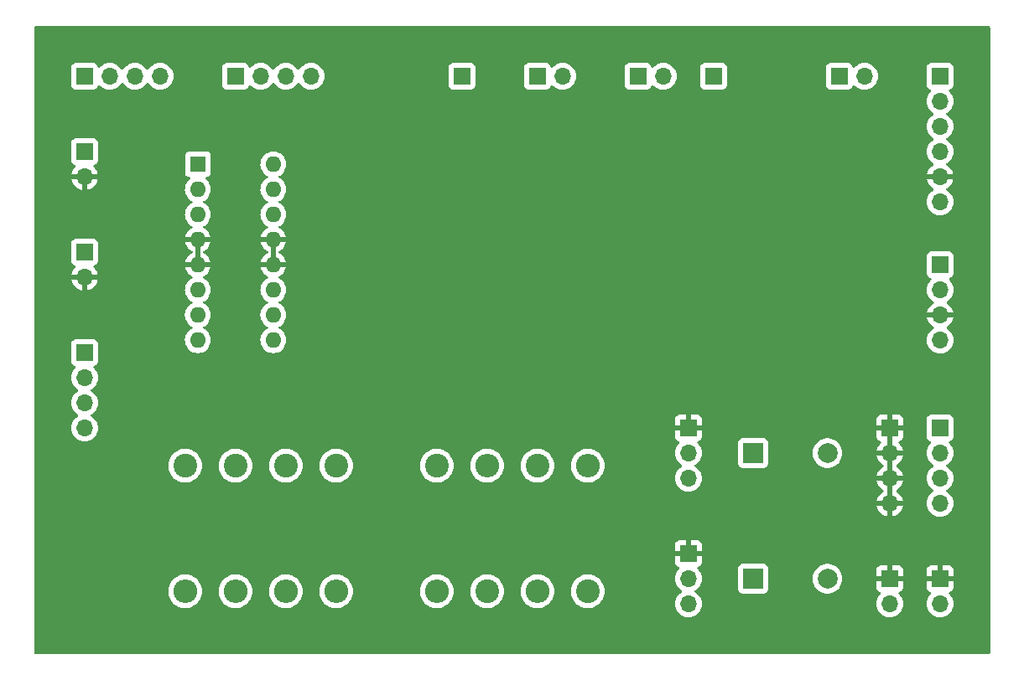
<source format=gbr>
%TF.GenerationSoftware,KiCad,Pcbnew,(7.0.0)*%
%TF.CreationDate,2023-03-18T00:51:59-05:00*%
%TF.ProjectId,test,74657374-2e6b-4696-9361-645f70636258,rev?*%
%TF.SameCoordinates,Original*%
%TF.FileFunction,Copper,L2,Inr*%
%TF.FilePolarity,Positive*%
%FSLAX46Y46*%
G04 Gerber Fmt 4.6, Leading zero omitted, Abs format (unit mm)*
G04 Created by KiCad (PCBNEW (7.0.0)) date 2023-03-18 00:51:59*
%MOMM*%
%LPD*%
G01*
G04 APERTURE LIST*
%TA.AperFunction,ComponentPad*%
%ADD10O,1.700000X1.700000*%
%TD*%
%TA.AperFunction,ComponentPad*%
%ADD11R,1.700000X1.700000*%
%TD*%
%TA.AperFunction,ComponentPad*%
%ADD12O,1.600000X1.600000*%
%TD*%
%TA.AperFunction,ComponentPad*%
%ADD13R,1.600000X1.600000*%
%TD*%
%TA.AperFunction,ComponentPad*%
%ADD14C,2.400000*%
%TD*%
%TA.AperFunction,ComponentPad*%
%ADD15O,2.400000X2.400000*%
%TD*%
%TA.AperFunction,ComponentPad*%
%ADD16C,2.000000*%
%TD*%
%TA.AperFunction,ComponentPad*%
%ADD17R,2.000000X2.000000*%
%TD*%
G04 APERTURE END LIST*
D10*
%TO.N,Net-(J13-Pin_1)*%
%TO.C,J14*%
X121919999Y-45719999D03*
D11*
%TO.N,Net-(J13-Pin_2)*%
X119379999Y-45719999D03*
%TD*%
D10*
%TO.N,Net-(J11-Pin_2)*%
%TO.C,J11*%
X132079999Y-45719999D03*
D11*
%TO.N,Net-(J11-Pin_1)*%
X129539999Y-45719999D03*
%TD*%
D10*
%TO.N,Net-(J4-Pin_2)*%
%TO.C,J4*%
X160019999Y-99059999D03*
D11*
%TO.N,GND*%
X160019999Y-96519999D03*
%TD*%
D10*
%TO.N,Net-(J3-Pin_2)*%
%TO.C,J3*%
X154939999Y-99059999D03*
D11*
%TO.N,GND*%
X154939999Y-96519999D03*
%TD*%
%TO.N,+5V*%
%TO.C,J2*%
X149859999Y-45719999D03*
D10*
%TO.N,Net-(J2-Pin_2)*%
X152399999Y-45719999D03*
%TD*%
D11*
%TO.N,VCC*%
%TO.C,J12*%
X73659999Y-53339999D03*
D10*
%TO.N,GND*%
X73659999Y-55879999D03*
%TD*%
D11*
%TO.N,+5V*%
%TO.C,J5*%
X73659999Y-63499999D03*
D10*
%TO.N,GND*%
X73659999Y-66039999D03*
%TD*%
%TO.N,Net-(Q2-C)*%
%TO.C,Q2*%
X134619999Y-86359999D03*
%TO.N,Net-(Q2-B)*%
X134619999Y-83819999D03*
D11*
%TO.N,GND*%
X134619999Y-81279999D03*
%TD*%
D10*
%TO.N,Net-(Q1-C)*%
%TO.C,Q1*%
X134619999Y-99059999D03*
%TO.N,Net-(Q1-B)*%
X134619999Y-96519999D03*
D11*
%TO.N,GND*%
X134619999Y-93979999D03*
%TD*%
D12*
%TO.N,+5V*%
%TO.C,U1*%
X92719999Y-54624999D03*
%TO.N,Net-(J1-Pin_4)*%
X92719999Y-57164999D03*
%TO.N,Net-(U1-4Y)*%
X92719999Y-59704999D03*
%TO.N,GND*%
X92719999Y-62244999D03*
X92719999Y-64784999D03*
%TO.N,Net-(M1--)*%
X92719999Y-67324999D03*
%TO.N,Net-(J1-Pin_3)*%
X92719999Y-69864999D03*
%TO.N,+5V*%
X92719999Y-72404999D03*
%TO.N,VCC*%
X85099999Y-72404999D03*
%TO.N,Net-(J1-Pin_2)*%
X85099999Y-69864999D03*
%TO.N,Net-(U1-2Y)*%
X85099999Y-67324999D03*
%TO.N,GND*%
X85099999Y-64784999D03*
X85099999Y-62244999D03*
%TO.N,Net-(U1-1Y)*%
X85099999Y-59704999D03*
%TO.N,Net-(J1-Pin_1)*%
X85099999Y-57164999D03*
D13*
%TO.N,+5V*%
X85099999Y-54624999D03*
%TD*%
D14*
%TO.N,Net-(Q2-C)*%
%TO.C,R8*%
X124460000Y-97790000D03*
D15*
%TO.N,+5V*%
X124459999Y-85089999D03*
%TD*%
D14*
%TO.N,Net-(Q1-C)*%
%TO.C,R7*%
X114300000Y-97790000D03*
D15*
%TO.N,+5V*%
X114299999Y-85089999D03*
%TD*%
D14*
%TO.N,Net-(J35-Pin_1)*%
%TO.C,R6*%
X119380000Y-85090000D03*
D15*
%TO.N,Net-(Q1-B)*%
X119379999Y-97789999D03*
%TD*%
D14*
%TO.N,Net-(J35-Pin_1)*%
%TO.C,R5*%
X109220000Y-85090000D03*
D15*
%TO.N,Net-(Q2-B)*%
X109219999Y-97789999D03*
%TD*%
D14*
%TO.N,Net-(J15-Pin_4)*%
%TO.C,R4*%
X83820000Y-85090000D03*
D15*
%TO.N,Net-(J9-Pin_1)*%
X83819999Y-97789999D03*
%TD*%
D14*
%TO.N,Net-(J15-Pin_3)*%
%TO.C,R3*%
X88900000Y-85090000D03*
D15*
%TO.N,Net-(J9-Pin_2)*%
X88899999Y-97789999D03*
%TD*%
D14*
%TO.N,Net-(J15-Pin_2)*%
%TO.C,R2*%
X93980000Y-85090000D03*
D15*
%TO.N,Net-(J9-Pin_3)*%
X93979999Y-97789999D03*
%TD*%
D14*
%TO.N,Net-(J15-Pin_1)*%
%TO.C,R1*%
X99060000Y-85090000D03*
D15*
%TO.N,Net-(J9-Pin_4)*%
X99059999Y-97789999D03*
%TD*%
D10*
%TO.N,Net-(U1-1Y)*%
%TO.C,M1*%
X96519999Y-45719999D03*
%TO.N,Net-(U1-4Y)*%
X93979999Y-45719999D03*
%TO.N,Net-(M1--)*%
X91439999Y-45719999D03*
D11*
%TO.N,Net-(U1-2Y)*%
X88899999Y-45719999D03*
%TD*%
D10*
%TO.N,+5V*%
%TO.C,J43*%
X160044999Y-72399999D03*
%TO.N,GND*%
X160044999Y-69859999D03*
%TO.N,Net-(J11-Pin_1)*%
X160044999Y-67319999D03*
D11*
%TO.N,Net-(J11-Pin_2)*%
X160044999Y-64779999D03*
%TD*%
%TO.N,Net-(J2-Pin_2)*%
%TO.C,J42*%
X137159999Y-45719999D03*
%TD*%
%TO.N,Net-(J35-Pin_1)*%
%TO.C,J35*%
X111759999Y-45719999D03*
%TD*%
D10*
%TO.N,Net-(J15-Pin_4)*%
%TO.C,J15*%
X73659999Y-81279999D03*
%TO.N,Net-(J15-Pin_3)*%
X73659999Y-78739999D03*
%TO.N,Net-(J15-Pin_2)*%
X73659999Y-76199999D03*
D11*
%TO.N,Net-(J15-Pin_1)*%
X73659999Y-73659999D03*
%TD*%
D10*
%TO.N,+5V*%
%TO.C,J13*%
X160019999Y-58419999D03*
%TO.N,GND*%
X160019999Y-55879999D03*
%TO.N,Net-(J11-Pin_1)*%
X160019999Y-53339999D03*
%TO.N,Net-(J11-Pin_2)*%
X160019999Y-50799999D03*
%TO.N,Net-(J13-Pin_2)*%
X160019999Y-48259999D03*
D11*
%TO.N,Net-(J13-Pin_1)*%
X160019999Y-45719999D03*
%TD*%
%TO.N,GND*%
%TO.C,J10*%
X154964999Y-81279999D03*
D10*
X154964999Y-83819999D03*
X154964999Y-86359999D03*
X154964999Y-88899999D03*
%TD*%
D11*
%TO.N,Net-(J9-Pin_1)*%
%TO.C,J9*%
X160019999Y-81279999D03*
D10*
%TO.N,Net-(J9-Pin_2)*%
X160019999Y-83819999D03*
%TO.N,Net-(J9-Pin_3)*%
X160019999Y-86359999D03*
%TO.N,Net-(J9-Pin_4)*%
X160019999Y-88899999D03*
%TD*%
%TO.N,Net-(J1-Pin_4)*%
%TO.C,J1*%
X81279999Y-45719999D03*
%TO.N,Net-(J1-Pin_3)*%
X78739999Y-45719999D03*
%TO.N,Net-(J1-Pin_2)*%
X76199999Y-45719999D03*
D11*
%TO.N,Net-(J1-Pin_1)*%
X73659999Y-45719999D03*
%TD*%
D16*
%TO.N,Net-(J4-Pin_2)*%
%TO.C,C2*%
X148662323Y-96520000D03*
D17*
%TO.N,Net-(Q1-C)*%
X141162322Y-96519999D03*
%TD*%
D16*
%TO.N,Net-(J3-Pin_2)*%
%TO.C,C1*%
X148662323Y-83820000D03*
D17*
%TO.N,Net-(Q2-C)*%
X141162322Y-83819999D03*
%TD*%
%TA.AperFunction,Conductor*%
%TO.N,GND*%
G36*
X165027500Y-40667113D02*
G01*
X165072887Y-40712500D01*
X165089500Y-40774500D01*
X165089500Y-104005500D01*
X165072887Y-104067500D01*
X165027500Y-104112887D01*
X164965500Y-104129500D01*
X68714500Y-104129500D01*
X68652500Y-104112887D01*
X68607113Y-104067500D01*
X68590500Y-104005500D01*
X68590500Y-97790000D01*
X82114732Y-97790000D01*
X82115079Y-97794630D01*
X82132367Y-98025336D01*
X82133778Y-98044157D01*
X82134808Y-98048670D01*
X82134809Y-98048676D01*
X82165873Y-98184775D01*
X82190492Y-98292637D01*
X82283607Y-98529888D01*
X82411041Y-98750612D01*
X82569950Y-98949877D01*
X82756783Y-99123232D01*
X82967366Y-99266805D01*
X83196996Y-99377389D01*
X83201424Y-99378754D01*
X83201427Y-99378756D01*
X83301576Y-99409647D01*
X83440542Y-99452513D01*
X83692565Y-99490500D01*
X83942800Y-99490500D01*
X83947435Y-99490500D01*
X84199458Y-99452513D01*
X84443004Y-99377389D01*
X84672634Y-99266805D01*
X84883217Y-99123232D01*
X85070050Y-98949877D01*
X85228959Y-98750612D01*
X85356393Y-98529888D01*
X85449508Y-98292637D01*
X85506222Y-98044157D01*
X85525268Y-97790000D01*
X87194732Y-97790000D01*
X87195079Y-97794630D01*
X87212367Y-98025336D01*
X87213778Y-98044157D01*
X87214808Y-98048670D01*
X87214809Y-98048676D01*
X87245873Y-98184775D01*
X87270492Y-98292637D01*
X87363607Y-98529888D01*
X87491041Y-98750612D01*
X87649950Y-98949877D01*
X87836783Y-99123232D01*
X88047366Y-99266805D01*
X88276996Y-99377389D01*
X88281424Y-99378754D01*
X88281427Y-99378756D01*
X88381576Y-99409647D01*
X88520542Y-99452513D01*
X88772565Y-99490500D01*
X89022800Y-99490500D01*
X89027435Y-99490500D01*
X89279458Y-99452513D01*
X89523004Y-99377389D01*
X89752634Y-99266805D01*
X89963217Y-99123232D01*
X90150050Y-98949877D01*
X90308959Y-98750612D01*
X90436393Y-98529888D01*
X90529508Y-98292637D01*
X90586222Y-98044157D01*
X90605268Y-97790000D01*
X92274732Y-97790000D01*
X92275079Y-97794630D01*
X92292367Y-98025336D01*
X92293778Y-98044157D01*
X92294808Y-98048670D01*
X92294809Y-98048676D01*
X92325873Y-98184775D01*
X92350492Y-98292637D01*
X92443607Y-98529888D01*
X92571041Y-98750612D01*
X92729950Y-98949877D01*
X92916783Y-99123232D01*
X93127366Y-99266805D01*
X93356996Y-99377389D01*
X93361424Y-99378754D01*
X93361427Y-99378756D01*
X93461576Y-99409647D01*
X93600542Y-99452513D01*
X93852565Y-99490500D01*
X94102800Y-99490500D01*
X94107435Y-99490500D01*
X94359458Y-99452513D01*
X94603004Y-99377389D01*
X94832634Y-99266805D01*
X95043217Y-99123232D01*
X95230050Y-98949877D01*
X95388959Y-98750612D01*
X95516393Y-98529888D01*
X95609508Y-98292637D01*
X95666222Y-98044157D01*
X95685268Y-97790000D01*
X97354732Y-97790000D01*
X97355079Y-97794630D01*
X97372367Y-98025336D01*
X97373778Y-98044157D01*
X97374808Y-98048670D01*
X97374809Y-98048676D01*
X97405873Y-98184775D01*
X97430492Y-98292637D01*
X97523607Y-98529888D01*
X97651041Y-98750612D01*
X97809950Y-98949877D01*
X97996783Y-99123232D01*
X98207366Y-99266805D01*
X98436996Y-99377389D01*
X98441424Y-99378754D01*
X98441427Y-99378756D01*
X98541576Y-99409647D01*
X98680542Y-99452513D01*
X98932565Y-99490500D01*
X99182800Y-99490500D01*
X99187435Y-99490500D01*
X99439458Y-99452513D01*
X99683004Y-99377389D01*
X99912634Y-99266805D01*
X100123217Y-99123232D01*
X100310050Y-98949877D01*
X100468959Y-98750612D01*
X100596393Y-98529888D01*
X100689508Y-98292637D01*
X100746222Y-98044157D01*
X100765268Y-97790000D01*
X107514732Y-97790000D01*
X107515079Y-97794630D01*
X107532367Y-98025336D01*
X107533778Y-98044157D01*
X107534808Y-98048670D01*
X107534809Y-98048676D01*
X107565873Y-98184775D01*
X107590492Y-98292637D01*
X107683607Y-98529888D01*
X107811041Y-98750612D01*
X107969950Y-98949877D01*
X108156783Y-99123232D01*
X108367366Y-99266805D01*
X108596996Y-99377389D01*
X108601424Y-99378754D01*
X108601427Y-99378756D01*
X108701576Y-99409647D01*
X108840542Y-99452513D01*
X109092565Y-99490500D01*
X109342800Y-99490500D01*
X109347435Y-99490500D01*
X109599458Y-99452513D01*
X109843004Y-99377389D01*
X110072634Y-99266805D01*
X110283217Y-99123232D01*
X110470050Y-98949877D01*
X110628959Y-98750612D01*
X110756393Y-98529888D01*
X110849508Y-98292637D01*
X110906222Y-98044157D01*
X110925268Y-97790000D01*
X112594732Y-97790000D01*
X112595079Y-97794630D01*
X112612367Y-98025336D01*
X112613778Y-98044157D01*
X112614808Y-98048670D01*
X112614809Y-98048676D01*
X112645873Y-98184775D01*
X112670492Y-98292637D01*
X112763607Y-98529888D01*
X112891041Y-98750612D01*
X113049950Y-98949877D01*
X113236783Y-99123232D01*
X113447366Y-99266805D01*
X113676996Y-99377389D01*
X113681424Y-99378754D01*
X113681427Y-99378756D01*
X113781576Y-99409647D01*
X113920542Y-99452513D01*
X114172565Y-99490500D01*
X114422800Y-99490500D01*
X114427435Y-99490500D01*
X114679458Y-99452513D01*
X114923004Y-99377389D01*
X115152634Y-99266805D01*
X115363217Y-99123232D01*
X115550050Y-98949877D01*
X115708959Y-98750612D01*
X115836393Y-98529888D01*
X115929508Y-98292637D01*
X115986222Y-98044157D01*
X116005268Y-97790000D01*
X117674732Y-97790000D01*
X117675079Y-97794630D01*
X117692367Y-98025336D01*
X117693778Y-98044157D01*
X117694808Y-98048670D01*
X117694809Y-98048676D01*
X117725873Y-98184775D01*
X117750492Y-98292637D01*
X117843607Y-98529888D01*
X117971041Y-98750612D01*
X118129950Y-98949877D01*
X118316783Y-99123232D01*
X118527366Y-99266805D01*
X118756996Y-99377389D01*
X118761424Y-99378754D01*
X118761427Y-99378756D01*
X118861576Y-99409647D01*
X119000542Y-99452513D01*
X119252565Y-99490500D01*
X119502800Y-99490500D01*
X119507435Y-99490500D01*
X119759458Y-99452513D01*
X120003004Y-99377389D01*
X120232634Y-99266805D01*
X120443217Y-99123232D01*
X120630050Y-98949877D01*
X120788959Y-98750612D01*
X120916393Y-98529888D01*
X121009508Y-98292637D01*
X121066222Y-98044157D01*
X121085268Y-97790000D01*
X122754732Y-97790000D01*
X122755079Y-97794630D01*
X122772367Y-98025336D01*
X122773778Y-98044157D01*
X122774808Y-98048670D01*
X122774809Y-98048676D01*
X122805873Y-98184775D01*
X122830492Y-98292637D01*
X122923607Y-98529888D01*
X123051041Y-98750612D01*
X123209950Y-98949877D01*
X123396783Y-99123232D01*
X123607366Y-99266805D01*
X123836996Y-99377389D01*
X123841424Y-99378754D01*
X123841427Y-99378756D01*
X123941576Y-99409647D01*
X124080542Y-99452513D01*
X124332565Y-99490500D01*
X124582800Y-99490500D01*
X124587435Y-99490500D01*
X124839458Y-99452513D01*
X125083004Y-99377389D01*
X125312634Y-99266805D01*
X125523217Y-99123232D01*
X125591365Y-99060000D01*
X133264341Y-99060000D01*
X133264813Y-99065395D01*
X133282610Y-99268820D01*
X133284937Y-99295408D01*
X133286336Y-99300630D01*
X133286337Y-99300634D01*
X133344694Y-99518430D01*
X133344697Y-99518438D01*
X133346097Y-99523663D01*
X133348385Y-99528570D01*
X133348386Y-99528572D01*
X133443678Y-99732927D01*
X133443681Y-99732933D01*
X133445965Y-99737830D01*
X133449064Y-99742257D01*
X133449066Y-99742259D01*
X133578399Y-99926966D01*
X133578402Y-99926970D01*
X133581505Y-99931401D01*
X133748599Y-100098495D01*
X133942170Y-100234035D01*
X134156337Y-100333903D01*
X134384592Y-100395063D01*
X134620000Y-100415659D01*
X134855408Y-100395063D01*
X135083663Y-100333903D01*
X135297830Y-100234035D01*
X135491401Y-100098495D01*
X135658495Y-99931401D01*
X135794035Y-99737830D01*
X135893903Y-99523663D01*
X135955063Y-99295408D01*
X135975659Y-99060000D01*
X153584341Y-99060000D01*
X153584813Y-99065395D01*
X153602610Y-99268820D01*
X153604937Y-99295408D01*
X153606336Y-99300630D01*
X153606337Y-99300634D01*
X153664694Y-99518430D01*
X153664697Y-99518438D01*
X153666097Y-99523663D01*
X153668385Y-99528570D01*
X153668386Y-99528572D01*
X153763678Y-99732927D01*
X153763681Y-99732933D01*
X153765965Y-99737830D01*
X153769064Y-99742257D01*
X153769066Y-99742259D01*
X153898399Y-99926966D01*
X153898402Y-99926970D01*
X153901505Y-99931401D01*
X154068599Y-100098495D01*
X154262170Y-100234035D01*
X154476337Y-100333903D01*
X154704592Y-100395063D01*
X154940000Y-100415659D01*
X155175408Y-100395063D01*
X155403663Y-100333903D01*
X155617830Y-100234035D01*
X155811401Y-100098495D01*
X155978495Y-99931401D01*
X156114035Y-99737830D01*
X156213903Y-99523663D01*
X156275063Y-99295408D01*
X156295659Y-99060000D01*
X158664341Y-99060000D01*
X158664813Y-99065395D01*
X158682610Y-99268820D01*
X158684937Y-99295408D01*
X158686336Y-99300630D01*
X158686337Y-99300634D01*
X158744694Y-99518430D01*
X158744697Y-99518438D01*
X158746097Y-99523663D01*
X158748385Y-99528570D01*
X158748386Y-99528572D01*
X158843678Y-99732927D01*
X158843681Y-99732933D01*
X158845965Y-99737830D01*
X158849064Y-99742257D01*
X158849066Y-99742259D01*
X158978399Y-99926966D01*
X158978402Y-99926970D01*
X158981505Y-99931401D01*
X159148599Y-100098495D01*
X159342170Y-100234035D01*
X159556337Y-100333903D01*
X159784592Y-100395063D01*
X160020000Y-100415659D01*
X160255408Y-100395063D01*
X160483663Y-100333903D01*
X160697830Y-100234035D01*
X160891401Y-100098495D01*
X161058495Y-99931401D01*
X161194035Y-99737830D01*
X161293903Y-99523663D01*
X161355063Y-99295408D01*
X161375659Y-99060000D01*
X161355063Y-98824592D01*
X161293903Y-98596337D01*
X161194035Y-98382171D01*
X161058495Y-98188599D01*
X160936181Y-98066284D01*
X160904885Y-98013539D01*
X160902696Y-97952246D01*
X160930149Y-97897401D01*
X160980529Y-97862422D01*
X161103777Y-97816452D01*
X161119189Y-97808037D01*
X161220092Y-97732501D01*
X161232501Y-97720092D01*
X161308037Y-97619189D01*
X161316452Y-97603777D01*
X161360888Y-97484641D01*
X161364426Y-97469667D01*
X161369646Y-97421114D01*
X161370000Y-97414518D01*
X161370000Y-96786326D01*
X161366549Y-96773450D01*
X161353674Y-96770000D01*
X158686326Y-96770000D01*
X158673450Y-96773450D01*
X158670000Y-96786326D01*
X158670000Y-97414518D01*
X158670353Y-97421114D01*
X158675573Y-97469667D01*
X158679111Y-97484641D01*
X158723547Y-97603777D01*
X158731962Y-97619189D01*
X158807498Y-97720092D01*
X158819907Y-97732501D01*
X158920810Y-97808037D01*
X158936220Y-97816451D01*
X159059471Y-97862422D01*
X159109850Y-97897401D01*
X159137303Y-97952246D01*
X159135114Y-98013538D01*
X159103819Y-98066285D01*
X158981505Y-98188599D01*
X158978402Y-98193029D01*
X158978399Y-98193034D01*
X158849073Y-98377731D01*
X158849068Y-98377738D01*
X158845965Y-98382171D01*
X158843677Y-98387077D01*
X158843675Y-98387081D01*
X158748386Y-98591427D01*
X158748383Y-98591432D01*
X158746097Y-98596337D01*
X158744698Y-98601557D01*
X158744694Y-98601569D01*
X158686337Y-98819365D01*
X158686335Y-98819371D01*
X158684937Y-98824592D01*
X158664341Y-99060000D01*
X156295659Y-99060000D01*
X156275063Y-98824592D01*
X156213903Y-98596337D01*
X156114035Y-98382171D01*
X155978495Y-98188599D01*
X155856181Y-98066284D01*
X155824885Y-98013539D01*
X155822696Y-97952246D01*
X155850149Y-97897401D01*
X155900529Y-97862422D01*
X156023777Y-97816452D01*
X156039189Y-97808037D01*
X156140092Y-97732501D01*
X156152501Y-97720092D01*
X156228037Y-97619189D01*
X156236452Y-97603777D01*
X156280888Y-97484641D01*
X156284426Y-97469667D01*
X156289646Y-97421114D01*
X156290000Y-97414518D01*
X156290000Y-96786326D01*
X156286549Y-96773450D01*
X156273674Y-96770000D01*
X153606326Y-96770000D01*
X153593450Y-96773450D01*
X153590000Y-96786326D01*
X153590000Y-97414518D01*
X153590353Y-97421114D01*
X153595573Y-97469667D01*
X153599111Y-97484641D01*
X153643547Y-97603777D01*
X153651962Y-97619189D01*
X153727498Y-97720092D01*
X153739907Y-97732501D01*
X153840810Y-97808037D01*
X153856220Y-97816451D01*
X153979471Y-97862422D01*
X154029850Y-97897401D01*
X154057303Y-97952246D01*
X154055114Y-98013538D01*
X154023819Y-98066285D01*
X153901505Y-98188599D01*
X153898402Y-98193029D01*
X153898399Y-98193034D01*
X153769073Y-98377731D01*
X153769068Y-98377738D01*
X153765965Y-98382171D01*
X153763677Y-98387077D01*
X153763675Y-98387081D01*
X153668386Y-98591427D01*
X153668383Y-98591432D01*
X153666097Y-98596337D01*
X153664698Y-98601557D01*
X153664694Y-98601569D01*
X153606337Y-98819365D01*
X153606335Y-98819371D01*
X153604937Y-98824592D01*
X153584341Y-99060000D01*
X135975659Y-99060000D01*
X135955063Y-98824592D01*
X135893903Y-98596337D01*
X135794035Y-98382171D01*
X135658495Y-98188599D01*
X135491401Y-98021505D01*
X135486968Y-98018401D01*
X135486961Y-98018395D01*
X135305842Y-97891575D01*
X135266976Y-97847257D01*
X135252965Y-97790000D01*
X135266976Y-97732743D01*
X135305842Y-97688425D01*
X135482714Y-97564578D01*
X139661823Y-97564578D01*
X139661824Y-97567872D01*
X139662176Y-97571150D01*
X139662177Y-97571161D01*
X139667402Y-97619768D01*
X139667403Y-97619773D01*
X139668232Y-97627483D01*
X139670942Y-97634749D01*
X139670943Y-97634753D01*
X139690962Y-97688425D01*
X139718527Y-97762331D01*
X139723841Y-97769430D01*
X139723842Y-97769431D01*
X139782102Y-97847257D01*
X139804777Y-97877546D01*
X139919992Y-97963796D01*
X140054840Y-98014091D01*
X140114450Y-98020500D01*
X142210195Y-98020499D01*
X142269806Y-98014091D01*
X142404654Y-97963796D01*
X142519869Y-97877546D01*
X142606119Y-97762331D01*
X142656414Y-97627483D01*
X142662823Y-97567873D01*
X142662822Y-96520000D01*
X147156680Y-96520000D01*
X147157104Y-96525117D01*
X147176790Y-96762701D01*
X147176791Y-96762709D01*
X147177215Y-96767821D01*
X147178472Y-96772788D01*
X147178474Y-96772795D01*
X147193823Y-96833406D01*
X147238260Y-97008881D01*
X147240320Y-97013577D01*
X147336089Y-97231910D01*
X147336092Y-97231916D01*
X147338150Y-97236607D01*
X147340950Y-97240893D01*
X147340954Y-97240900D01*
X147454385Y-97414518D01*
X147474159Y-97444785D01*
X147477633Y-97448559D01*
X147477634Y-97448560D01*
X147639107Y-97623967D01*
X147639110Y-97623970D01*
X147642579Y-97627738D01*
X147838814Y-97780474D01*
X148057513Y-97898828D01*
X148292709Y-97979571D01*
X148537988Y-98020500D01*
X148781524Y-98020500D01*
X148786658Y-98020500D01*
X149031937Y-97979571D01*
X149267133Y-97898828D01*
X149485832Y-97780474D01*
X149682067Y-97627738D01*
X149850487Y-97444785D01*
X149986496Y-97236607D01*
X150086386Y-97008881D01*
X150147431Y-96767821D01*
X150167966Y-96520000D01*
X150147431Y-96272179D01*
X150142745Y-96253674D01*
X153590000Y-96253674D01*
X153593450Y-96266549D01*
X153606326Y-96270000D01*
X154673674Y-96270000D01*
X154686549Y-96266549D01*
X154690000Y-96253674D01*
X155190000Y-96253674D01*
X155193450Y-96266549D01*
X155206326Y-96270000D01*
X156273674Y-96270000D01*
X156286549Y-96266549D01*
X156290000Y-96253674D01*
X158670000Y-96253674D01*
X158673450Y-96266549D01*
X158686326Y-96270000D01*
X159753674Y-96270000D01*
X159766549Y-96266549D01*
X159770000Y-96253674D01*
X160270000Y-96253674D01*
X160273450Y-96266549D01*
X160286326Y-96270000D01*
X161353674Y-96270000D01*
X161366549Y-96266549D01*
X161370000Y-96253674D01*
X161370000Y-95625482D01*
X161369646Y-95618885D01*
X161364426Y-95570332D01*
X161360888Y-95555358D01*
X161316452Y-95436222D01*
X161308037Y-95420810D01*
X161232501Y-95319907D01*
X161220092Y-95307498D01*
X161119189Y-95231962D01*
X161103777Y-95223547D01*
X160984641Y-95179111D01*
X160969667Y-95175573D01*
X160921114Y-95170353D01*
X160914518Y-95170000D01*
X160286326Y-95170000D01*
X160273450Y-95173450D01*
X160270000Y-95186326D01*
X160270000Y-96253674D01*
X159770000Y-96253674D01*
X159770000Y-95186326D01*
X159766549Y-95173450D01*
X159753674Y-95170000D01*
X159125482Y-95170000D01*
X159118885Y-95170353D01*
X159070332Y-95175573D01*
X159055358Y-95179111D01*
X158936222Y-95223547D01*
X158920810Y-95231962D01*
X158819907Y-95307498D01*
X158807498Y-95319907D01*
X158731962Y-95420810D01*
X158723547Y-95436222D01*
X158679111Y-95555358D01*
X158675573Y-95570332D01*
X158670353Y-95618885D01*
X158670000Y-95625482D01*
X158670000Y-96253674D01*
X156290000Y-96253674D01*
X156290000Y-95625482D01*
X156289646Y-95618885D01*
X156284426Y-95570332D01*
X156280888Y-95555358D01*
X156236452Y-95436222D01*
X156228037Y-95420810D01*
X156152501Y-95319907D01*
X156140092Y-95307498D01*
X156039189Y-95231962D01*
X156023777Y-95223547D01*
X155904641Y-95179111D01*
X155889667Y-95175573D01*
X155841114Y-95170353D01*
X155834518Y-95170000D01*
X155206326Y-95170000D01*
X155193450Y-95173450D01*
X155190000Y-95186326D01*
X155190000Y-96253674D01*
X154690000Y-96253674D01*
X154690000Y-95186326D01*
X154686549Y-95173450D01*
X154673674Y-95170000D01*
X154045482Y-95170000D01*
X154038885Y-95170353D01*
X153990332Y-95175573D01*
X153975358Y-95179111D01*
X153856222Y-95223547D01*
X153840810Y-95231962D01*
X153739907Y-95307498D01*
X153727498Y-95319907D01*
X153651962Y-95420810D01*
X153643547Y-95436222D01*
X153599111Y-95555358D01*
X153595573Y-95570332D01*
X153590353Y-95618885D01*
X153590000Y-95625482D01*
X153590000Y-96253674D01*
X150142745Y-96253674D01*
X150086386Y-96031119D01*
X149986496Y-95803393D01*
X149850487Y-95595215D01*
X149740235Y-95475449D01*
X149685538Y-95416032D01*
X149685534Y-95416029D01*
X149682067Y-95412262D01*
X149485832Y-95259526D01*
X149481320Y-95257084D01*
X149271639Y-95143610D01*
X149271633Y-95143607D01*
X149267133Y-95141172D01*
X149262292Y-95139510D01*
X149262285Y-95139507D01*
X149036788Y-95062094D01*
X149036784Y-95062093D01*
X149031937Y-95060429D01*
X149023091Y-95058952D01*
X148791721Y-95020344D01*
X148791710Y-95020343D01*
X148786658Y-95019500D01*
X148537988Y-95019500D01*
X148532936Y-95020343D01*
X148532924Y-95020344D01*
X148297766Y-95059585D01*
X148297764Y-95059585D01*
X148292709Y-95060429D01*
X148287864Y-95062092D01*
X148287857Y-95062094D01*
X148062360Y-95139507D01*
X148062349Y-95139511D01*
X148057513Y-95141172D01*
X148053016Y-95143605D01*
X148053006Y-95143610D01*
X147843325Y-95257084D01*
X147843318Y-95257088D01*
X147838814Y-95259526D01*
X147834771Y-95262672D01*
X147834763Y-95262678D01*
X147646627Y-95409111D01*
X147642579Y-95412262D01*
X147639116Y-95416023D01*
X147639107Y-95416032D01*
X147477634Y-95591439D01*
X147477628Y-95591446D01*
X147474159Y-95595215D01*
X147471354Y-95599506D01*
X147471351Y-95599512D01*
X147340954Y-95799099D01*
X147340947Y-95799111D01*
X147338150Y-95803393D01*
X147336095Y-95808077D01*
X147336089Y-95808089D01*
X147240320Y-96026422D01*
X147238260Y-96031119D01*
X147237002Y-96036084D01*
X147237001Y-96036089D01*
X147178474Y-96267204D01*
X147178472Y-96267213D01*
X147177215Y-96272179D01*
X147176791Y-96277288D01*
X147176790Y-96277298D01*
X147161658Y-96459920D01*
X147156680Y-96520000D01*
X142662822Y-96520000D01*
X142662822Y-95472128D01*
X142656414Y-95412517D01*
X142606119Y-95277669D01*
X142519869Y-95162454D01*
X142404654Y-95076204D01*
X142269806Y-95025909D01*
X142262093Y-95025079D01*
X142262090Y-95025079D01*
X142213503Y-95019855D01*
X142213492Y-95019854D01*
X142210196Y-95019500D01*
X142206873Y-95019500D01*
X140117762Y-95019500D01*
X140117743Y-95019500D01*
X140114451Y-95019501D01*
X140111173Y-95019853D01*
X140111161Y-95019854D01*
X140062554Y-95025079D01*
X140062548Y-95025080D01*
X140054840Y-95025909D01*
X140047575Y-95028618D01*
X140047569Y-95028620D01*
X139928303Y-95073104D01*
X139928301Y-95073104D01*
X139919992Y-95076204D01*
X139912895Y-95081516D01*
X139912891Y-95081519D01*
X139811873Y-95157141D01*
X139811869Y-95157144D01*
X139804777Y-95162454D01*
X139799467Y-95169546D01*
X139799464Y-95169550D01*
X139723842Y-95270568D01*
X139723839Y-95270572D01*
X139718527Y-95277669D01*
X139715427Y-95285978D01*
X139715427Y-95285980D01*
X139670943Y-95405247D01*
X139670942Y-95405250D01*
X139668232Y-95412517D01*
X139667402Y-95420227D01*
X139667402Y-95420232D01*
X139662178Y-95468819D01*
X139662177Y-95468831D01*
X139661823Y-95472127D01*
X139661823Y-95475448D01*
X139661823Y-95475449D01*
X139661823Y-97564560D01*
X139661823Y-97564578D01*
X135482714Y-97564578D01*
X135486961Y-97561604D01*
X135486961Y-97561603D01*
X135491401Y-97558495D01*
X135658495Y-97391401D01*
X135794035Y-97197830D01*
X135893903Y-96983663D01*
X135955063Y-96755408D01*
X135975659Y-96520000D01*
X135955063Y-96284592D01*
X135893903Y-96056337D01*
X135794035Y-95842171D01*
X135658495Y-95648599D01*
X135536181Y-95526285D01*
X135504885Y-95473539D01*
X135502696Y-95412246D01*
X135530149Y-95357401D01*
X135580529Y-95322422D01*
X135703777Y-95276452D01*
X135719189Y-95268037D01*
X135820092Y-95192501D01*
X135832501Y-95180092D01*
X135908037Y-95079189D01*
X135916452Y-95063777D01*
X135960888Y-94944641D01*
X135964426Y-94929667D01*
X135969646Y-94881114D01*
X135970000Y-94874518D01*
X135970000Y-94246326D01*
X135966549Y-94233450D01*
X135953674Y-94230000D01*
X133286326Y-94230000D01*
X133273450Y-94233450D01*
X133270000Y-94246326D01*
X133270000Y-94874518D01*
X133270353Y-94881114D01*
X133275573Y-94929667D01*
X133279111Y-94944641D01*
X133323547Y-95063777D01*
X133331962Y-95079189D01*
X133407498Y-95180092D01*
X133419907Y-95192501D01*
X133520810Y-95268037D01*
X133536220Y-95276451D01*
X133659471Y-95322422D01*
X133709850Y-95357401D01*
X133737303Y-95412246D01*
X133735114Y-95473538D01*
X133703818Y-95526285D01*
X133581505Y-95648599D01*
X133578402Y-95653029D01*
X133578399Y-95653034D01*
X133449073Y-95837731D01*
X133449068Y-95837738D01*
X133445965Y-95842171D01*
X133443677Y-95847077D01*
X133443675Y-95847081D01*
X133348386Y-96051427D01*
X133348383Y-96051432D01*
X133346097Y-96056337D01*
X133344698Y-96061557D01*
X133344694Y-96061569D01*
X133286337Y-96279365D01*
X133286335Y-96279371D01*
X133284937Y-96284592D01*
X133284465Y-96289977D01*
X133284465Y-96289982D01*
X133269873Y-96456768D01*
X133264341Y-96520000D01*
X133264813Y-96525395D01*
X133273699Y-96626967D01*
X133284937Y-96755408D01*
X133286336Y-96760630D01*
X133286337Y-96760634D01*
X133344694Y-96978430D01*
X133344697Y-96978438D01*
X133346097Y-96983663D01*
X133348385Y-96988570D01*
X133348386Y-96988572D01*
X133443678Y-97192927D01*
X133443681Y-97192933D01*
X133445965Y-97197830D01*
X133449064Y-97202257D01*
X133449066Y-97202259D01*
X133578399Y-97386966D01*
X133578402Y-97386970D01*
X133581505Y-97391401D01*
X133748599Y-97558495D01*
X133753032Y-97561599D01*
X133753038Y-97561604D01*
X133934158Y-97688425D01*
X133973024Y-97732743D01*
X133987035Y-97790000D01*
X133973024Y-97847257D01*
X133934159Y-97891575D01*
X133753041Y-98018395D01*
X133748599Y-98021505D01*
X133744775Y-98025328D01*
X133744769Y-98025334D01*
X133585334Y-98184769D01*
X133585328Y-98184775D01*
X133581505Y-98188599D01*
X133578402Y-98193029D01*
X133578399Y-98193034D01*
X133449073Y-98377731D01*
X133449068Y-98377738D01*
X133445965Y-98382171D01*
X133443677Y-98387077D01*
X133443675Y-98387081D01*
X133348386Y-98591427D01*
X133348383Y-98591432D01*
X133346097Y-98596337D01*
X133344698Y-98601557D01*
X133344694Y-98601569D01*
X133286337Y-98819365D01*
X133286335Y-98819371D01*
X133284937Y-98824592D01*
X133264341Y-99060000D01*
X125591365Y-99060000D01*
X125710050Y-98949877D01*
X125868959Y-98750612D01*
X125996393Y-98529888D01*
X126089508Y-98292637D01*
X126146222Y-98044157D01*
X126165268Y-97790000D01*
X126146222Y-97535843D01*
X126089508Y-97287363D01*
X125996393Y-97050112D01*
X125868959Y-96829388D01*
X125710050Y-96630123D01*
X125523217Y-96456768D01*
X125312634Y-96313195D01*
X125264432Y-96289982D01*
X125087183Y-96204623D01*
X125087177Y-96204620D01*
X125083004Y-96202611D01*
X125078582Y-96201247D01*
X125078572Y-96201243D01*
X124843891Y-96128854D01*
X124843886Y-96128852D01*
X124839458Y-96127487D01*
X124834878Y-96126796D01*
X124834871Y-96126795D01*
X124592018Y-96090190D01*
X124592007Y-96090189D01*
X124587435Y-96089500D01*
X124332565Y-96089500D01*
X124327993Y-96090189D01*
X124327981Y-96090190D01*
X124085128Y-96126795D01*
X124085118Y-96126797D01*
X124080542Y-96127487D01*
X124076116Y-96128851D01*
X124076108Y-96128854D01*
X123841427Y-96201243D01*
X123841412Y-96201248D01*
X123836996Y-96202611D01*
X123832827Y-96204618D01*
X123832816Y-96204623D01*
X123611551Y-96311179D01*
X123611544Y-96311182D01*
X123607366Y-96313195D01*
X123396783Y-96456768D01*
X123393391Y-96459914D01*
X123393385Y-96459920D01*
X123322820Y-96525395D01*
X123209950Y-96630123D01*
X123207060Y-96633745D01*
X123207057Y-96633750D01*
X123053933Y-96825761D01*
X123051041Y-96829388D01*
X123048722Y-96833403D01*
X123048721Y-96833406D01*
X122925928Y-97046091D01*
X122925925Y-97046096D01*
X122923607Y-97050112D01*
X122921913Y-97054426D01*
X122921911Y-97054432D01*
X122832189Y-97283038D01*
X122830492Y-97287363D01*
X122829459Y-97291884D01*
X122829458Y-97291891D01*
X122774809Y-97531323D01*
X122774807Y-97531331D01*
X122773778Y-97535843D01*
X122773431Y-97540462D01*
X122773431Y-97540468D01*
X122766366Y-97634752D01*
X122754732Y-97790000D01*
X121085268Y-97790000D01*
X121066222Y-97535843D01*
X121009508Y-97287363D01*
X120916393Y-97050112D01*
X120788959Y-96829388D01*
X120630050Y-96630123D01*
X120443217Y-96456768D01*
X120232634Y-96313195D01*
X120184432Y-96289982D01*
X120007183Y-96204623D01*
X120007177Y-96204620D01*
X120003004Y-96202611D01*
X119998582Y-96201247D01*
X119998572Y-96201243D01*
X119763891Y-96128854D01*
X119763886Y-96128852D01*
X119759458Y-96127487D01*
X119754878Y-96126796D01*
X119754871Y-96126795D01*
X119512018Y-96090190D01*
X119512007Y-96090189D01*
X119507435Y-96089500D01*
X119252565Y-96089500D01*
X119247993Y-96090189D01*
X119247981Y-96090190D01*
X119005128Y-96126795D01*
X119005118Y-96126797D01*
X119000542Y-96127487D01*
X118996116Y-96128851D01*
X118996108Y-96128854D01*
X118761427Y-96201243D01*
X118761412Y-96201248D01*
X118756996Y-96202611D01*
X118752827Y-96204618D01*
X118752816Y-96204623D01*
X118531551Y-96311179D01*
X118531544Y-96311182D01*
X118527366Y-96313195D01*
X118316783Y-96456768D01*
X118313391Y-96459914D01*
X118313385Y-96459920D01*
X118242820Y-96525395D01*
X118129950Y-96630123D01*
X118127060Y-96633745D01*
X118127057Y-96633750D01*
X117973933Y-96825761D01*
X117971041Y-96829388D01*
X117968722Y-96833403D01*
X117968721Y-96833406D01*
X117845928Y-97046091D01*
X117845925Y-97046096D01*
X117843607Y-97050112D01*
X117841913Y-97054426D01*
X117841911Y-97054432D01*
X117752189Y-97283038D01*
X117750492Y-97287363D01*
X117749459Y-97291884D01*
X117749458Y-97291891D01*
X117694809Y-97531323D01*
X117694807Y-97531331D01*
X117693778Y-97535843D01*
X117693431Y-97540462D01*
X117693431Y-97540468D01*
X117686366Y-97634752D01*
X117674732Y-97790000D01*
X116005268Y-97790000D01*
X115986222Y-97535843D01*
X115929508Y-97287363D01*
X115836393Y-97050112D01*
X115708959Y-96829388D01*
X115550050Y-96630123D01*
X115363217Y-96456768D01*
X115152634Y-96313195D01*
X115104432Y-96289982D01*
X114927183Y-96204623D01*
X114927177Y-96204620D01*
X114923004Y-96202611D01*
X114918582Y-96201247D01*
X114918572Y-96201243D01*
X114683891Y-96128854D01*
X114683886Y-96128852D01*
X114679458Y-96127487D01*
X114674878Y-96126796D01*
X114674871Y-96126795D01*
X114432018Y-96090190D01*
X114432007Y-96090189D01*
X114427435Y-96089500D01*
X114172565Y-96089500D01*
X114167993Y-96090189D01*
X114167981Y-96090190D01*
X113925128Y-96126795D01*
X113925118Y-96126797D01*
X113920542Y-96127487D01*
X113916116Y-96128851D01*
X113916108Y-96128854D01*
X113681427Y-96201243D01*
X113681412Y-96201248D01*
X113676996Y-96202611D01*
X113672827Y-96204618D01*
X113672816Y-96204623D01*
X113451551Y-96311179D01*
X113451544Y-96311182D01*
X113447366Y-96313195D01*
X113236783Y-96456768D01*
X113233391Y-96459914D01*
X113233385Y-96459920D01*
X113162820Y-96525395D01*
X113049950Y-96630123D01*
X113047060Y-96633745D01*
X113047057Y-96633750D01*
X112893933Y-96825761D01*
X112891041Y-96829388D01*
X112888722Y-96833403D01*
X112888721Y-96833406D01*
X112765928Y-97046091D01*
X112765925Y-97046096D01*
X112763607Y-97050112D01*
X112761913Y-97054426D01*
X112761911Y-97054432D01*
X112672189Y-97283038D01*
X112670492Y-97287363D01*
X112669459Y-97291884D01*
X112669458Y-97291891D01*
X112614809Y-97531323D01*
X112614807Y-97531331D01*
X112613778Y-97535843D01*
X112613431Y-97540462D01*
X112613431Y-97540468D01*
X112606366Y-97634752D01*
X112594732Y-97790000D01*
X110925268Y-97790000D01*
X110906222Y-97535843D01*
X110849508Y-97287363D01*
X110756393Y-97050112D01*
X110628959Y-96829388D01*
X110470050Y-96630123D01*
X110283217Y-96456768D01*
X110072634Y-96313195D01*
X110024432Y-96289982D01*
X109847183Y-96204623D01*
X109847177Y-96204620D01*
X109843004Y-96202611D01*
X109838582Y-96201247D01*
X109838572Y-96201243D01*
X109603891Y-96128854D01*
X109603886Y-96128852D01*
X109599458Y-96127487D01*
X109594878Y-96126796D01*
X109594871Y-96126795D01*
X109352018Y-96090190D01*
X109352007Y-96090189D01*
X109347435Y-96089500D01*
X109092565Y-96089500D01*
X109087993Y-96090189D01*
X109087981Y-96090190D01*
X108845128Y-96126795D01*
X108845118Y-96126797D01*
X108840542Y-96127487D01*
X108836116Y-96128851D01*
X108836108Y-96128854D01*
X108601427Y-96201243D01*
X108601412Y-96201248D01*
X108596996Y-96202611D01*
X108592827Y-96204618D01*
X108592816Y-96204623D01*
X108371551Y-96311179D01*
X108371544Y-96311182D01*
X108367366Y-96313195D01*
X108156783Y-96456768D01*
X108153391Y-96459914D01*
X108153385Y-96459920D01*
X108082820Y-96525395D01*
X107969950Y-96630123D01*
X107967060Y-96633745D01*
X107967057Y-96633750D01*
X107813933Y-96825761D01*
X107811041Y-96829388D01*
X107808722Y-96833403D01*
X107808721Y-96833406D01*
X107685928Y-97046091D01*
X107685925Y-97046096D01*
X107683607Y-97050112D01*
X107681913Y-97054426D01*
X107681911Y-97054432D01*
X107592189Y-97283038D01*
X107590492Y-97287363D01*
X107589459Y-97291884D01*
X107589458Y-97291891D01*
X107534809Y-97531323D01*
X107534807Y-97531331D01*
X107533778Y-97535843D01*
X107533431Y-97540462D01*
X107533431Y-97540468D01*
X107526366Y-97634752D01*
X107514732Y-97790000D01*
X100765268Y-97790000D01*
X100746222Y-97535843D01*
X100689508Y-97287363D01*
X100596393Y-97050112D01*
X100468959Y-96829388D01*
X100310050Y-96630123D01*
X100123217Y-96456768D01*
X99912634Y-96313195D01*
X99864432Y-96289982D01*
X99687183Y-96204623D01*
X99687177Y-96204620D01*
X99683004Y-96202611D01*
X99678582Y-96201247D01*
X99678572Y-96201243D01*
X99443891Y-96128854D01*
X99443886Y-96128852D01*
X99439458Y-96127487D01*
X99434878Y-96126796D01*
X99434871Y-96126795D01*
X99192018Y-96090190D01*
X99192007Y-96090189D01*
X99187435Y-96089500D01*
X98932565Y-96089500D01*
X98927993Y-96090189D01*
X98927981Y-96090190D01*
X98685128Y-96126795D01*
X98685118Y-96126797D01*
X98680542Y-96127487D01*
X98676116Y-96128851D01*
X98676108Y-96128854D01*
X98441427Y-96201243D01*
X98441412Y-96201248D01*
X98436996Y-96202611D01*
X98432827Y-96204618D01*
X98432816Y-96204623D01*
X98211551Y-96311179D01*
X98211544Y-96311182D01*
X98207366Y-96313195D01*
X97996783Y-96456768D01*
X97993391Y-96459914D01*
X97993385Y-96459920D01*
X97922820Y-96525395D01*
X97809950Y-96630123D01*
X97807060Y-96633745D01*
X97807057Y-96633750D01*
X97653933Y-96825761D01*
X97651041Y-96829388D01*
X97648722Y-96833403D01*
X97648721Y-96833406D01*
X97525928Y-97046091D01*
X97525925Y-97046096D01*
X97523607Y-97050112D01*
X97521913Y-97054426D01*
X97521911Y-97054432D01*
X97432189Y-97283038D01*
X97430492Y-97287363D01*
X97429459Y-97291884D01*
X97429458Y-97291891D01*
X97374809Y-97531323D01*
X97374807Y-97531331D01*
X97373778Y-97535843D01*
X97373431Y-97540462D01*
X97373431Y-97540468D01*
X97366366Y-97634752D01*
X97354732Y-97790000D01*
X95685268Y-97790000D01*
X95666222Y-97535843D01*
X95609508Y-97287363D01*
X95516393Y-97050112D01*
X95388959Y-96829388D01*
X95230050Y-96630123D01*
X95043217Y-96456768D01*
X94832634Y-96313195D01*
X94784432Y-96289982D01*
X94607183Y-96204623D01*
X94607177Y-96204620D01*
X94603004Y-96202611D01*
X94598582Y-96201247D01*
X94598572Y-96201243D01*
X94363891Y-96128854D01*
X94363886Y-96128852D01*
X94359458Y-96127487D01*
X94354878Y-96126796D01*
X94354871Y-96126795D01*
X94112018Y-96090190D01*
X94112007Y-96090189D01*
X94107435Y-96089500D01*
X93852565Y-96089500D01*
X93847993Y-96090189D01*
X93847981Y-96090190D01*
X93605128Y-96126795D01*
X93605118Y-96126797D01*
X93600542Y-96127487D01*
X93596116Y-96128851D01*
X93596108Y-96128854D01*
X93361427Y-96201243D01*
X93361412Y-96201248D01*
X93356996Y-96202611D01*
X93352827Y-96204618D01*
X93352816Y-96204623D01*
X93131551Y-96311179D01*
X93131544Y-96311182D01*
X93127366Y-96313195D01*
X92916783Y-96456768D01*
X92913391Y-96459914D01*
X92913385Y-96459920D01*
X92842820Y-96525395D01*
X92729950Y-96630123D01*
X92727060Y-96633745D01*
X92727057Y-96633750D01*
X92573933Y-96825761D01*
X92571041Y-96829388D01*
X92568722Y-96833403D01*
X92568721Y-96833406D01*
X92445928Y-97046091D01*
X92445925Y-97046096D01*
X92443607Y-97050112D01*
X92441913Y-97054426D01*
X92441911Y-97054432D01*
X92352189Y-97283038D01*
X92350492Y-97287363D01*
X92349459Y-97291884D01*
X92349458Y-97291891D01*
X92294809Y-97531323D01*
X92294807Y-97531331D01*
X92293778Y-97535843D01*
X92293431Y-97540462D01*
X92293431Y-97540468D01*
X92286366Y-97634752D01*
X92274732Y-97790000D01*
X90605268Y-97790000D01*
X90586222Y-97535843D01*
X90529508Y-97287363D01*
X90436393Y-97050112D01*
X90308959Y-96829388D01*
X90150050Y-96630123D01*
X89963217Y-96456768D01*
X89752634Y-96313195D01*
X89704432Y-96289982D01*
X89527183Y-96204623D01*
X89527177Y-96204620D01*
X89523004Y-96202611D01*
X89518582Y-96201247D01*
X89518572Y-96201243D01*
X89283891Y-96128854D01*
X89283886Y-96128852D01*
X89279458Y-96127487D01*
X89274878Y-96126796D01*
X89274871Y-96126795D01*
X89032018Y-96090190D01*
X89032007Y-96090189D01*
X89027435Y-96089500D01*
X88772565Y-96089500D01*
X88767993Y-96090189D01*
X88767981Y-96090190D01*
X88525128Y-96126795D01*
X88525118Y-96126797D01*
X88520542Y-96127487D01*
X88516116Y-96128851D01*
X88516108Y-96128854D01*
X88281427Y-96201243D01*
X88281412Y-96201248D01*
X88276996Y-96202611D01*
X88272827Y-96204618D01*
X88272816Y-96204623D01*
X88051551Y-96311179D01*
X88051544Y-96311182D01*
X88047366Y-96313195D01*
X87836783Y-96456768D01*
X87833391Y-96459914D01*
X87833385Y-96459920D01*
X87762820Y-96525395D01*
X87649950Y-96630123D01*
X87647060Y-96633745D01*
X87647057Y-96633750D01*
X87493933Y-96825761D01*
X87491041Y-96829388D01*
X87488722Y-96833403D01*
X87488721Y-96833406D01*
X87365928Y-97046091D01*
X87365925Y-97046096D01*
X87363607Y-97050112D01*
X87361913Y-97054426D01*
X87361911Y-97054432D01*
X87272189Y-97283038D01*
X87270492Y-97287363D01*
X87269459Y-97291884D01*
X87269458Y-97291891D01*
X87214809Y-97531323D01*
X87214807Y-97531331D01*
X87213778Y-97535843D01*
X87213431Y-97540462D01*
X87213431Y-97540468D01*
X87206366Y-97634752D01*
X87194732Y-97790000D01*
X85525268Y-97790000D01*
X85506222Y-97535843D01*
X85449508Y-97287363D01*
X85356393Y-97050112D01*
X85228959Y-96829388D01*
X85070050Y-96630123D01*
X84883217Y-96456768D01*
X84672634Y-96313195D01*
X84624432Y-96289982D01*
X84447183Y-96204623D01*
X84447177Y-96204620D01*
X84443004Y-96202611D01*
X84438582Y-96201247D01*
X84438572Y-96201243D01*
X84203891Y-96128854D01*
X84203886Y-96128852D01*
X84199458Y-96127487D01*
X84194878Y-96126796D01*
X84194871Y-96126795D01*
X83952018Y-96090190D01*
X83952007Y-96090189D01*
X83947435Y-96089500D01*
X83692565Y-96089500D01*
X83687993Y-96090189D01*
X83687981Y-96090190D01*
X83445128Y-96126795D01*
X83445118Y-96126797D01*
X83440542Y-96127487D01*
X83436116Y-96128851D01*
X83436108Y-96128854D01*
X83201427Y-96201243D01*
X83201412Y-96201248D01*
X83196996Y-96202611D01*
X83192827Y-96204618D01*
X83192816Y-96204623D01*
X82971551Y-96311179D01*
X82971544Y-96311182D01*
X82967366Y-96313195D01*
X82756783Y-96456768D01*
X82753391Y-96459914D01*
X82753385Y-96459920D01*
X82682820Y-96525395D01*
X82569950Y-96630123D01*
X82567060Y-96633745D01*
X82567057Y-96633750D01*
X82413933Y-96825761D01*
X82411041Y-96829388D01*
X82408722Y-96833403D01*
X82408721Y-96833406D01*
X82285928Y-97046091D01*
X82285925Y-97046096D01*
X82283607Y-97050112D01*
X82281913Y-97054426D01*
X82281911Y-97054432D01*
X82192189Y-97283038D01*
X82190492Y-97287363D01*
X82189459Y-97291884D01*
X82189458Y-97291891D01*
X82134809Y-97531323D01*
X82134807Y-97531331D01*
X82133778Y-97535843D01*
X82133431Y-97540462D01*
X82133431Y-97540468D01*
X82126366Y-97634752D01*
X82114732Y-97790000D01*
X68590500Y-97790000D01*
X68590500Y-93713674D01*
X133270000Y-93713674D01*
X133273450Y-93726549D01*
X133286326Y-93730000D01*
X134353674Y-93730000D01*
X134366549Y-93726549D01*
X134370000Y-93713674D01*
X134870000Y-93713674D01*
X134873450Y-93726549D01*
X134886326Y-93730000D01*
X135953674Y-93730000D01*
X135966549Y-93726549D01*
X135970000Y-93713674D01*
X135970000Y-93085482D01*
X135969646Y-93078885D01*
X135964426Y-93030332D01*
X135960888Y-93015358D01*
X135916452Y-92896222D01*
X135908037Y-92880810D01*
X135832501Y-92779907D01*
X135820092Y-92767498D01*
X135719189Y-92691962D01*
X135703777Y-92683547D01*
X135584641Y-92639111D01*
X135569667Y-92635573D01*
X135521114Y-92630353D01*
X135514518Y-92630000D01*
X134886326Y-92630000D01*
X134873450Y-92633450D01*
X134870000Y-92646326D01*
X134870000Y-93713674D01*
X134370000Y-93713674D01*
X134370000Y-92646326D01*
X134366549Y-92633450D01*
X134353674Y-92630000D01*
X133725482Y-92630000D01*
X133718885Y-92630353D01*
X133670332Y-92635573D01*
X133655358Y-92639111D01*
X133536222Y-92683547D01*
X133520810Y-92691962D01*
X133419907Y-92767498D01*
X133407498Y-92779907D01*
X133331962Y-92880810D01*
X133323547Y-92896222D01*
X133279111Y-93015358D01*
X133275573Y-93030332D01*
X133270353Y-93078885D01*
X133270000Y-93085482D01*
X133270000Y-93713674D01*
X68590500Y-93713674D01*
X68590500Y-89152551D01*
X153637688Y-89152551D01*
X153638056Y-89163780D01*
X153690168Y-89358263D01*
X153693856Y-89368397D01*
X153789113Y-89572676D01*
X153794501Y-89582008D01*
X153923784Y-89766643D01*
X153930721Y-89774909D01*
X154090090Y-89934278D01*
X154098356Y-89941215D01*
X154282991Y-90070498D01*
X154292323Y-90075886D01*
X154496602Y-90171143D01*
X154506736Y-90174831D01*
X154701219Y-90226943D01*
X154712448Y-90227311D01*
X154715000Y-90216369D01*
X155215000Y-90216369D01*
X155217551Y-90227311D01*
X155228780Y-90226943D01*
X155423263Y-90174831D01*
X155433397Y-90171143D01*
X155637676Y-90075886D01*
X155647008Y-90070498D01*
X155831643Y-89941215D01*
X155839909Y-89934278D01*
X155999278Y-89774909D01*
X156006215Y-89766643D01*
X156135498Y-89582008D01*
X156140886Y-89572676D01*
X156236143Y-89368397D01*
X156239831Y-89358263D01*
X156291943Y-89163780D01*
X156292311Y-89152551D01*
X156281369Y-89150000D01*
X155231326Y-89150000D01*
X155218450Y-89153450D01*
X155215000Y-89166326D01*
X155215000Y-90216369D01*
X154715000Y-90216369D01*
X154715000Y-89166326D01*
X154711549Y-89153450D01*
X154698674Y-89150000D01*
X153648631Y-89150000D01*
X153637688Y-89152551D01*
X68590500Y-89152551D01*
X68590500Y-88900000D01*
X158664341Y-88900000D01*
X158684937Y-89135408D01*
X158686336Y-89140630D01*
X158686337Y-89140634D01*
X158744694Y-89358430D01*
X158744697Y-89358438D01*
X158746097Y-89363663D01*
X158748385Y-89368570D01*
X158748386Y-89368572D01*
X158843678Y-89572927D01*
X158843681Y-89572933D01*
X158845965Y-89577830D01*
X158849064Y-89582257D01*
X158849066Y-89582259D01*
X158978399Y-89766966D01*
X158978402Y-89766970D01*
X158981505Y-89771401D01*
X159148599Y-89938495D01*
X159342170Y-90074035D01*
X159556337Y-90173903D01*
X159784592Y-90235063D01*
X160020000Y-90255659D01*
X160255408Y-90235063D01*
X160483663Y-90173903D01*
X160697830Y-90074035D01*
X160891401Y-89938495D01*
X161058495Y-89771401D01*
X161194035Y-89577830D01*
X161293903Y-89363663D01*
X161355063Y-89135408D01*
X161375659Y-88900000D01*
X161355063Y-88664592D01*
X161293903Y-88436337D01*
X161194035Y-88222171D01*
X161058495Y-88028599D01*
X160891401Y-87861505D01*
X160886970Y-87858402D01*
X160886966Y-87858399D01*
X160705841Y-87731574D01*
X160666976Y-87687256D01*
X160652965Y-87629999D01*
X160666976Y-87572742D01*
X160705839Y-87528426D01*
X160891401Y-87398495D01*
X161058495Y-87231401D01*
X161194035Y-87037830D01*
X161293903Y-86823663D01*
X161355063Y-86595408D01*
X161375659Y-86360000D01*
X161355063Y-86124592D01*
X161293903Y-85896337D01*
X161194035Y-85682171D01*
X161058495Y-85488599D01*
X160891401Y-85321505D01*
X160886968Y-85318401D01*
X160886961Y-85318395D01*
X160705842Y-85191575D01*
X160666976Y-85147257D01*
X160652965Y-85090000D01*
X160666976Y-85032743D01*
X160705842Y-84988425D01*
X160886961Y-84861604D01*
X160886961Y-84861603D01*
X160891401Y-84858495D01*
X161058495Y-84691401D01*
X161194035Y-84497830D01*
X161293903Y-84283663D01*
X161355063Y-84055408D01*
X161375659Y-83820000D01*
X161355063Y-83584592D01*
X161293903Y-83356337D01*
X161194035Y-83142171D01*
X161058495Y-82948599D01*
X160936569Y-82826672D01*
X160905273Y-82773927D01*
X160903084Y-82712634D01*
X160930537Y-82657789D01*
X160980916Y-82622810D01*
X161112331Y-82573796D01*
X161227546Y-82487546D01*
X161313796Y-82372331D01*
X161364091Y-82237483D01*
X161370500Y-82177873D01*
X161370499Y-80382128D01*
X161364091Y-80322517D01*
X161313796Y-80187669D01*
X161227546Y-80072454D01*
X161112331Y-79986204D01*
X161022617Y-79952743D01*
X160984752Y-79938620D01*
X160984750Y-79938619D01*
X160977483Y-79935909D01*
X160969770Y-79935079D01*
X160969767Y-79935079D01*
X160921180Y-79929855D01*
X160921169Y-79929854D01*
X160917873Y-79929500D01*
X160914550Y-79929500D01*
X159125439Y-79929500D01*
X159125420Y-79929500D01*
X159122128Y-79929501D01*
X159118850Y-79929853D01*
X159118838Y-79929854D01*
X159070231Y-79935079D01*
X159070225Y-79935080D01*
X159062517Y-79935909D01*
X159055252Y-79938618D01*
X159055246Y-79938620D01*
X158935980Y-79983104D01*
X158935978Y-79983104D01*
X158927669Y-79986204D01*
X158920572Y-79991516D01*
X158920568Y-79991519D01*
X158819550Y-80067141D01*
X158819546Y-80067144D01*
X158812454Y-80072454D01*
X158807144Y-80079546D01*
X158807141Y-80079550D01*
X158731519Y-80180568D01*
X158731516Y-80180572D01*
X158726204Y-80187669D01*
X158723104Y-80195978D01*
X158723104Y-80195980D01*
X158678620Y-80315247D01*
X158678619Y-80315250D01*
X158675909Y-80322517D01*
X158675079Y-80330227D01*
X158675079Y-80330232D01*
X158669855Y-80378819D01*
X158669854Y-80378831D01*
X158669500Y-80382127D01*
X158669500Y-80385448D01*
X158669500Y-80385449D01*
X158669500Y-82174560D01*
X158669500Y-82174578D01*
X158669501Y-82177872D01*
X158669853Y-82181150D01*
X158669854Y-82181161D01*
X158675079Y-82229768D01*
X158675080Y-82229773D01*
X158675909Y-82237483D01*
X158678619Y-82244749D01*
X158678620Y-82244753D01*
X158704695Y-82314663D01*
X158726204Y-82372331D01*
X158731518Y-82379430D01*
X158731519Y-82379431D01*
X158787367Y-82454035D01*
X158812454Y-82487546D01*
X158927669Y-82573796D01*
X159034555Y-82613662D01*
X159059082Y-82622810D01*
X159109462Y-82657789D01*
X159136915Y-82712633D01*
X159134726Y-82773926D01*
X159103431Y-82826672D01*
X158981505Y-82948599D01*
X158978402Y-82953029D01*
X158978399Y-82953034D01*
X158849073Y-83137731D01*
X158849068Y-83137738D01*
X158845965Y-83142171D01*
X158843677Y-83147077D01*
X158843675Y-83147081D01*
X158748386Y-83351427D01*
X158748383Y-83351432D01*
X158746097Y-83356337D01*
X158744698Y-83361557D01*
X158744694Y-83361569D01*
X158686337Y-83579365D01*
X158686335Y-83579371D01*
X158684937Y-83584592D01*
X158684465Y-83589977D01*
X158684465Y-83589982D01*
X158669873Y-83756768D01*
X158664341Y-83820000D01*
X158664813Y-83825395D01*
X158673699Y-83926967D01*
X158684937Y-84055408D01*
X158686336Y-84060630D01*
X158686337Y-84060634D01*
X158744694Y-84278430D01*
X158744697Y-84278438D01*
X158746097Y-84283663D01*
X158748385Y-84288570D01*
X158748386Y-84288572D01*
X158843678Y-84492927D01*
X158843681Y-84492933D01*
X158845965Y-84497830D01*
X158849064Y-84502257D01*
X158849066Y-84502259D01*
X158978399Y-84686966D01*
X158978402Y-84686970D01*
X158981505Y-84691401D01*
X159148599Y-84858495D01*
X159153032Y-84861599D01*
X159153038Y-84861604D01*
X159334158Y-84988425D01*
X159373024Y-85032743D01*
X159387035Y-85090000D01*
X159373024Y-85147257D01*
X159334159Y-85191575D01*
X159153041Y-85318395D01*
X159148599Y-85321505D01*
X159144775Y-85325328D01*
X159144769Y-85325334D01*
X158985334Y-85484769D01*
X158985328Y-85484775D01*
X158981505Y-85488599D01*
X158978402Y-85493029D01*
X158978399Y-85493034D01*
X158849073Y-85677731D01*
X158849068Y-85677738D01*
X158845965Y-85682171D01*
X158843677Y-85687077D01*
X158843675Y-85687081D01*
X158748386Y-85891427D01*
X158748383Y-85891432D01*
X158746097Y-85896337D01*
X158744698Y-85901557D01*
X158744694Y-85901569D01*
X158686337Y-86119365D01*
X158686335Y-86119371D01*
X158684937Y-86124592D01*
X158664341Y-86360000D01*
X158664813Y-86365395D01*
X158682610Y-86568820D01*
X158684937Y-86595408D01*
X158686336Y-86600630D01*
X158686337Y-86600634D01*
X158744694Y-86818430D01*
X158744697Y-86818438D01*
X158746097Y-86823663D01*
X158748385Y-86828570D01*
X158748386Y-86828572D01*
X158843678Y-87032927D01*
X158843681Y-87032933D01*
X158845965Y-87037830D01*
X158849064Y-87042257D01*
X158849066Y-87042259D01*
X158978399Y-87226966D01*
X158978402Y-87226970D01*
X158981505Y-87231401D01*
X159148599Y-87398495D01*
X159153032Y-87401599D01*
X159153038Y-87401604D01*
X159334158Y-87528425D01*
X159373024Y-87572743D01*
X159387035Y-87630000D01*
X159373024Y-87687257D01*
X159334160Y-87731574D01*
X159148599Y-87861505D01*
X159144775Y-87865328D01*
X159144769Y-87865334D01*
X158985334Y-88024769D01*
X158985328Y-88024775D01*
X158981505Y-88028599D01*
X158978402Y-88033029D01*
X158978399Y-88033034D01*
X158849073Y-88217731D01*
X158849068Y-88217738D01*
X158845965Y-88222171D01*
X158843677Y-88227077D01*
X158843675Y-88227081D01*
X158748386Y-88431427D01*
X158748383Y-88431432D01*
X158746097Y-88436337D01*
X158744698Y-88441557D01*
X158744694Y-88441569D01*
X158686337Y-88659365D01*
X158686335Y-88659371D01*
X158684937Y-88664592D01*
X158664341Y-88900000D01*
X68590500Y-88900000D01*
X68590500Y-88647448D01*
X153637688Y-88647448D01*
X153648631Y-88650000D01*
X154698674Y-88650000D01*
X154711549Y-88646549D01*
X154715000Y-88633674D01*
X155215000Y-88633674D01*
X155218450Y-88646549D01*
X155231326Y-88650000D01*
X156281369Y-88650000D01*
X156292311Y-88647448D01*
X156291943Y-88636219D01*
X156239831Y-88441736D01*
X156236143Y-88431602D01*
X156140889Y-88227332D01*
X156135491Y-88217982D01*
X156006215Y-88033357D01*
X155999280Y-88025092D01*
X155839909Y-87865721D01*
X155831643Y-87858784D01*
X155649969Y-87731575D01*
X155611104Y-87687257D01*
X155597093Y-87630000D01*
X155611104Y-87572743D01*
X155649969Y-87528425D01*
X155831643Y-87401215D01*
X155839909Y-87394278D01*
X155999278Y-87234909D01*
X156006215Y-87226643D01*
X156135498Y-87042008D01*
X156140886Y-87032676D01*
X156236143Y-86828397D01*
X156239831Y-86818263D01*
X156291943Y-86623780D01*
X156292311Y-86612551D01*
X156281369Y-86610000D01*
X155231326Y-86610000D01*
X155218450Y-86613450D01*
X155215000Y-86626326D01*
X155215000Y-88633674D01*
X154715000Y-88633674D01*
X154715000Y-86626326D01*
X154711549Y-86613450D01*
X154698674Y-86610000D01*
X153648631Y-86610000D01*
X153637688Y-86612551D01*
X153638056Y-86623780D01*
X153690168Y-86818263D01*
X153693856Y-86828397D01*
X153789113Y-87032676D01*
X153794501Y-87042008D01*
X153923784Y-87226643D01*
X153930721Y-87234909D01*
X154090090Y-87394278D01*
X154098356Y-87401215D01*
X154280031Y-87528425D01*
X154318896Y-87572743D01*
X154332907Y-87630000D01*
X154318896Y-87687257D01*
X154280031Y-87731575D01*
X154098352Y-87858788D01*
X154090092Y-87865719D01*
X153930719Y-88025092D01*
X153923784Y-88033357D01*
X153794508Y-88217982D01*
X153789110Y-88227332D01*
X153693856Y-88431602D01*
X153690168Y-88441736D01*
X153638056Y-88636219D01*
X153637688Y-88647448D01*
X68590500Y-88647448D01*
X68590500Y-85090000D01*
X82114732Y-85090000D01*
X82115079Y-85094630D01*
X82132367Y-85325336D01*
X82133778Y-85344157D01*
X82134808Y-85348670D01*
X82134809Y-85348676D01*
X82166746Y-85488599D01*
X82190492Y-85592637D01*
X82283607Y-85829888D01*
X82411041Y-86050612D01*
X82569950Y-86249877D01*
X82756783Y-86423232D01*
X82967366Y-86566805D01*
X83196996Y-86677389D01*
X83201424Y-86678754D01*
X83201427Y-86678756D01*
X83301576Y-86709647D01*
X83440542Y-86752513D01*
X83692565Y-86790500D01*
X83942800Y-86790500D01*
X83947435Y-86790500D01*
X84199458Y-86752513D01*
X84443004Y-86677389D01*
X84672634Y-86566805D01*
X84883217Y-86423232D01*
X85070050Y-86249877D01*
X85228959Y-86050612D01*
X85356393Y-85829888D01*
X85449508Y-85592637D01*
X85506222Y-85344157D01*
X85525268Y-85090000D01*
X87194732Y-85090000D01*
X87195079Y-85094630D01*
X87212367Y-85325336D01*
X87213778Y-85344157D01*
X87214808Y-85348670D01*
X87214809Y-85348676D01*
X87246746Y-85488599D01*
X87270492Y-85592637D01*
X87363607Y-85829888D01*
X87491041Y-86050612D01*
X87649950Y-86249877D01*
X87836783Y-86423232D01*
X88047366Y-86566805D01*
X88276996Y-86677389D01*
X88281424Y-86678754D01*
X88281427Y-86678756D01*
X88381576Y-86709647D01*
X88520542Y-86752513D01*
X88772565Y-86790500D01*
X89022800Y-86790500D01*
X89027435Y-86790500D01*
X89279458Y-86752513D01*
X89523004Y-86677389D01*
X89752634Y-86566805D01*
X89963217Y-86423232D01*
X90150050Y-86249877D01*
X90308959Y-86050612D01*
X90436393Y-85829888D01*
X90529508Y-85592637D01*
X90586222Y-85344157D01*
X90605268Y-85090000D01*
X92274732Y-85090000D01*
X92275079Y-85094630D01*
X92292367Y-85325336D01*
X92293778Y-85344157D01*
X92294808Y-85348670D01*
X92294809Y-85348676D01*
X92326746Y-85488599D01*
X92350492Y-85592637D01*
X92443607Y-85829888D01*
X92571041Y-86050612D01*
X92729950Y-86249877D01*
X92916783Y-86423232D01*
X93127366Y-86566805D01*
X93356996Y-86677389D01*
X93361424Y-86678754D01*
X93361427Y-86678756D01*
X93461576Y-86709647D01*
X93600542Y-86752513D01*
X93852565Y-86790500D01*
X94102800Y-86790500D01*
X94107435Y-86790500D01*
X94359458Y-86752513D01*
X94603004Y-86677389D01*
X94832634Y-86566805D01*
X95043217Y-86423232D01*
X95230050Y-86249877D01*
X95388959Y-86050612D01*
X95516393Y-85829888D01*
X95609508Y-85592637D01*
X95666222Y-85344157D01*
X95685268Y-85090000D01*
X97354732Y-85090000D01*
X97355079Y-85094630D01*
X97372367Y-85325336D01*
X97373778Y-85344157D01*
X97374808Y-85348670D01*
X97374809Y-85348676D01*
X97406746Y-85488599D01*
X97430492Y-85592637D01*
X97523607Y-85829888D01*
X97651041Y-86050612D01*
X97809950Y-86249877D01*
X97996783Y-86423232D01*
X98207366Y-86566805D01*
X98436996Y-86677389D01*
X98441424Y-86678754D01*
X98441427Y-86678756D01*
X98541576Y-86709647D01*
X98680542Y-86752513D01*
X98932565Y-86790500D01*
X99182800Y-86790500D01*
X99187435Y-86790500D01*
X99439458Y-86752513D01*
X99683004Y-86677389D01*
X99912634Y-86566805D01*
X100123217Y-86423232D01*
X100310050Y-86249877D01*
X100468959Y-86050612D01*
X100596393Y-85829888D01*
X100689508Y-85592637D01*
X100746222Y-85344157D01*
X100765268Y-85090000D01*
X107514732Y-85090000D01*
X107515079Y-85094630D01*
X107532367Y-85325336D01*
X107533778Y-85344157D01*
X107534808Y-85348670D01*
X107534809Y-85348676D01*
X107566746Y-85488599D01*
X107590492Y-85592637D01*
X107683607Y-85829888D01*
X107811041Y-86050612D01*
X107969950Y-86249877D01*
X108156783Y-86423232D01*
X108367366Y-86566805D01*
X108596996Y-86677389D01*
X108601424Y-86678754D01*
X108601427Y-86678756D01*
X108701576Y-86709647D01*
X108840542Y-86752513D01*
X109092565Y-86790500D01*
X109342800Y-86790500D01*
X109347435Y-86790500D01*
X109599458Y-86752513D01*
X109843004Y-86677389D01*
X110072634Y-86566805D01*
X110283217Y-86423232D01*
X110470050Y-86249877D01*
X110628959Y-86050612D01*
X110756393Y-85829888D01*
X110849508Y-85592637D01*
X110906222Y-85344157D01*
X110925268Y-85090000D01*
X112594732Y-85090000D01*
X112595079Y-85094630D01*
X112612367Y-85325336D01*
X112613778Y-85344157D01*
X112614808Y-85348670D01*
X112614809Y-85348676D01*
X112646746Y-85488599D01*
X112670492Y-85592637D01*
X112763607Y-85829888D01*
X112891041Y-86050612D01*
X113049950Y-86249877D01*
X113236783Y-86423232D01*
X113447366Y-86566805D01*
X113676996Y-86677389D01*
X113681424Y-86678754D01*
X113681427Y-86678756D01*
X113781576Y-86709647D01*
X113920542Y-86752513D01*
X114172565Y-86790500D01*
X114422800Y-86790500D01*
X114427435Y-86790500D01*
X114679458Y-86752513D01*
X114923004Y-86677389D01*
X115152634Y-86566805D01*
X115363217Y-86423232D01*
X115550050Y-86249877D01*
X115708959Y-86050612D01*
X115836393Y-85829888D01*
X115929508Y-85592637D01*
X115986222Y-85344157D01*
X116005268Y-85090000D01*
X117674732Y-85090000D01*
X117675079Y-85094630D01*
X117692367Y-85325336D01*
X117693778Y-85344157D01*
X117694808Y-85348670D01*
X117694809Y-85348676D01*
X117726746Y-85488599D01*
X117750492Y-85592637D01*
X117843607Y-85829888D01*
X117971041Y-86050612D01*
X118129950Y-86249877D01*
X118316783Y-86423232D01*
X118527366Y-86566805D01*
X118756996Y-86677389D01*
X118761424Y-86678754D01*
X118761427Y-86678756D01*
X118861576Y-86709647D01*
X119000542Y-86752513D01*
X119252565Y-86790500D01*
X119502800Y-86790500D01*
X119507435Y-86790500D01*
X119759458Y-86752513D01*
X120003004Y-86677389D01*
X120232634Y-86566805D01*
X120443217Y-86423232D01*
X120630050Y-86249877D01*
X120788959Y-86050612D01*
X120916393Y-85829888D01*
X121009508Y-85592637D01*
X121066222Y-85344157D01*
X121085268Y-85090000D01*
X122754732Y-85090000D01*
X122755079Y-85094630D01*
X122772367Y-85325336D01*
X122773778Y-85344157D01*
X122774808Y-85348670D01*
X122774809Y-85348676D01*
X122806746Y-85488599D01*
X122830492Y-85592637D01*
X122923607Y-85829888D01*
X123051041Y-86050612D01*
X123209950Y-86249877D01*
X123396783Y-86423232D01*
X123607366Y-86566805D01*
X123836996Y-86677389D01*
X123841424Y-86678754D01*
X123841427Y-86678756D01*
X123941576Y-86709647D01*
X124080542Y-86752513D01*
X124332565Y-86790500D01*
X124582800Y-86790500D01*
X124587435Y-86790500D01*
X124839458Y-86752513D01*
X125083004Y-86677389D01*
X125312634Y-86566805D01*
X125523217Y-86423232D01*
X125591365Y-86360000D01*
X133264341Y-86360000D01*
X133264813Y-86365395D01*
X133282610Y-86568820D01*
X133284937Y-86595408D01*
X133286336Y-86600630D01*
X133286337Y-86600634D01*
X133344694Y-86818430D01*
X133344697Y-86818438D01*
X133346097Y-86823663D01*
X133348385Y-86828570D01*
X133348386Y-86828572D01*
X133443678Y-87032927D01*
X133443681Y-87032933D01*
X133445965Y-87037830D01*
X133449064Y-87042257D01*
X133449066Y-87042259D01*
X133578399Y-87226966D01*
X133578402Y-87226970D01*
X133581505Y-87231401D01*
X133748599Y-87398495D01*
X133942170Y-87534035D01*
X134156337Y-87633903D01*
X134384592Y-87695063D01*
X134620000Y-87715659D01*
X134855408Y-87695063D01*
X135083663Y-87633903D01*
X135297830Y-87534035D01*
X135491401Y-87398495D01*
X135658495Y-87231401D01*
X135794035Y-87037830D01*
X135893903Y-86823663D01*
X135955063Y-86595408D01*
X135975659Y-86360000D01*
X135955063Y-86124592D01*
X135950469Y-86107448D01*
X153637688Y-86107448D01*
X153648631Y-86110000D01*
X154698674Y-86110000D01*
X154711549Y-86106549D01*
X154715000Y-86093674D01*
X155215000Y-86093674D01*
X155218450Y-86106549D01*
X155231326Y-86110000D01*
X156281369Y-86110000D01*
X156292311Y-86107448D01*
X156291943Y-86096219D01*
X156239831Y-85901736D01*
X156236143Y-85891602D01*
X156140889Y-85687332D01*
X156135491Y-85677982D01*
X156006215Y-85493357D01*
X155999280Y-85485092D01*
X155839909Y-85325721D01*
X155831643Y-85318784D01*
X155649969Y-85191575D01*
X155611104Y-85147257D01*
X155597093Y-85090000D01*
X155611104Y-85032743D01*
X155649969Y-84988425D01*
X155831643Y-84861215D01*
X155839909Y-84854278D01*
X155999278Y-84694909D01*
X156006215Y-84686643D01*
X156135498Y-84502008D01*
X156140886Y-84492676D01*
X156236143Y-84288397D01*
X156239831Y-84278263D01*
X156291943Y-84083780D01*
X156292311Y-84072551D01*
X156281369Y-84070000D01*
X155231326Y-84070000D01*
X155218450Y-84073450D01*
X155215000Y-84086326D01*
X155215000Y-86093674D01*
X154715000Y-86093674D01*
X154715000Y-84086326D01*
X154711549Y-84073450D01*
X154698674Y-84070000D01*
X153648631Y-84070000D01*
X153637688Y-84072551D01*
X153638056Y-84083780D01*
X153690168Y-84278263D01*
X153693856Y-84288397D01*
X153789113Y-84492676D01*
X153794501Y-84502008D01*
X153923784Y-84686643D01*
X153930721Y-84694909D01*
X154090090Y-84854278D01*
X154098356Y-84861215D01*
X154280031Y-84988425D01*
X154318896Y-85032743D01*
X154332907Y-85090000D01*
X154318896Y-85147257D01*
X154280031Y-85191575D01*
X154098352Y-85318788D01*
X154090092Y-85325719D01*
X153930719Y-85485092D01*
X153923784Y-85493357D01*
X153794508Y-85677982D01*
X153789110Y-85687332D01*
X153693856Y-85891602D01*
X153690168Y-85901736D01*
X153638056Y-86096219D01*
X153637688Y-86107448D01*
X135950469Y-86107448D01*
X135893903Y-85896337D01*
X135794035Y-85682171D01*
X135658495Y-85488599D01*
X135491401Y-85321505D01*
X135486968Y-85318401D01*
X135486961Y-85318395D01*
X135305842Y-85191575D01*
X135266976Y-85147257D01*
X135252965Y-85090000D01*
X135266976Y-85032743D01*
X135305842Y-84988425D01*
X135482714Y-84864578D01*
X139661823Y-84864578D01*
X139661824Y-84867872D01*
X139662176Y-84871150D01*
X139662177Y-84871161D01*
X139667402Y-84919768D01*
X139667403Y-84919773D01*
X139668232Y-84927483D01*
X139670942Y-84934749D01*
X139670943Y-84934753D01*
X139690962Y-84988425D01*
X139718527Y-85062331D01*
X139723841Y-85069430D01*
X139723842Y-85069431D01*
X139782102Y-85147257D01*
X139804777Y-85177546D01*
X139919992Y-85263796D01*
X140054840Y-85314091D01*
X140114450Y-85320500D01*
X142210195Y-85320499D01*
X142269806Y-85314091D01*
X142404654Y-85263796D01*
X142519869Y-85177546D01*
X142606119Y-85062331D01*
X142656414Y-84927483D01*
X142662823Y-84867873D01*
X142662822Y-83820000D01*
X147156680Y-83820000D01*
X147157104Y-83825117D01*
X147176790Y-84062701D01*
X147176791Y-84062709D01*
X147177215Y-84067821D01*
X147178472Y-84072788D01*
X147178474Y-84072795D01*
X147193823Y-84133406D01*
X147238260Y-84308881D01*
X147240320Y-84313577D01*
X147336089Y-84531910D01*
X147336092Y-84531916D01*
X147338150Y-84536607D01*
X147340950Y-84540893D01*
X147340954Y-84540900D01*
X147468998Y-84736885D01*
X147474159Y-84744785D01*
X147477633Y-84748559D01*
X147477634Y-84748560D01*
X147639107Y-84923967D01*
X147639110Y-84923970D01*
X147642579Y-84927738D01*
X147838814Y-85080474D01*
X148057513Y-85198828D01*
X148292709Y-85279571D01*
X148537988Y-85320500D01*
X148781524Y-85320500D01*
X148786658Y-85320500D01*
X149031937Y-85279571D01*
X149267133Y-85198828D01*
X149485832Y-85080474D01*
X149682067Y-84927738D01*
X149850487Y-84744785D01*
X149986496Y-84536607D01*
X150086386Y-84308881D01*
X150147431Y-84067821D01*
X150167966Y-83820000D01*
X150147431Y-83572179D01*
X150086386Y-83331119D01*
X149986496Y-83103393D01*
X149850487Y-82895215D01*
X149740235Y-82775449D01*
X149685538Y-82716032D01*
X149685534Y-82716029D01*
X149682067Y-82712262D01*
X149485832Y-82559526D01*
X149481320Y-82557084D01*
X149271639Y-82443610D01*
X149271633Y-82443607D01*
X149267133Y-82441172D01*
X149262292Y-82439510D01*
X149262285Y-82439507D01*
X149036788Y-82362094D01*
X149036784Y-82362093D01*
X149031937Y-82360429D01*
X149023091Y-82358952D01*
X148791721Y-82320344D01*
X148791710Y-82320343D01*
X148786658Y-82319500D01*
X148537988Y-82319500D01*
X148532936Y-82320343D01*
X148532924Y-82320344D01*
X148297766Y-82359585D01*
X148297764Y-82359585D01*
X148292709Y-82360429D01*
X148287864Y-82362092D01*
X148287857Y-82362094D01*
X148062360Y-82439507D01*
X148062349Y-82439511D01*
X148057513Y-82441172D01*
X148053016Y-82443605D01*
X148053006Y-82443610D01*
X147843325Y-82557084D01*
X147843318Y-82557088D01*
X147838814Y-82559526D01*
X147834771Y-82562672D01*
X147834763Y-82562678D01*
X147646627Y-82709111D01*
X147642579Y-82712262D01*
X147639116Y-82716023D01*
X147639107Y-82716032D01*
X147477634Y-82891439D01*
X147477628Y-82891446D01*
X147474159Y-82895215D01*
X147471354Y-82899506D01*
X147471351Y-82899512D01*
X147340954Y-83099099D01*
X147340947Y-83099111D01*
X147338150Y-83103393D01*
X147336095Y-83108077D01*
X147336089Y-83108089D01*
X147240320Y-83326422D01*
X147238260Y-83331119D01*
X147237002Y-83336084D01*
X147237001Y-83336089D01*
X147178474Y-83567204D01*
X147178472Y-83567213D01*
X147177215Y-83572179D01*
X147176791Y-83577288D01*
X147176790Y-83577298D01*
X147161658Y-83759920D01*
X147156680Y-83820000D01*
X142662822Y-83820000D01*
X142662822Y-82772128D01*
X142656414Y-82712517D01*
X142606119Y-82577669D01*
X142519869Y-82462454D01*
X142511676Y-82456321D01*
X142411754Y-82381519D01*
X142411753Y-82381518D01*
X142404654Y-82376204D01*
X142269806Y-82325909D01*
X142262093Y-82325079D01*
X142262090Y-82325079D01*
X142213503Y-82319855D01*
X142213492Y-82319854D01*
X142210196Y-82319500D01*
X142206873Y-82319500D01*
X140117762Y-82319500D01*
X140117743Y-82319500D01*
X140114451Y-82319501D01*
X140111173Y-82319853D01*
X140111161Y-82319854D01*
X140062554Y-82325079D01*
X140062548Y-82325080D01*
X140054840Y-82325909D01*
X140047575Y-82328618D01*
X140047569Y-82328620D01*
X139928303Y-82373104D01*
X139928301Y-82373104D01*
X139919992Y-82376204D01*
X139912895Y-82381516D01*
X139912891Y-82381519D01*
X139811873Y-82457141D01*
X139811869Y-82457144D01*
X139804777Y-82462454D01*
X139799467Y-82469546D01*
X139799464Y-82469550D01*
X139723842Y-82570568D01*
X139723839Y-82570572D01*
X139718527Y-82577669D01*
X139715427Y-82585978D01*
X139715427Y-82585980D01*
X139670943Y-82705247D01*
X139670942Y-82705250D01*
X139668232Y-82712517D01*
X139667402Y-82720227D01*
X139667402Y-82720232D01*
X139662178Y-82768819D01*
X139662177Y-82768831D01*
X139661823Y-82772127D01*
X139661823Y-82775448D01*
X139661823Y-82775449D01*
X139661823Y-84864560D01*
X139661823Y-84864578D01*
X135482714Y-84864578D01*
X135486961Y-84861604D01*
X135486961Y-84861603D01*
X135491401Y-84858495D01*
X135658495Y-84691401D01*
X135794035Y-84497830D01*
X135893903Y-84283663D01*
X135955063Y-84055408D01*
X135975659Y-83820000D01*
X135955063Y-83584592D01*
X135893903Y-83356337D01*
X135794035Y-83142171D01*
X135658495Y-82948599D01*
X135536181Y-82826285D01*
X135504885Y-82773539D01*
X135502696Y-82712246D01*
X135530149Y-82657401D01*
X135580529Y-82622422D01*
X135703777Y-82576452D01*
X135719189Y-82568037D01*
X135820092Y-82492501D01*
X135832501Y-82480092D01*
X135908037Y-82379189D01*
X135916452Y-82363777D01*
X135960888Y-82244641D01*
X135964426Y-82229667D01*
X135969646Y-82181114D01*
X135970000Y-82174518D01*
X153615000Y-82174518D01*
X153615353Y-82181114D01*
X153620573Y-82229667D01*
X153624111Y-82244641D01*
X153668547Y-82363777D01*
X153676962Y-82379189D01*
X153752498Y-82480092D01*
X153764907Y-82492501D01*
X153865810Y-82568037D01*
X153881222Y-82576452D01*
X154004986Y-82622614D01*
X154055366Y-82657593D01*
X154082819Y-82712437D01*
X154080630Y-82773730D01*
X154049335Y-82826477D01*
X153930714Y-82945098D01*
X153923784Y-82953357D01*
X153794508Y-83137982D01*
X153789110Y-83147332D01*
X153693856Y-83351602D01*
X153690168Y-83361736D01*
X153638056Y-83556219D01*
X153637688Y-83567448D01*
X153648631Y-83570000D01*
X154698674Y-83570000D01*
X154711549Y-83566549D01*
X154715000Y-83553674D01*
X155215000Y-83553674D01*
X155218450Y-83566549D01*
X155231326Y-83570000D01*
X156281369Y-83570000D01*
X156292311Y-83567448D01*
X156291943Y-83556219D01*
X156239831Y-83361736D01*
X156236143Y-83351602D01*
X156140889Y-83147332D01*
X156135491Y-83137982D01*
X156006215Y-82953357D01*
X155999280Y-82945092D01*
X155880665Y-82826477D01*
X155849369Y-82773731D01*
X155847180Y-82712438D01*
X155874633Y-82657593D01*
X155925013Y-82622614D01*
X156048777Y-82576452D01*
X156064189Y-82568037D01*
X156165092Y-82492501D01*
X156177501Y-82480092D01*
X156253037Y-82379189D01*
X156261452Y-82363777D01*
X156305888Y-82244641D01*
X156309426Y-82229667D01*
X156314646Y-82181114D01*
X156315000Y-82174518D01*
X156315000Y-81546326D01*
X156311549Y-81533450D01*
X156298674Y-81530000D01*
X155231326Y-81530000D01*
X155218450Y-81533450D01*
X155215000Y-81546326D01*
X155215000Y-83553674D01*
X154715000Y-83553674D01*
X154715000Y-81546326D01*
X154711549Y-81533450D01*
X154698674Y-81530000D01*
X153631326Y-81530000D01*
X153618450Y-81533450D01*
X153615000Y-81546326D01*
X153615000Y-82174518D01*
X135970000Y-82174518D01*
X135970000Y-81546326D01*
X135966549Y-81533450D01*
X135953674Y-81530000D01*
X133286326Y-81530000D01*
X133273450Y-81533450D01*
X133270000Y-81546326D01*
X133270000Y-82174518D01*
X133270353Y-82181114D01*
X133275573Y-82229667D01*
X133279111Y-82244641D01*
X133323547Y-82363777D01*
X133331962Y-82379189D01*
X133407498Y-82480092D01*
X133419907Y-82492501D01*
X133520810Y-82568037D01*
X133536220Y-82576451D01*
X133659471Y-82622422D01*
X133709850Y-82657401D01*
X133737303Y-82712246D01*
X133735114Y-82773538D01*
X133703819Y-82826284D01*
X133581505Y-82948599D01*
X133578402Y-82953029D01*
X133578399Y-82953034D01*
X133449073Y-83137731D01*
X133449068Y-83137738D01*
X133445965Y-83142171D01*
X133443677Y-83147077D01*
X133443675Y-83147081D01*
X133348386Y-83351427D01*
X133348383Y-83351432D01*
X133346097Y-83356337D01*
X133344698Y-83361557D01*
X133344694Y-83361569D01*
X133286337Y-83579365D01*
X133286335Y-83579371D01*
X133284937Y-83584592D01*
X133284465Y-83589977D01*
X133284465Y-83589982D01*
X133269873Y-83756768D01*
X133264341Y-83820000D01*
X133264813Y-83825395D01*
X133273699Y-83926967D01*
X133284937Y-84055408D01*
X133286336Y-84060630D01*
X133286337Y-84060634D01*
X133344694Y-84278430D01*
X133344697Y-84278438D01*
X133346097Y-84283663D01*
X133348385Y-84288570D01*
X133348386Y-84288572D01*
X133443678Y-84492927D01*
X133443681Y-84492933D01*
X133445965Y-84497830D01*
X133449064Y-84502257D01*
X133449066Y-84502259D01*
X133578399Y-84686966D01*
X133578402Y-84686970D01*
X133581505Y-84691401D01*
X133748599Y-84858495D01*
X133753032Y-84861599D01*
X133753038Y-84861604D01*
X133934158Y-84988425D01*
X133973024Y-85032743D01*
X133987035Y-85090000D01*
X133973024Y-85147257D01*
X133934159Y-85191575D01*
X133753041Y-85318395D01*
X133748599Y-85321505D01*
X133744775Y-85325328D01*
X133744769Y-85325334D01*
X133585334Y-85484769D01*
X133585328Y-85484775D01*
X133581505Y-85488599D01*
X133578402Y-85493029D01*
X133578399Y-85493034D01*
X133449073Y-85677731D01*
X133449068Y-85677738D01*
X133445965Y-85682171D01*
X133443677Y-85687077D01*
X133443675Y-85687081D01*
X133348386Y-85891427D01*
X133348383Y-85891432D01*
X133346097Y-85896337D01*
X133344698Y-85901557D01*
X133344694Y-85901569D01*
X133286337Y-86119365D01*
X133286335Y-86119371D01*
X133284937Y-86124592D01*
X133264341Y-86360000D01*
X125591365Y-86360000D01*
X125710050Y-86249877D01*
X125868959Y-86050612D01*
X125996393Y-85829888D01*
X126089508Y-85592637D01*
X126146222Y-85344157D01*
X126165268Y-85090000D01*
X126146222Y-84835843D01*
X126089508Y-84587363D01*
X125996393Y-84350112D01*
X125868959Y-84129388D01*
X125710050Y-83930123D01*
X125523217Y-83756768D01*
X125312634Y-83613195D01*
X125264432Y-83589982D01*
X125087183Y-83504623D01*
X125087177Y-83504620D01*
X125083004Y-83502611D01*
X125078582Y-83501247D01*
X125078572Y-83501243D01*
X124843891Y-83428854D01*
X124843886Y-83428852D01*
X124839458Y-83427487D01*
X124834878Y-83426796D01*
X124834871Y-83426795D01*
X124592018Y-83390190D01*
X124592007Y-83390189D01*
X124587435Y-83389500D01*
X124332565Y-83389500D01*
X124327993Y-83390189D01*
X124327981Y-83390190D01*
X124085128Y-83426795D01*
X124085118Y-83426797D01*
X124080542Y-83427487D01*
X124076116Y-83428851D01*
X124076108Y-83428854D01*
X123841427Y-83501243D01*
X123841412Y-83501248D01*
X123836996Y-83502611D01*
X123832827Y-83504618D01*
X123832816Y-83504623D01*
X123611551Y-83611179D01*
X123611544Y-83611182D01*
X123607366Y-83613195D01*
X123396783Y-83756768D01*
X123393391Y-83759914D01*
X123393385Y-83759920D01*
X123322820Y-83825395D01*
X123209950Y-83930123D01*
X123207060Y-83933745D01*
X123207057Y-83933750D01*
X123053933Y-84125761D01*
X123051041Y-84129388D01*
X123048722Y-84133403D01*
X123048721Y-84133406D01*
X122925928Y-84346091D01*
X122925925Y-84346096D01*
X122923607Y-84350112D01*
X122921913Y-84354426D01*
X122921911Y-84354432D01*
X122832189Y-84583038D01*
X122830492Y-84587363D01*
X122829459Y-84591884D01*
X122829458Y-84591891D01*
X122774809Y-84831323D01*
X122774807Y-84831331D01*
X122773778Y-84835843D01*
X122773431Y-84840462D01*
X122773431Y-84840468D01*
X122766366Y-84934752D01*
X122754732Y-85090000D01*
X121085268Y-85090000D01*
X121066222Y-84835843D01*
X121009508Y-84587363D01*
X120916393Y-84350112D01*
X120788959Y-84129388D01*
X120630050Y-83930123D01*
X120443217Y-83756768D01*
X120232634Y-83613195D01*
X120184432Y-83589982D01*
X120007183Y-83504623D01*
X120007177Y-83504620D01*
X120003004Y-83502611D01*
X119998582Y-83501247D01*
X119998572Y-83501243D01*
X119763891Y-83428854D01*
X119763886Y-83428852D01*
X119759458Y-83427487D01*
X119754878Y-83426796D01*
X119754871Y-83426795D01*
X119512018Y-83390190D01*
X119512007Y-83390189D01*
X119507435Y-83389500D01*
X119252565Y-83389500D01*
X119247993Y-83390189D01*
X119247981Y-83390190D01*
X119005128Y-83426795D01*
X119005118Y-83426797D01*
X119000542Y-83427487D01*
X118996116Y-83428851D01*
X118996108Y-83428854D01*
X118761427Y-83501243D01*
X118761412Y-83501248D01*
X118756996Y-83502611D01*
X118752827Y-83504618D01*
X118752816Y-83504623D01*
X118531551Y-83611179D01*
X118531544Y-83611182D01*
X118527366Y-83613195D01*
X118316783Y-83756768D01*
X118313391Y-83759914D01*
X118313385Y-83759920D01*
X118242820Y-83825395D01*
X118129950Y-83930123D01*
X118127060Y-83933745D01*
X118127057Y-83933750D01*
X117973933Y-84125761D01*
X117971041Y-84129388D01*
X117968722Y-84133403D01*
X117968721Y-84133406D01*
X117845928Y-84346091D01*
X117845925Y-84346096D01*
X117843607Y-84350112D01*
X117841913Y-84354426D01*
X117841911Y-84354432D01*
X117752189Y-84583038D01*
X117750492Y-84587363D01*
X117749459Y-84591884D01*
X117749458Y-84591891D01*
X117694809Y-84831323D01*
X117694807Y-84831331D01*
X117693778Y-84835843D01*
X117693431Y-84840462D01*
X117693431Y-84840468D01*
X117686366Y-84934752D01*
X117674732Y-85090000D01*
X116005268Y-85090000D01*
X115986222Y-84835843D01*
X115929508Y-84587363D01*
X115836393Y-84350112D01*
X115708959Y-84129388D01*
X115550050Y-83930123D01*
X115363217Y-83756768D01*
X115152634Y-83613195D01*
X115104432Y-83589982D01*
X114927183Y-83504623D01*
X114927177Y-83504620D01*
X114923004Y-83502611D01*
X114918582Y-83501247D01*
X114918572Y-83501243D01*
X114683891Y-83428854D01*
X114683886Y-83428852D01*
X114679458Y-83427487D01*
X114674878Y-83426796D01*
X114674871Y-83426795D01*
X114432018Y-83390190D01*
X114432007Y-83390189D01*
X114427435Y-83389500D01*
X114172565Y-83389500D01*
X114167993Y-83390189D01*
X114167981Y-83390190D01*
X113925128Y-83426795D01*
X113925118Y-83426797D01*
X113920542Y-83427487D01*
X113916116Y-83428851D01*
X113916108Y-83428854D01*
X113681427Y-83501243D01*
X113681412Y-83501248D01*
X113676996Y-83502611D01*
X113672827Y-83504618D01*
X113672816Y-83504623D01*
X113451551Y-83611179D01*
X113451544Y-83611182D01*
X113447366Y-83613195D01*
X113236783Y-83756768D01*
X113233391Y-83759914D01*
X113233385Y-83759920D01*
X113162820Y-83825395D01*
X113049950Y-83930123D01*
X113047060Y-83933745D01*
X113047057Y-83933750D01*
X112893933Y-84125761D01*
X112891041Y-84129388D01*
X112888722Y-84133403D01*
X112888721Y-84133406D01*
X112765928Y-84346091D01*
X112765925Y-84346096D01*
X112763607Y-84350112D01*
X112761913Y-84354426D01*
X112761911Y-84354432D01*
X112672189Y-84583038D01*
X112670492Y-84587363D01*
X112669459Y-84591884D01*
X112669458Y-84591891D01*
X112614809Y-84831323D01*
X112614807Y-84831331D01*
X112613778Y-84835843D01*
X112613431Y-84840462D01*
X112613431Y-84840468D01*
X112606366Y-84934752D01*
X112594732Y-85090000D01*
X110925268Y-85090000D01*
X110906222Y-84835843D01*
X110849508Y-84587363D01*
X110756393Y-84350112D01*
X110628959Y-84129388D01*
X110470050Y-83930123D01*
X110283217Y-83756768D01*
X110072634Y-83613195D01*
X110024432Y-83589982D01*
X109847183Y-83504623D01*
X109847177Y-83504620D01*
X109843004Y-83502611D01*
X109838582Y-83501247D01*
X109838572Y-83501243D01*
X109603891Y-83428854D01*
X109603886Y-83428852D01*
X109599458Y-83427487D01*
X109594878Y-83426796D01*
X109594871Y-83426795D01*
X109352018Y-83390190D01*
X109352007Y-83390189D01*
X109347435Y-83389500D01*
X109092565Y-83389500D01*
X109087993Y-83390189D01*
X109087981Y-83390190D01*
X108845128Y-83426795D01*
X108845118Y-83426797D01*
X108840542Y-83427487D01*
X108836116Y-83428851D01*
X108836108Y-83428854D01*
X108601427Y-83501243D01*
X108601412Y-83501248D01*
X108596996Y-83502611D01*
X108592827Y-83504618D01*
X108592816Y-83504623D01*
X108371551Y-83611179D01*
X108371544Y-83611182D01*
X108367366Y-83613195D01*
X108156783Y-83756768D01*
X108153391Y-83759914D01*
X108153385Y-83759920D01*
X108082820Y-83825395D01*
X107969950Y-83930123D01*
X107967060Y-83933745D01*
X107967057Y-83933750D01*
X107813933Y-84125761D01*
X107811041Y-84129388D01*
X107808722Y-84133403D01*
X107808721Y-84133406D01*
X107685928Y-84346091D01*
X107685925Y-84346096D01*
X107683607Y-84350112D01*
X107681913Y-84354426D01*
X107681911Y-84354432D01*
X107592189Y-84583038D01*
X107590492Y-84587363D01*
X107589459Y-84591884D01*
X107589458Y-84591891D01*
X107534809Y-84831323D01*
X107534807Y-84831331D01*
X107533778Y-84835843D01*
X107533431Y-84840462D01*
X107533431Y-84840468D01*
X107526366Y-84934752D01*
X107514732Y-85090000D01*
X100765268Y-85090000D01*
X100746222Y-84835843D01*
X100689508Y-84587363D01*
X100596393Y-84350112D01*
X100468959Y-84129388D01*
X100310050Y-83930123D01*
X100123217Y-83756768D01*
X99912634Y-83613195D01*
X99864432Y-83589982D01*
X99687183Y-83504623D01*
X99687177Y-83504620D01*
X99683004Y-83502611D01*
X99678582Y-83501247D01*
X99678572Y-83501243D01*
X99443891Y-83428854D01*
X99443886Y-83428852D01*
X99439458Y-83427487D01*
X99434878Y-83426796D01*
X99434871Y-83426795D01*
X99192018Y-83390190D01*
X99192007Y-83390189D01*
X99187435Y-83389500D01*
X98932565Y-83389500D01*
X98927993Y-83390189D01*
X98927981Y-83390190D01*
X98685128Y-83426795D01*
X98685118Y-83426797D01*
X98680542Y-83427487D01*
X98676116Y-83428851D01*
X98676108Y-83428854D01*
X98441427Y-83501243D01*
X98441412Y-83501248D01*
X98436996Y-83502611D01*
X98432827Y-83504618D01*
X98432816Y-83504623D01*
X98211551Y-83611179D01*
X98211544Y-83611182D01*
X98207366Y-83613195D01*
X97996783Y-83756768D01*
X97993391Y-83759914D01*
X97993385Y-83759920D01*
X97922820Y-83825395D01*
X97809950Y-83930123D01*
X97807060Y-83933745D01*
X97807057Y-83933750D01*
X97653933Y-84125761D01*
X97651041Y-84129388D01*
X97648722Y-84133403D01*
X97648721Y-84133406D01*
X97525928Y-84346091D01*
X97525925Y-84346096D01*
X97523607Y-84350112D01*
X97521913Y-84354426D01*
X97521911Y-84354432D01*
X97432189Y-84583038D01*
X97430492Y-84587363D01*
X97429459Y-84591884D01*
X97429458Y-84591891D01*
X97374809Y-84831323D01*
X97374807Y-84831331D01*
X97373778Y-84835843D01*
X97373431Y-84840462D01*
X97373431Y-84840468D01*
X97366366Y-84934752D01*
X97354732Y-85090000D01*
X95685268Y-85090000D01*
X95666222Y-84835843D01*
X95609508Y-84587363D01*
X95516393Y-84350112D01*
X95388959Y-84129388D01*
X95230050Y-83930123D01*
X95043217Y-83756768D01*
X94832634Y-83613195D01*
X94784432Y-83589982D01*
X94607183Y-83504623D01*
X94607177Y-83504620D01*
X94603004Y-83502611D01*
X94598582Y-83501247D01*
X94598572Y-83501243D01*
X94363891Y-83428854D01*
X94363886Y-83428852D01*
X94359458Y-83427487D01*
X94354878Y-83426796D01*
X94354871Y-83426795D01*
X94112018Y-83390190D01*
X94112007Y-83390189D01*
X94107435Y-83389500D01*
X93852565Y-83389500D01*
X93847993Y-83390189D01*
X93847981Y-83390190D01*
X93605128Y-83426795D01*
X93605118Y-83426797D01*
X93600542Y-83427487D01*
X93596116Y-83428851D01*
X93596108Y-83428854D01*
X93361427Y-83501243D01*
X93361412Y-83501248D01*
X93356996Y-83502611D01*
X93352827Y-83504618D01*
X93352816Y-83504623D01*
X93131551Y-83611179D01*
X93131544Y-83611182D01*
X93127366Y-83613195D01*
X92916783Y-83756768D01*
X92913391Y-83759914D01*
X92913385Y-83759920D01*
X92842820Y-83825395D01*
X92729950Y-83930123D01*
X92727060Y-83933745D01*
X92727057Y-83933750D01*
X92573933Y-84125761D01*
X92571041Y-84129388D01*
X92568722Y-84133403D01*
X92568721Y-84133406D01*
X92445928Y-84346091D01*
X92445925Y-84346096D01*
X92443607Y-84350112D01*
X92441913Y-84354426D01*
X92441911Y-84354432D01*
X92352189Y-84583038D01*
X92350492Y-84587363D01*
X92349459Y-84591884D01*
X92349458Y-84591891D01*
X92294809Y-84831323D01*
X92294807Y-84831331D01*
X92293778Y-84835843D01*
X92293431Y-84840462D01*
X92293431Y-84840468D01*
X92286366Y-84934752D01*
X92274732Y-85090000D01*
X90605268Y-85090000D01*
X90586222Y-84835843D01*
X90529508Y-84587363D01*
X90436393Y-84350112D01*
X90308959Y-84129388D01*
X90150050Y-83930123D01*
X89963217Y-83756768D01*
X89752634Y-83613195D01*
X89704432Y-83589982D01*
X89527183Y-83504623D01*
X89527177Y-83504620D01*
X89523004Y-83502611D01*
X89518582Y-83501247D01*
X89518572Y-83501243D01*
X89283891Y-83428854D01*
X89283886Y-83428852D01*
X89279458Y-83427487D01*
X89274878Y-83426796D01*
X89274871Y-83426795D01*
X89032018Y-83390190D01*
X89032007Y-83390189D01*
X89027435Y-83389500D01*
X88772565Y-83389500D01*
X88767993Y-83390189D01*
X88767981Y-83390190D01*
X88525128Y-83426795D01*
X88525118Y-83426797D01*
X88520542Y-83427487D01*
X88516116Y-83428851D01*
X88516108Y-83428854D01*
X88281427Y-83501243D01*
X88281412Y-83501248D01*
X88276996Y-83502611D01*
X88272827Y-83504618D01*
X88272816Y-83504623D01*
X88051551Y-83611179D01*
X88051544Y-83611182D01*
X88047366Y-83613195D01*
X87836783Y-83756768D01*
X87833391Y-83759914D01*
X87833385Y-83759920D01*
X87762820Y-83825395D01*
X87649950Y-83930123D01*
X87647060Y-83933745D01*
X87647057Y-83933750D01*
X87493933Y-84125761D01*
X87491041Y-84129388D01*
X87488722Y-84133403D01*
X87488721Y-84133406D01*
X87365928Y-84346091D01*
X87365925Y-84346096D01*
X87363607Y-84350112D01*
X87361913Y-84354426D01*
X87361911Y-84354432D01*
X87272189Y-84583038D01*
X87270492Y-84587363D01*
X87269459Y-84591884D01*
X87269458Y-84591891D01*
X87214809Y-84831323D01*
X87214807Y-84831331D01*
X87213778Y-84835843D01*
X87213431Y-84840462D01*
X87213431Y-84840468D01*
X87206366Y-84934752D01*
X87194732Y-85090000D01*
X85525268Y-85090000D01*
X85506222Y-84835843D01*
X85449508Y-84587363D01*
X85356393Y-84350112D01*
X85228959Y-84129388D01*
X85070050Y-83930123D01*
X84883217Y-83756768D01*
X84672634Y-83613195D01*
X84624432Y-83589982D01*
X84447183Y-83504623D01*
X84447177Y-83504620D01*
X84443004Y-83502611D01*
X84438582Y-83501247D01*
X84438572Y-83501243D01*
X84203891Y-83428854D01*
X84203886Y-83428852D01*
X84199458Y-83427487D01*
X84194878Y-83426796D01*
X84194871Y-83426795D01*
X83952018Y-83390190D01*
X83952007Y-83390189D01*
X83947435Y-83389500D01*
X83692565Y-83389500D01*
X83687993Y-83390189D01*
X83687981Y-83390190D01*
X83445128Y-83426795D01*
X83445118Y-83426797D01*
X83440542Y-83427487D01*
X83436116Y-83428851D01*
X83436108Y-83428854D01*
X83201427Y-83501243D01*
X83201412Y-83501248D01*
X83196996Y-83502611D01*
X83192827Y-83504618D01*
X83192816Y-83504623D01*
X82971551Y-83611179D01*
X82971544Y-83611182D01*
X82967366Y-83613195D01*
X82756783Y-83756768D01*
X82753391Y-83759914D01*
X82753385Y-83759920D01*
X82682820Y-83825395D01*
X82569950Y-83930123D01*
X82567060Y-83933745D01*
X82567057Y-83933750D01*
X82413933Y-84125761D01*
X82411041Y-84129388D01*
X82408722Y-84133403D01*
X82408721Y-84133406D01*
X82285928Y-84346091D01*
X82285925Y-84346096D01*
X82283607Y-84350112D01*
X82281913Y-84354426D01*
X82281911Y-84354432D01*
X82192189Y-84583038D01*
X82190492Y-84587363D01*
X82189459Y-84591884D01*
X82189458Y-84591891D01*
X82134809Y-84831323D01*
X82134807Y-84831331D01*
X82133778Y-84835843D01*
X82133431Y-84840462D01*
X82133431Y-84840468D01*
X82126366Y-84934752D01*
X82114732Y-85090000D01*
X68590500Y-85090000D01*
X68590500Y-81280000D01*
X72304341Y-81280000D01*
X72324937Y-81515408D01*
X72326336Y-81520630D01*
X72326337Y-81520634D01*
X72384694Y-81738430D01*
X72384697Y-81738438D01*
X72386097Y-81743663D01*
X72388385Y-81748570D01*
X72388386Y-81748572D01*
X72483678Y-81952927D01*
X72483681Y-81952933D01*
X72485965Y-81957830D01*
X72489064Y-81962257D01*
X72489066Y-81962259D01*
X72618399Y-82146966D01*
X72618402Y-82146970D01*
X72621505Y-82151401D01*
X72788599Y-82318495D01*
X72793031Y-82321598D01*
X72793033Y-82321600D01*
X72937260Y-82422589D01*
X72982170Y-82454035D01*
X72987070Y-82456320D01*
X72987072Y-82456321D01*
X73004271Y-82464341D01*
X73196337Y-82553903D01*
X73201567Y-82555304D01*
X73201569Y-82555305D01*
X73229086Y-82562678D01*
X73424592Y-82615063D01*
X73660000Y-82635659D01*
X73895408Y-82615063D01*
X74123663Y-82553903D01*
X74337830Y-82454035D01*
X74531401Y-82318495D01*
X74698495Y-82151401D01*
X74834035Y-81957830D01*
X74933903Y-81743663D01*
X74995063Y-81515408D01*
X75015659Y-81280000D01*
X74995063Y-81044592D01*
X74986779Y-81013674D01*
X133270000Y-81013674D01*
X133273450Y-81026549D01*
X133286326Y-81030000D01*
X134353674Y-81030000D01*
X134366549Y-81026549D01*
X134370000Y-81013674D01*
X134870000Y-81013674D01*
X134873450Y-81026549D01*
X134886326Y-81030000D01*
X135953674Y-81030000D01*
X135966549Y-81026549D01*
X135970000Y-81013674D01*
X153615000Y-81013674D01*
X153618450Y-81026549D01*
X153631326Y-81030000D01*
X154698674Y-81030000D01*
X154711549Y-81026549D01*
X154715000Y-81013674D01*
X155215000Y-81013674D01*
X155218450Y-81026549D01*
X155231326Y-81030000D01*
X156298674Y-81030000D01*
X156311549Y-81026549D01*
X156315000Y-81013674D01*
X156315000Y-80385482D01*
X156314646Y-80378885D01*
X156309426Y-80330332D01*
X156305888Y-80315358D01*
X156261452Y-80196222D01*
X156253037Y-80180810D01*
X156177501Y-80079907D01*
X156165092Y-80067498D01*
X156064189Y-79991962D01*
X156048777Y-79983547D01*
X155929641Y-79939111D01*
X155914667Y-79935573D01*
X155866114Y-79930353D01*
X155859518Y-79930000D01*
X155231326Y-79930000D01*
X155218450Y-79933450D01*
X155215000Y-79946326D01*
X155215000Y-81013674D01*
X154715000Y-81013674D01*
X154715000Y-79946326D01*
X154711549Y-79933450D01*
X154698674Y-79930000D01*
X154070482Y-79930000D01*
X154063885Y-79930353D01*
X154015332Y-79935573D01*
X154000358Y-79939111D01*
X153881222Y-79983547D01*
X153865810Y-79991962D01*
X153764907Y-80067498D01*
X153752498Y-80079907D01*
X153676962Y-80180810D01*
X153668547Y-80196222D01*
X153624111Y-80315358D01*
X153620573Y-80330332D01*
X153615353Y-80378885D01*
X153615000Y-80385482D01*
X153615000Y-81013674D01*
X135970000Y-81013674D01*
X135970000Y-80385482D01*
X135969646Y-80378885D01*
X135964426Y-80330332D01*
X135960888Y-80315358D01*
X135916452Y-80196222D01*
X135908037Y-80180810D01*
X135832501Y-80079907D01*
X135820092Y-80067498D01*
X135719189Y-79991962D01*
X135703777Y-79983547D01*
X135584641Y-79939111D01*
X135569667Y-79935573D01*
X135521114Y-79930353D01*
X135514518Y-79930000D01*
X134886326Y-79930000D01*
X134873450Y-79933450D01*
X134870000Y-79946326D01*
X134870000Y-81013674D01*
X134370000Y-81013674D01*
X134370000Y-79946326D01*
X134366549Y-79933450D01*
X134353674Y-79930000D01*
X133725482Y-79930000D01*
X133718885Y-79930353D01*
X133670332Y-79935573D01*
X133655358Y-79939111D01*
X133536222Y-79983547D01*
X133520810Y-79991962D01*
X133419907Y-80067498D01*
X133407498Y-80079907D01*
X133331962Y-80180810D01*
X133323547Y-80196222D01*
X133279111Y-80315358D01*
X133275573Y-80330332D01*
X133270353Y-80378885D01*
X133270000Y-80385482D01*
X133270000Y-81013674D01*
X74986779Y-81013674D01*
X74933903Y-80816337D01*
X74834035Y-80602171D01*
X74698495Y-80408599D01*
X74531401Y-80241505D01*
X74526968Y-80238401D01*
X74526961Y-80238395D01*
X74345842Y-80111575D01*
X74306976Y-80067257D01*
X74292965Y-80010000D01*
X74306976Y-79952743D01*
X74345842Y-79908425D01*
X74526961Y-79781604D01*
X74526961Y-79781603D01*
X74531401Y-79778495D01*
X74698495Y-79611401D01*
X74834035Y-79417830D01*
X74933903Y-79203663D01*
X74995063Y-78975408D01*
X75015659Y-78740000D01*
X74995063Y-78504592D01*
X74933903Y-78276337D01*
X74834035Y-78062171D01*
X74698495Y-77868599D01*
X74531401Y-77701505D01*
X74526968Y-77698401D01*
X74526961Y-77698395D01*
X74345842Y-77571575D01*
X74306976Y-77527257D01*
X74292965Y-77470000D01*
X74306976Y-77412743D01*
X74345842Y-77368425D01*
X74526961Y-77241604D01*
X74526961Y-77241603D01*
X74531401Y-77238495D01*
X74698495Y-77071401D01*
X74834035Y-76877830D01*
X74933903Y-76663663D01*
X74995063Y-76435408D01*
X75015659Y-76200000D01*
X74995063Y-75964592D01*
X74933903Y-75736337D01*
X74834035Y-75522171D01*
X74698495Y-75328599D01*
X74576569Y-75206673D01*
X74545273Y-75153927D01*
X74543084Y-75092634D01*
X74570537Y-75037789D01*
X74620916Y-75002810D01*
X74752331Y-74953796D01*
X74867546Y-74867546D01*
X74953796Y-74752331D01*
X75004091Y-74617483D01*
X75010500Y-74557873D01*
X75010499Y-72762128D01*
X75004091Y-72702517D01*
X74953796Y-72567669D01*
X74867546Y-72452454D01*
X74811362Y-72410395D01*
X74804155Y-72405000D01*
X83794532Y-72405000D01*
X83795004Y-72410395D01*
X83808763Y-72567669D01*
X83814365Y-72631692D01*
X83815762Y-72636907D01*
X83815764Y-72636916D01*
X83871858Y-72846263D01*
X83871861Y-72846271D01*
X83873261Y-72851496D01*
X83875549Y-72856403D01*
X83875550Y-72856405D01*
X83881224Y-72868572D01*
X83969432Y-73057734D01*
X84099953Y-73244139D01*
X84260861Y-73405047D01*
X84447266Y-73535568D01*
X84653504Y-73631739D01*
X84658734Y-73633140D01*
X84658736Y-73633141D01*
X84810863Y-73673903D01*
X84873308Y-73690635D01*
X85100000Y-73710468D01*
X85326692Y-73690635D01*
X85546496Y-73631739D01*
X85752734Y-73535568D01*
X85939139Y-73405047D01*
X86100047Y-73244139D01*
X86230568Y-73057734D01*
X86326739Y-72851496D01*
X86385635Y-72631692D01*
X86405468Y-72405000D01*
X91414532Y-72405000D01*
X91415004Y-72410395D01*
X91428763Y-72567669D01*
X91434365Y-72631692D01*
X91435762Y-72636907D01*
X91435764Y-72636916D01*
X91491858Y-72846263D01*
X91491861Y-72846271D01*
X91493261Y-72851496D01*
X91495549Y-72856403D01*
X91495550Y-72856405D01*
X91501224Y-72868572D01*
X91589432Y-73057734D01*
X91719953Y-73244139D01*
X91880861Y-73405047D01*
X92067266Y-73535568D01*
X92273504Y-73631739D01*
X92278734Y-73633140D01*
X92278736Y-73633141D01*
X92430863Y-73673903D01*
X92493308Y-73690635D01*
X92720000Y-73710468D01*
X92946692Y-73690635D01*
X93166496Y-73631739D01*
X93372734Y-73535568D01*
X93559139Y-73405047D01*
X93720047Y-73244139D01*
X93850568Y-73057734D01*
X93946739Y-72851496D01*
X94005635Y-72631692D01*
X94025468Y-72405000D01*
X94025031Y-72400000D01*
X158689341Y-72400000D01*
X158689813Y-72405395D01*
X158704737Y-72575980D01*
X158709937Y-72635408D01*
X158711336Y-72640630D01*
X158711337Y-72640634D01*
X158769694Y-72858430D01*
X158769697Y-72858438D01*
X158771097Y-72863663D01*
X158773385Y-72868570D01*
X158773386Y-72868572D01*
X158868678Y-73072927D01*
X158868681Y-73072933D01*
X158870965Y-73077830D01*
X158874064Y-73082257D01*
X158874066Y-73082259D01*
X159003399Y-73266966D01*
X159003402Y-73266970D01*
X159006505Y-73271401D01*
X159173599Y-73438495D01*
X159178031Y-73441598D01*
X159178033Y-73441600D01*
X159322260Y-73542589D01*
X159367170Y-73574035D01*
X159581337Y-73673903D01*
X159809592Y-73735063D01*
X160045000Y-73755659D01*
X160280408Y-73735063D01*
X160508663Y-73673903D01*
X160722830Y-73574035D01*
X160916401Y-73438495D01*
X161083495Y-73271401D01*
X161219035Y-73077830D01*
X161318903Y-72863663D01*
X161380063Y-72635408D01*
X161400659Y-72400000D01*
X161380063Y-72164592D01*
X161331572Y-71983619D01*
X161320305Y-71941569D01*
X161320304Y-71941567D01*
X161318903Y-71936337D01*
X161219035Y-71722171D01*
X161083495Y-71528599D01*
X160916401Y-71361505D01*
X160911970Y-71358402D01*
X160911966Y-71358399D01*
X160730405Y-71231269D01*
X160691540Y-71186951D01*
X160677529Y-71129694D01*
X160691540Y-71072437D01*
X160730406Y-71028119D01*
X160911638Y-70901219D01*
X160919909Y-70894278D01*
X161079278Y-70734909D01*
X161086215Y-70726643D01*
X161215498Y-70542008D01*
X161220886Y-70532676D01*
X161316143Y-70328397D01*
X161319831Y-70318263D01*
X161371943Y-70123780D01*
X161372311Y-70112551D01*
X161361369Y-70110000D01*
X158728631Y-70110000D01*
X158717688Y-70112551D01*
X158718056Y-70123780D01*
X158770168Y-70318263D01*
X158773856Y-70328397D01*
X158869113Y-70532676D01*
X158874501Y-70542008D01*
X159003784Y-70726643D01*
X159010721Y-70734909D01*
X159170090Y-70894278D01*
X159178356Y-70901215D01*
X159359595Y-71028120D01*
X159398460Y-71072438D01*
X159412471Y-71129695D01*
X159398460Y-71186952D01*
X159359594Y-71231270D01*
X159178034Y-71358399D01*
X159178029Y-71358402D01*
X159173599Y-71361505D01*
X159169775Y-71365328D01*
X159169769Y-71365334D01*
X159010334Y-71524769D01*
X159010328Y-71524775D01*
X159006505Y-71528599D01*
X159003402Y-71533029D01*
X159003399Y-71533034D01*
X158874073Y-71717731D01*
X158874068Y-71717738D01*
X158870965Y-71722171D01*
X158868677Y-71727077D01*
X158868675Y-71727081D01*
X158773386Y-71931427D01*
X158773383Y-71931432D01*
X158771097Y-71936337D01*
X158769698Y-71941557D01*
X158769694Y-71941569D01*
X158711337Y-72159365D01*
X158711335Y-72159371D01*
X158709937Y-72164592D01*
X158689341Y-72400000D01*
X94025031Y-72400000D01*
X94005635Y-72178308D01*
X93946739Y-71958504D01*
X93850568Y-71752266D01*
X93720047Y-71565861D01*
X93559139Y-71404953D01*
X93372734Y-71274432D01*
X93314724Y-71247381D01*
X93262549Y-71201625D01*
X93243130Y-71135000D01*
X93262549Y-71068375D01*
X93314725Y-71022618D01*
X93372734Y-70995568D01*
X93559139Y-70865047D01*
X93720047Y-70704139D01*
X93850568Y-70517734D01*
X93946739Y-70311496D01*
X94005635Y-70091692D01*
X94025468Y-69865000D01*
X94005635Y-69638308D01*
X93946739Y-69418504D01*
X93850568Y-69212266D01*
X93720047Y-69025861D01*
X93559139Y-68864953D01*
X93372734Y-68734432D01*
X93367827Y-68732143D01*
X93367817Y-68732138D01*
X93314724Y-68707380D01*
X93262549Y-68661623D01*
X93243130Y-68594997D01*
X93262550Y-68528372D01*
X93314723Y-68482618D01*
X93372734Y-68455568D01*
X93559139Y-68325047D01*
X93720047Y-68164139D01*
X93850568Y-67977734D01*
X93946739Y-67771496D01*
X94005635Y-67551692D01*
X94025468Y-67325000D01*
X94025031Y-67320000D01*
X158689341Y-67320000D01*
X158709937Y-67555408D01*
X158711336Y-67560630D01*
X158711337Y-67560634D01*
X158769694Y-67778430D01*
X158769697Y-67778438D01*
X158771097Y-67783663D01*
X158773385Y-67788570D01*
X158773386Y-67788572D01*
X158868678Y-67992927D01*
X158868681Y-67992933D01*
X158870965Y-67997830D01*
X158874064Y-68002257D01*
X158874066Y-68002259D01*
X159003399Y-68186966D01*
X159003402Y-68186970D01*
X159006505Y-68191401D01*
X159173599Y-68358495D01*
X159178031Y-68361598D01*
X159178033Y-68361600D01*
X159359595Y-68488731D01*
X159398460Y-68533049D01*
X159412471Y-68590306D01*
X159398460Y-68647563D01*
X159359595Y-68691881D01*
X159178352Y-68818788D01*
X159170092Y-68825719D01*
X159010719Y-68985092D01*
X159003784Y-68993357D01*
X158874508Y-69177982D01*
X158869110Y-69187332D01*
X158773856Y-69391602D01*
X158770168Y-69401736D01*
X158718056Y-69596219D01*
X158717688Y-69607448D01*
X158728631Y-69610000D01*
X161361369Y-69610000D01*
X161372311Y-69607448D01*
X161371943Y-69596219D01*
X161319831Y-69401736D01*
X161316143Y-69391602D01*
X161220889Y-69187332D01*
X161215491Y-69177982D01*
X161086215Y-68993357D01*
X161079280Y-68985092D01*
X160919909Y-68825721D01*
X160911643Y-68818784D01*
X160730405Y-68691880D01*
X160691540Y-68647562D01*
X160677529Y-68590305D01*
X160691540Y-68533048D01*
X160730406Y-68488730D01*
X160777767Y-68455568D01*
X160916401Y-68358495D01*
X161083495Y-68191401D01*
X161219035Y-67997830D01*
X161318903Y-67783663D01*
X161380063Y-67555408D01*
X161400659Y-67320000D01*
X161380063Y-67084592D01*
X161331572Y-66903619D01*
X161320305Y-66861569D01*
X161320304Y-66861567D01*
X161318903Y-66856337D01*
X161219035Y-66642171D01*
X161083495Y-66448599D01*
X160961569Y-66326672D01*
X160930273Y-66273927D01*
X160928084Y-66212634D01*
X160955537Y-66157789D01*
X161005916Y-66122810D01*
X161137331Y-66073796D01*
X161252546Y-65987546D01*
X161338796Y-65872331D01*
X161389091Y-65737483D01*
X161395500Y-65677873D01*
X161395499Y-63882128D01*
X161389091Y-63822517D01*
X161338796Y-63687669D01*
X161252546Y-63572454D01*
X161175797Y-63515000D01*
X161144431Y-63491519D01*
X161144430Y-63491518D01*
X161137331Y-63486204D01*
X161002483Y-63435909D01*
X160994770Y-63435079D01*
X160994767Y-63435079D01*
X160946180Y-63429855D01*
X160946169Y-63429854D01*
X160942873Y-63429500D01*
X160939550Y-63429500D01*
X159150439Y-63429500D01*
X159150420Y-63429500D01*
X159147128Y-63429501D01*
X159143850Y-63429853D01*
X159143838Y-63429854D01*
X159095231Y-63435079D01*
X159095225Y-63435080D01*
X159087517Y-63435909D01*
X159080252Y-63438618D01*
X159080246Y-63438620D01*
X158960980Y-63483104D01*
X158960978Y-63483104D01*
X158952669Y-63486204D01*
X158945572Y-63491516D01*
X158945568Y-63491519D01*
X158844550Y-63567141D01*
X158844546Y-63567144D01*
X158837454Y-63572454D01*
X158832144Y-63579546D01*
X158832141Y-63579550D01*
X158756519Y-63680568D01*
X158756516Y-63680572D01*
X158751204Y-63687669D01*
X158748104Y-63695978D01*
X158748104Y-63695980D01*
X158703620Y-63815247D01*
X158703619Y-63815250D01*
X158700909Y-63822517D01*
X158700079Y-63830227D01*
X158700079Y-63830232D01*
X158694855Y-63878819D01*
X158694854Y-63878831D01*
X158694500Y-63882127D01*
X158694500Y-63885448D01*
X158694500Y-63885449D01*
X158694500Y-65674560D01*
X158694500Y-65674578D01*
X158694501Y-65677872D01*
X158694853Y-65681150D01*
X158694854Y-65681161D01*
X158700079Y-65729768D01*
X158700080Y-65729773D01*
X158700909Y-65737483D01*
X158703619Y-65744749D01*
X158703620Y-65744753D01*
X158737217Y-65834831D01*
X158751204Y-65872331D01*
X158756518Y-65879430D01*
X158756519Y-65879431D01*
X158803613Y-65942341D01*
X158837454Y-65987546D01*
X158952669Y-66073796D01*
X159062405Y-66114725D01*
X159084082Y-66122810D01*
X159134462Y-66157789D01*
X159161915Y-66212633D01*
X159159726Y-66273926D01*
X159128431Y-66326673D01*
X159006505Y-66448599D01*
X159003402Y-66453029D01*
X159003399Y-66453034D01*
X158874073Y-66637731D01*
X158874068Y-66637738D01*
X158870965Y-66642171D01*
X158868677Y-66647077D01*
X158868675Y-66647081D01*
X158773386Y-66851427D01*
X158773383Y-66851432D01*
X158771097Y-66856337D01*
X158769698Y-66861557D01*
X158769694Y-66861569D01*
X158711337Y-67079365D01*
X158711335Y-67079371D01*
X158709937Y-67084592D01*
X158689341Y-67320000D01*
X94025031Y-67320000D01*
X94005635Y-67098308D01*
X93946739Y-66878504D01*
X93850568Y-66672266D01*
X93720047Y-66485861D01*
X93559139Y-66324953D01*
X93486264Y-66273926D01*
X93377173Y-66197540D01*
X93377171Y-66197539D01*
X93372734Y-66194432D01*
X93367831Y-66192145D01*
X93367823Y-66192141D01*
X93314134Y-66167106D01*
X93261958Y-66121349D01*
X93242539Y-66054723D01*
X93261959Y-65988098D01*
X93314135Y-65942341D01*
X93367585Y-65917417D01*
X93376912Y-65912032D01*
X93554381Y-65787767D01*
X93562647Y-65780830D01*
X93715830Y-65627647D01*
X93722767Y-65619381D01*
X93847032Y-65441912D01*
X93852420Y-65432580D01*
X93943977Y-65236234D01*
X93947669Y-65226092D01*
X93995179Y-65048780D01*
X93995547Y-65037551D01*
X93984605Y-65035000D01*
X91455395Y-65035000D01*
X91444452Y-65037551D01*
X91444820Y-65048780D01*
X91492330Y-65226092D01*
X91496022Y-65236234D01*
X91587579Y-65432580D01*
X91592967Y-65441912D01*
X91717232Y-65619381D01*
X91724169Y-65627647D01*
X91877352Y-65780830D01*
X91885618Y-65787767D01*
X92063087Y-65912032D01*
X92072423Y-65917422D01*
X92125864Y-65942342D01*
X92178040Y-65988098D01*
X92197460Y-66054723D01*
X92178041Y-66121348D01*
X92125865Y-66167106D01*
X92067266Y-66194432D01*
X92062833Y-66197535D01*
X92062826Y-66197540D01*
X91885296Y-66321847D01*
X91885291Y-66321850D01*
X91880861Y-66324953D01*
X91877037Y-66328776D01*
X91877031Y-66328782D01*
X91723782Y-66482031D01*
X91723776Y-66482037D01*
X91719953Y-66485861D01*
X91716850Y-66490291D01*
X91716847Y-66490296D01*
X91592540Y-66667826D01*
X91592535Y-66667833D01*
X91589432Y-66672266D01*
X91587144Y-66677172D01*
X91587142Y-66677176D01*
X91495550Y-66873594D01*
X91495547Y-66873599D01*
X91493261Y-66878504D01*
X91491862Y-66883724D01*
X91491858Y-66883736D01*
X91435764Y-67093083D01*
X91435762Y-67093094D01*
X91434365Y-67098308D01*
X91433893Y-67103693D01*
X91433893Y-67103698D01*
X91424078Y-67215886D01*
X91414532Y-67325000D01*
X91415004Y-67330395D01*
X91418201Y-67366943D01*
X91434365Y-67551692D01*
X91435762Y-67556907D01*
X91435764Y-67556916D01*
X91491858Y-67766263D01*
X91491861Y-67766271D01*
X91493261Y-67771496D01*
X91495549Y-67776403D01*
X91495550Y-67776405D01*
X91501224Y-67788572D01*
X91589432Y-67977734D01*
X91719953Y-68164139D01*
X91880861Y-68325047D01*
X92067266Y-68455568D01*
X92125276Y-68482618D01*
X92177449Y-68528373D01*
X92196869Y-68594997D01*
X92177451Y-68661622D01*
X92125276Y-68707380D01*
X92072178Y-68732141D01*
X92072173Y-68732143D01*
X92067266Y-68734432D01*
X92062833Y-68737535D01*
X92062826Y-68737540D01*
X91885296Y-68861847D01*
X91885291Y-68861850D01*
X91880861Y-68864953D01*
X91877037Y-68868776D01*
X91877031Y-68868782D01*
X91723782Y-69022031D01*
X91723776Y-69022037D01*
X91719953Y-69025861D01*
X91716850Y-69030291D01*
X91716847Y-69030296D01*
X91592540Y-69207826D01*
X91592535Y-69207833D01*
X91589432Y-69212266D01*
X91587144Y-69217172D01*
X91587142Y-69217176D01*
X91495550Y-69413594D01*
X91495547Y-69413599D01*
X91493261Y-69418504D01*
X91491862Y-69423724D01*
X91491858Y-69423736D01*
X91435764Y-69633083D01*
X91435762Y-69633094D01*
X91434365Y-69638308D01*
X91414532Y-69865000D01*
X91434365Y-70091692D01*
X91435762Y-70096907D01*
X91435764Y-70096916D01*
X91491858Y-70306263D01*
X91491861Y-70306271D01*
X91493261Y-70311496D01*
X91495549Y-70316403D01*
X91495550Y-70316405D01*
X91501142Y-70328397D01*
X91589432Y-70517734D01*
X91719953Y-70704139D01*
X91880861Y-70865047D01*
X92067266Y-70995568D01*
X92072172Y-70997855D01*
X92072176Y-70997858D01*
X92125274Y-71022618D01*
X92177450Y-71068375D01*
X92196869Y-71135000D01*
X92177450Y-71201625D01*
X92125274Y-71247382D01*
X92072176Y-71272141D01*
X92072163Y-71272148D01*
X92067266Y-71274432D01*
X92062833Y-71277535D01*
X92062826Y-71277540D01*
X91885296Y-71401847D01*
X91885291Y-71401850D01*
X91880861Y-71404953D01*
X91877037Y-71408776D01*
X91877031Y-71408782D01*
X91723782Y-71562031D01*
X91723776Y-71562037D01*
X91719953Y-71565861D01*
X91716850Y-71570291D01*
X91716847Y-71570296D01*
X91592540Y-71747826D01*
X91592535Y-71747833D01*
X91589432Y-71752266D01*
X91587144Y-71757172D01*
X91587142Y-71757176D01*
X91495550Y-71953594D01*
X91495547Y-71953599D01*
X91493261Y-71958504D01*
X91491862Y-71963724D01*
X91491858Y-71963736D01*
X91435764Y-72173083D01*
X91435762Y-72173094D01*
X91434365Y-72178308D01*
X91414532Y-72405000D01*
X86405468Y-72405000D01*
X86385635Y-72178308D01*
X86326739Y-71958504D01*
X86230568Y-71752266D01*
X86100047Y-71565861D01*
X85939139Y-71404953D01*
X85752734Y-71274432D01*
X85694724Y-71247381D01*
X85642549Y-71201625D01*
X85623130Y-71135000D01*
X85642549Y-71068375D01*
X85694725Y-71022618D01*
X85752734Y-70995568D01*
X85939139Y-70865047D01*
X86100047Y-70704139D01*
X86230568Y-70517734D01*
X86326739Y-70311496D01*
X86385635Y-70091692D01*
X86405468Y-69865000D01*
X86385635Y-69638308D01*
X86326739Y-69418504D01*
X86230568Y-69212266D01*
X86100047Y-69025861D01*
X85939139Y-68864953D01*
X85752734Y-68734432D01*
X85747827Y-68732143D01*
X85747817Y-68732138D01*
X85694724Y-68707380D01*
X85642549Y-68661623D01*
X85623130Y-68594997D01*
X85642550Y-68528372D01*
X85694723Y-68482618D01*
X85752734Y-68455568D01*
X85939139Y-68325047D01*
X86100047Y-68164139D01*
X86230568Y-67977734D01*
X86326739Y-67771496D01*
X86385635Y-67551692D01*
X86405468Y-67325000D01*
X86385635Y-67098308D01*
X86326739Y-66878504D01*
X86230568Y-66672266D01*
X86100047Y-66485861D01*
X85939139Y-66324953D01*
X85866264Y-66273926D01*
X85757173Y-66197540D01*
X85757171Y-66197539D01*
X85752734Y-66194432D01*
X85747831Y-66192145D01*
X85747823Y-66192141D01*
X85694134Y-66167106D01*
X85641958Y-66121349D01*
X85622539Y-66054723D01*
X85641959Y-65988098D01*
X85694135Y-65942341D01*
X85747585Y-65917417D01*
X85756912Y-65912032D01*
X85934381Y-65787767D01*
X85942647Y-65780830D01*
X86095830Y-65627647D01*
X86102767Y-65619381D01*
X86227032Y-65441912D01*
X86232420Y-65432580D01*
X86323977Y-65236234D01*
X86327669Y-65226092D01*
X86375179Y-65048780D01*
X86375547Y-65037551D01*
X86364605Y-65035000D01*
X83835395Y-65035000D01*
X83824452Y-65037551D01*
X83824820Y-65048780D01*
X83872330Y-65226092D01*
X83876022Y-65236234D01*
X83967579Y-65432580D01*
X83972967Y-65441912D01*
X84097232Y-65619381D01*
X84104169Y-65627647D01*
X84257352Y-65780830D01*
X84265618Y-65787767D01*
X84443087Y-65912032D01*
X84452423Y-65917422D01*
X84505864Y-65942342D01*
X84558040Y-65988098D01*
X84577460Y-66054723D01*
X84558041Y-66121348D01*
X84505865Y-66167106D01*
X84447266Y-66194432D01*
X84442833Y-66197535D01*
X84442826Y-66197540D01*
X84265296Y-66321847D01*
X84265291Y-66321850D01*
X84260861Y-66324953D01*
X84257037Y-66328776D01*
X84257031Y-66328782D01*
X84103782Y-66482031D01*
X84103776Y-66482037D01*
X84099953Y-66485861D01*
X84096850Y-66490291D01*
X84096847Y-66490296D01*
X83972540Y-66667826D01*
X83972535Y-66667833D01*
X83969432Y-66672266D01*
X83967144Y-66677172D01*
X83967142Y-66677176D01*
X83875550Y-66873594D01*
X83875547Y-66873599D01*
X83873261Y-66878504D01*
X83871862Y-66883724D01*
X83871858Y-66883736D01*
X83815764Y-67093083D01*
X83815762Y-67093094D01*
X83814365Y-67098308D01*
X83813893Y-67103693D01*
X83813893Y-67103698D01*
X83804078Y-67215886D01*
X83794532Y-67325000D01*
X83795004Y-67330395D01*
X83798201Y-67366943D01*
X83814365Y-67551692D01*
X83815762Y-67556907D01*
X83815764Y-67556916D01*
X83871858Y-67766263D01*
X83871861Y-67766271D01*
X83873261Y-67771496D01*
X83875549Y-67776403D01*
X83875550Y-67776405D01*
X83881224Y-67788572D01*
X83969432Y-67977734D01*
X84099953Y-68164139D01*
X84260861Y-68325047D01*
X84447266Y-68455568D01*
X84505276Y-68482618D01*
X84557449Y-68528373D01*
X84576869Y-68594997D01*
X84557451Y-68661622D01*
X84505276Y-68707380D01*
X84452178Y-68732141D01*
X84452173Y-68732143D01*
X84447266Y-68734432D01*
X84442833Y-68737535D01*
X84442826Y-68737540D01*
X84265296Y-68861847D01*
X84265291Y-68861850D01*
X84260861Y-68864953D01*
X84257037Y-68868776D01*
X84257031Y-68868782D01*
X84103782Y-69022031D01*
X84103776Y-69022037D01*
X84099953Y-69025861D01*
X84096850Y-69030291D01*
X84096847Y-69030296D01*
X83972540Y-69207826D01*
X83972535Y-69207833D01*
X83969432Y-69212266D01*
X83967144Y-69217172D01*
X83967142Y-69217176D01*
X83875550Y-69413594D01*
X83875547Y-69413599D01*
X83873261Y-69418504D01*
X83871862Y-69423724D01*
X83871858Y-69423736D01*
X83815764Y-69633083D01*
X83815762Y-69633094D01*
X83814365Y-69638308D01*
X83794532Y-69865000D01*
X83814365Y-70091692D01*
X83815762Y-70096907D01*
X83815764Y-70096916D01*
X83871858Y-70306263D01*
X83871861Y-70306271D01*
X83873261Y-70311496D01*
X83875549Y-70316403D01*
X83875550Y-70316405D01*
X83881142Y-70328397D01*
X83969432Y-70517734D01*
X84099953Y-70704139D01*
X84260861Y-70865047D01*
X84447266Y-70995568D01*
X84452172Y-70997855D01*
X84452176Y-70997858D01*
X84505274Y-71022618D01*
X84557450Y-71068375D01*
X84576869Y-71135000D01*
X84557450Y-71201625D01*
X84505274Y-71247382D01*
X84452176Y-71272141D01*
X84452163Y-71272148D01*
X84447266Y-71274432D01*
X84442833Y-71277535D01*
X84442826Y-71277540D01*
X84265296Y-71401847D01*
X84265291Y-71401850D01*
X84260861Y-71404953D01*
X84257037Y-71408776D01*
X84257031Y-71408782D01*
X84103782Y-71562031D01*
X84103776Y-71562037D01*
X84099953Y-71565861D01*
X84096850Y-71570291D01*
X84096847Y-71570296D01*
X83972540Y-71747826D01*
X83972535Y-71747833D01*
X83969432Y-71752266D01*
X83967144Y-71757172D01*
X83967142Y-71757176D01*
X83875550Y-71953594D01*
X83875547Y-71953599D01*
X83873261Y-71958504D01*
X83871862Y-71963724D01*
X83871858Y-71963736D01*
X83815764Y-72173083D01*
X83815762Y-72173094D01*
X83814365Y-72178308D01*
X83794532Y-72405000D01*
X74804155Y-72405000D01*
X74759431Y-72371519D01*
X74759430Y-72371518D01*
X74752331Y-72366204D01*
X74617483Y-72315909D01*
X74609770Y-72315079D01*
X74609767Y-72315079D01*
X74561180Y-72309855D01*
X74561169Y-72309854D01*
X74557873Y-72309500D01*
X74554550Y-72309500D01*
X72765439Y-72309500D01*
X72765420Y-72309500D01*
X72762128Y-72309501D01*
X72758850Y-72309853D01*
X72758838Y-72309854D01*
X72710231Y-72315079D01*
X72710225Y-72315080D01*
X72702517Y-72315909D01*
X72695252Y-72318618D01*
X72695246Y-72318620D01*
X72575980Y-72363104D01*
X72575978Y-72363104D01*
X72567669Y-72366204D01*
X72560572Y-72371516D01*
X72560568Y-72371519D01*
X72459550Y-72447141D01*
X72459546Y-72447144D01*
X72452454Y-72452454D01*
X72447144Y-72459546D01*
X72447141Y-72459550D01*
X72371519Y-72560568D01*
X72371516Y-72560572D01*
X72366204Y-72567669D01*
X72363104Y-72575978D01*
X72363104Y-72575980D01*
X72318620Y-72695247D01*
X72318619Y-72695250D01*
X72315909Y-72702517D01*
X72315079Y-72710227D01*
X72315079Y-72710232D01*
X72309855Y-72758819D01*
X72309854Y-72758831D01*
X72309500Y-72762127D01*
X72309500Y-72765448D01*
X72309500Y-72765449D01*
X72309500Y-74554560D01*
X72309500Y-74554578D01*
X72309501Y-74557872D01*
X72309853Y-74561150D01*
X72309854Y-74561161D01*
X72315079Y-74609768D01*
X72315080Y-74609773D01*
X72315909Y-74617483D01*
X72318619Y-74624749D01*
X72318620Y-74624753D01*
X72352217Y-74714831D01*
X72366204Y-74752331D01*
X72452454Y-74867546D01*
X72567669Y-74953796D01*
X72677405Y-74994725D01*
X72699082Y-75002810D01*
X72749462Y-75037789D01*
X72776915Y-75092633D01*
X72774726Y-75153926D01*
X72743431Y-75206673D01*
X72621505Y-75328599D01*
X72618402Y-75333029D01*
X72618399Y-75333034D01*
X72489073Y-75517731D01*
X72489068Y-75517738D01*
X72485965Y-75522171D01*
X72483677Y-75527077D01*
X72483675Y-75527081D01*
X72388386Y-75731427D01*
X72388383Y-75731432D01*
X72386097Y-75736337D01*
X72384698Y-75741557D01*
X72384694Y-75741569D01*
X72326337Y-75959365D01*
X72326335Y-75959371D01*
X72324937Y-75964592D01*
X72304341Y-76200000D01*
X72324937Y-76435408D01*
X72326336Y-76440630D01*
X72326337Y-76440634D01*
X72384694Y-76658430D01*
X72384697Y-76658438D01*
X72386097Y-76663663D01*
X72388385Y-76668570D01*
X72388386Y-76668572D01*
X72483678Y-76872927D01*
X72483681Y-76872933D01*
X72485965Y-76877830D01*
X72489064Y-76882257D01*
X72489066Y-76882259D01*
X72618399Y-77066966D01*
X72618402Y-77066970D01*
X72621505Y-77071401D01*
X72788599Y-77238495D01*
X72793032Y-77241599D01*
X72793038Y-77241604D01*
X72974158Y-77368425D01*
X73013024Y-77412743D01*
X73027035Y-77470000D01*
X73013024Y-77527257D01*
X72974159Y-77571575D01*
X72793041Y-77698395D01*
X72788599Y-77701505D01*
X72784775Y-77705328D01*
X72784769Y-77705334D01*
X72625334Y-77864769D01*
X72625328Y-77864775D01*
X72621505Y-77868599D01*
X72618402Y-77873029D01*
X72618399Y-77873034D01*
X72489073Y-78057731D01*
X72489068Y-78057738D01*
X72485965Y-78062171D01*
X72483677Y-78067077D01*
X72483675Y-78067081D01*
X72388386Y-78271427D01*
X72388383Y-78271432D01*
X72386097Y-78276337D01*
X72384698Y-78281557D01*
X72384694Y-78281569D01*
X72326337Y-78499365D01*
X72326335Y-78499371D01*
X72324937Y-78504592D01*
X72304341Y-78740000D01*
X72324937Y-78975408D01*
X72326336Y-78980630D01*
X72326337Y-78980634D01*
X72384694Y-79198430D01*
X72384697Y-79198438D01*
X72386097Y-79203663D01*
X72388385Y-79208570D01*
X72388386Y-79208572D01*
X72483678Y-79412927D01*
X72483681Y-79412933D01*
X72485965Y-79417830D01*
X72489064Y-79422257D01*
X72489066Y-79422259D01*
X72618399Y-79606966D01*
X72618402Y-79606970D01*
X72621505Y-79611401D01*
X72788599Y-79778495D01*
X72793032Y-79781599D01*
X72793038Y-79781604D01*
X72974158Y-79908425D01*
X73013024Y-79952743D01*
X73027035Y-80010000D01*
X73013024Y-80067257D01*
X72974159Y-80111575D01*
X72793041Y-80238395D01*
X72788599Y-80241505D01*
X72784775Y-80245328D01*
X72784769Y-80245334D01*
X72625334Y-80404769D01*
X72625328Y-80404775D01*
X72621505Y-80408599D01*
X72618402Y-80413029D01*
X72618399Y-80413034D01*
X72489073Y-80597731D01*
X72489068Y-80597738D01*
X72485965Y-80602171D01*
X72483677Y-80607077D01*
X72483675Y-80607081D01*
X72388386Y-80811427D01*
X72388383Y-80811432D01*
X72386097Y-80816337D01*
X72384698Y-80821557D01*
X72384694Y-80821569D01*
X72326337Y-81039365D01*
X72326335Y-81039371D01*
X72324937Y-81044592D01*
X72304341Y-81280000D01*
X68590500Y-81280000D01*
X68590500Y-66292551D01*
X72332688Y-66292551D01*
X72333056Y-66303780D01*
X72385168Y-66498263D01*
X72388856Y-66508397D01*
X72484113Y-66712676D01*
X72489501Y-66722008D01*
X72618784Y-66906643D01*
X72625721Y-66914909D01*
X72785090Y-67074278D01*
X72793356Y-67081215D01*
X72977991Y-67210498D01*
X72987323Y-67215886D01*
X73191602Y-67311143D01*
X73201736Y-67314831D01*
X73396219Y-67366943D01*
X73407448Y-67367311D01*
X73410000Y-67356369D01*
X73910000Y-67356369D01*
X73912551Y-67367311D01*
X73923780Y-67366943D01*
X74118263Y-67314831D01*
X74128397Y-67311143D01*
X74332676Y-67215886D01*
X74342008Y-67210498D01*
X74526643Y-67081215D01*
X74534909Y-67074278D01*
X74694278Y-66914909D01*
X74701215Y-66906643D01*
X74830498Y-66722008D01*
X74835886Y-66712676D01*
X74931143Y-66508397D01*
X74934831Y-66498263D01*
X74986943Y-66303780D01*
X74987311Y-66292551D01*
X74976369Y-66290000D01*
X73926326Y-66290000D01*
X73913450Y-66293450D01*
X73910000Y-66306326D01*
X73910000Y-67356369D01*
X73410000Y-67356369D01*
X73410000Y-66306326D01*
X73406549Y-66293450D01*
X73393674Y-66290000D01*
X72343631Y-66290000D01*
X72332688Y-66292551D01*
X68590500Y-66292551D01*
X68590500Y-64394578D01*
X72309500Y-64394578D01*
X72309501Y-64397872D01*
X72309853Y-64401150D01*
X72309854Y-64401161D01*
X72315079Y-64449768D01*
X72315080Y-64449773D01*
X72315909Y-64457483D01*
X72318619Y-64464749D01*
X72318620Y-64464753D01*
X72338732Y-64518674D01*
X72366204Y-64592331D01*
X72452454Y-64707546D01*
X72567669Y-64793796D01*
X72699598Y-64843002D01*
X72749977Y-64877981D01*
X72777431Y-64932825D01*
X72775242Y-64994118D01*
X72743947Y-65046865D01*
X72625714Y-65165098D01*
X72618784Y-65173357D01*
X72489508Y-65357982D01*
X72484110Y-65367332D01*
X72388856Y-65571602D01*
X72385168Y-65581736D01*
X72333056Y-65776219D01*
X72332688Y-65787448D01*
X72343631Y-65790000D01*
X74976369Y-65790000D01*
X74987311Y-65787448D01*
X74986943Y-65776219D01*
X74934831Y-65581736D01*
X74931143Y-65571602D01*
X74835889Y-65367332D01*
X74830491Y-65357982D01*
X74701215Y-65173357D01*
X74694280Y-65165092D01*
X74576053Y-65046865D01*
X74544757Y-64994119D01*
X74542568Y-64932825D01*
X74570022Y-64877981D01*
X74620398Y-64843003D01*
X74752331Y-64793796D01*
X74867546Y-64707546D01*
X74953796Y-64592331D01*
X74976131Y-64532448D01*
X83824452Y-64532448D01*
X83835395Y-64535000D01*
X84833674Y-64535000D01*
X84846549Y-64531549D01*
X84850000Y-64518674D01*
X85350000Y-64518674D01*
X85353450Y-64531549D01*
X85366326Y-64535000D01*
X86364605Y-64535000D01*
X86375547Y-64532448D01*
X91444452Y-64532448D01*
X91455395Y-64535000D01*
X92453674Y-64535000D01*
X92466549Y-64531549D01*
X92470000Y-64518674D01*
X92970000Y-64518674D01*
X92973450Y-64531549D01*
X92986326Y-64535000D01*
X93984605Y-64535000D01*
X93995547Y-64532448D01*
X93995179Y-64521219D01*
X93947669Y-64343907D01*
X93943977Y-64333765D01*
X93852420Y-64137419D01*
X93847032Y-64128087D01*
X93722767Y-63950618D01*
X93715830Y-63942352D01*
X93562647Y-63789169D01*
X93554381Y-63782232D01*
X93376912Y-63657967D01*
X93367576Y-63652577D01*
X93313544Y-63627382D01*
X93261368Y-63581625D01*
X93241948Y-63515000D01*
X93261368Y-63448375D01*
X93313544Y-63402618D01*
X93367576Y-63377422D01*
X93376912Y-63372032D01*
X93554381Y-63247767D01*
X93562647Y-63240830D01*
X93715830Y-63087647D01*
X93722767Y-63079381D01*
X93847032Y-62901912D01*
X93852420Y-62892580D01*
X93943977Y-62696234D01*
X93947669Y-62686092D01*
X93995179Y-62508780D01*
X93995547Y-62497551D01*
X93984605Y-62495000D01*
X92986326Y-62495000D01*
X92973450Y-62498450D01*
X92970000Y-62511326D01*
X92970000Y-64518674D01*
X92470000Y-64518674D01*
X92470000Y-62511326D01*
X92466549Y-62498450D01*
X92453674Y-62495000D01*
X91455395Y-62495000D01*
X91444452Y-62497551D01*
X91444820Y-62508780D01*
X91492330Y-62686092D01*
X91496022Y-62696234D01*
X91587579Y-62892580D01*
X91592967Y-62901912D01*
X91717232Y-63079381D01*
X91724169Y-63087647D01*
X91877352Y-63240830D01*
X91885618Y-63247767D01*
X92063087Y-63372032D01*
X92072419Y-63377420D01*
X92126456Y-63402618D01*
X92178632Y-63448375D01*
X92198051Y-63515000D01*
X92178632Y-63581625D01*
X92126456Y-63627382D01*
X92072419Y-63652579D01*
X92063087Y-63657967D01*
X91885618Y-63782232D01*
X91877352Y-63789169D01*
X91724169Y-63942352D01*
X91717232Y-63950618D01*
X91592967Y-64128087D01*
X91587579Y-64137419D01*
X91496022Y-64333765D01*
X91492330Y-64343907D01*
X91444820Y-64521219D01*
X91444452Y-64532448D01*
X86375547Y-64532448D01*
X86375179Y-64521219D01*
X86327669Y-64343907D01*
X86323977Y-64333765D01*
X86232420Y-64137419D01*
X86227032Y-64128087D01*
X86102767Y-63950618D01*
X86095830Y-63942352D01*
X85942647Y-63789169D01*
X85934381Y-63782232D01*
X85756912Y-63657967D01*
X85747576Y-63652577D01*
X85693544Y-63627382D01*
X85641368Y-63581625D01*
X85621948Y-63515000D01*
X85641368Y-63448375D01*
X85693544Y-63402618D01*
X85747576Y-63377422D01*
X85756912Y-63372032D01*
X85934381Y-63247767D01*
X85942647Y-63240830D01*
X86095830Y-63087647D01*
X86102767Y-63079381D01*
X86227032Y-62901912D01*
X86232420Y-62892580D01*
X86323977Y-62696234D01*
X86327669Y-62686092D01*
X86375179Y-62508780D01*
X86375547Y-62497551D01*
X86364605Y-62495000D01*
X85366326Y-62495000D01*
X85353450Y-62498450D01*
X85350000Y-62511326D01*
X85350000Y-64518674D01*
X84850000Y-64518674D01*
X84850000Y-62511326D01*
X84846549Y-62498450D01*
X84833674Y-62495000D01*
X83835395Y-62495000D01*
X83824452Y-62497551D01*
X83824820Y-62508780D01*
X83872330Y-62686092D01*
X83876022Y-62696234D01*
X83967579Y-62892580D01*
X83972967Y-62901912D01*
X84097232Y-63079381D01*
X84104169Y-63087647D01*
X84257352Y-63240830D01*
X84265618Y-63247767D01*
X84443087Y-63372032D01*
X84452419Y-63377420D01*
X84506456Y-63402618D01*
X84558632Y-63448375D01*
X84578051Y-63515000D01*
X84558632Y-63581625D01*
X84506456Y-63627382D01*
X84452419Y-63652579D01*
X84443087Y-63657967D01*
X84265618Y-63782232D01*
X84257352Y-63789169D01*
X84104169Y-63942352D01*
X84097232Y-63950618D01*
X83972967Y-64128087D01*
X83967579Y-64137419D01*
X83876022Y-64333765D01*
X83872330Y-64343907D01*
X83824820Y-64521219D01*
X83824452Y-64532448D01*
X74976131Y-64532448D01*
X75004091Y-64457483D01*
X75010500Y-64397873D01*
X75010499Y-62602128D01*
X75004091Y-62542517D01*
X74953796Y-62407669D01*
X74867546Y-62292454D01*
X74752331Y-62206204D01*
X74617483Y-62155909D01*
X74609770Y-62155079D01*
X74609767Y-62155079D01*
X74561180Y-62149855D01*
X74561169Y-62149854D01*
X74557873Y-62149500D01*
X74554550Y-62149500D01*
X72765439Y-62149500D01*
X72765420Y-62149500D01*
X72762128Y-62149501D01*
X72758850Y-62149853D01*
X72758838Y-62149854D01*
X72710231Y-62155079D01*
X72710225Y-62155080D01*
X72702517Y-62155909D01*
X72695252Y-62158618D01*
X72695246Y-62158620D01*
X72575980Y-62203104D01*
X72575978Y-62203104D01*
X72567669Y-62206204D01*
X72560572Y-62211516D01*
X72560568Y-62211519D01*
X72459550Y-62287141D01*
X72459546Y-62287144D01*
X72452454Y-62292454D01*
X72447144Y-62299546D01*
X72447141Y-62299550D01*
X72371519Y-62400568D01*
X72371516Y-62400572D01*
X72366204Y-62407669D01*
X72363104Y-62415978D01*
X72363104Y-62415980D01*
X72318620Y-62535247D01*
X72318619Y-62535250D01*
X72315909Y-62542517D01*
X72315079Y-62550227D01*
X72315079Y-62550232D01*
X72309855Y-62598819D01*
X72309854Y-62598831D01*
X72309500Y-62602127D01*
X72309500Y-62605448D01*
X72309500Y-62605449D01*
X72309500Y-64394560D01*
X72309500Y-64394578D01*
X68590500Y-64394578D01*
X68590500Y-59705000D01*
X83794532Y-59705000D01*
X83795004Y-59710395D01*
X83800672Y-59775187D01*
X83814365Y-59931692D01*
X83815762Y-59936907D01*
X83815764Y-59936916D01*
X83871858Y-60146263D01*
X83871861Y-60146271D01*
X83873261Y-60151496D01*
X83969432Y-60357734D01*
X84099953Y-60544139D01*
X84260861Y-60705047D01*
X84447266Y-60835568D01*
X84452175Y-60837857D01*
X84452180Y-60837860D01*
X84505864Y-60862893D01*
X84558040Y-60908649D01*
X84577460Y-60975274D01*
X84558041Y-61041899D01*
X84505866Y-61087657D01*
X84452416Y-61112581D01*
X84443087Y-61117967D01*
X84265618Y-61242232D01*
X84257352Y-61249169D01*
X84104169Y-61402352D01*
X84097232Y-61410618D01*
X83972967Y-61588087D01*
X83967579Y-61597419D01*
X83876022Y-61793765D01*
X83872330Y-61803907D01*
X83824820Y-61981219D01*
X83824452Y-61992448D01*
X83835395Y-61995000D01*
X86364605Y-61995000D01*
X86375547Y-61992448D01*
X86375179Y-61981219D01*
X86327669Y-61803907D01*
X86323977Y-61793765D01*
X86232420Y-61597419D01*
X86227032Y-61588087D01*
X86102767Y-61410618D01*
X86095830Y-61402352D01*
X85942647Y-61249169D01*
X85934381Y-61242232D01*
X85756912Y-61117967D01*
X85747579Y-61112579D01*
X85694134Y-61087657D01*
X85641958Y-61041899D01*
X85622539Y-60975274D01*
X85641959Y-60908649D01*
X85694131Y-60862894D01*
X85752734Y-60835568D01*
X85939139Y-60705047D01*
X86100047Y-60544139D01*
X86230568Y-60357734D01*
X86326739Y-60151496D01*
X86385635Y-59931692D01*
X86405468Y-59705000D01*
X91414532Y-59705000D01*
X91415004Y-59710395D01*
X91420672Y-59775187D01*
X91434365Y-59931692D01*
X91435762Y-59936907D01*
X91435764Y-59936916D01*
X91491858Y-60146263D01*
X91491861Y-60146271D01*
X91493261Y-60151496D01*
X91589432Y-60357734D01*
X91719953Y-60544139D01*
X91880861Y-60705047D01*
X92067266Y-60835568D01*
X92072175Y-60837857D01*
X92072180Y-60837860D01*
X92125864Y-60862893D01*
X92178040Y-60908649D01*
X92197460Y-60975274D01*
X92178041Y-61041899D01*
X92125866Y-61087657D01*
X92072416Y-61112581D01*
X92063087Y-61117967D01*
X91885618Y-61242232D01*
X91877352Y-61249169D01*
X91724169Y-61402352D01*
X91717232Y-61410618D01*
X91592967Y-61588087D01*
X91587579Y-61597419D01*
X91496022Y-61793765D01*
X91492330Y-61803907D01*
X91444820Y-61981219D01*
X91444452Y-61992448D01*
X91455395Y-61995000D01*
X93984605Y-61995000D01*
X93995547Y-61992448D01*
X93995179Y-61981219D01*
X93947669Y-61803907D01*
X93943977Y-61793765D01*
X93852420Y-61597419D01*
X93847032Y-61588087D01*
X93722767Y-61410618D01*
X93715830Y-61402352D01*
X93562647Y-61249169D01*
X93554381Y-61242232D01*
X93376912Y-61117967D01*
X93367579Y-61112579D01*
X93314134Y-61087657D01*
X93261958Y-61041899D01*
X93242539Y-60975274D01*
X93261959Y-60908649D01*
X93314131Y-60862894D01*
X93372734Y-60835568D01*
X93559139Y-60705047D01*
X93720047Y-60544139D01*
X93850568Y-60357734D01*
X93946739Y-60151496D01*
X94005635Y-59931692D01*
X94025468Y-59705000D01*
X94005635Y-59478308D01*
X93946739Y-59258504D01*
X93850568Y-59052266D01*
X93720047Y-58865861D01*
X93559139Y-58704953D01*
X93372734Y-58574432D01*
X93367827Y-58572143D01*
X93367817Y-58572138D01*
X93314724Y-58547380D01*
X93262549Y-58501623D01*
X93243130Y-58434997D01*
X93247501Y-58420000D01*
X158664341Y-58420000D01*
X158664813Y-58425395D01*
X158677651Y-58572138D01*
X158684937Y-58655408D01*
X158686336Y-58660630D01*
X158686337Y-58660634D01*
X158744694Y-58878430D01*
X158744697Y-58878438D01*
X158746097Y-58883663D01*
X158748385Y-58888570D01*
X158748386Y-58888572D01*
X158843678Y-59092927D01*
X158843681Y-59092933D01*
X158845965Y-59097830D01*
X158849064Y-59102257D01*
X158849066Y-59102259D01*
X158978399Y-59286966D01*
X158978402Y-59286970D01*
X158981505Y-59291401D01*
X159148599Y-59458495D01*
X159153031Y-59461598D01*
X159153033Y-59461600D01*
X159297260Y-59562589D01*
X159342170Y-59594035D01*
X159556337Y-59693903D01*
X159784592Y-59755063D01*
X160020000Y-59775659D01*
X160255408Y-59755063D01*
X160483663Y-59693903D01*
X160697830Y-59594035D01*
X160891401Y-59458495D01*
X161058495Y-59291401D01*
X161194035Y-59097830D01*
X161293903Y-58883663D01*
X161355063Y-58655408D01*
X161375659Y-58420000D01*
X161355063Y-58184592D01*
X161293903Y-57956337D01*
X161194035Y-57742171D01*
X161058495Y-57548599D01*
X160891401Y-57381505D01*
X160886970Y-57378402D01*
X160886966Y-57378399D01*
X160705405Y-57251269D01*
X160666540Y-57206951D01*
X160652529Y-57149694D01*
X160666540Y-57092437D01*
X160705406Y-57048119D01*
X160886638Y-56921219D01*
X160894909Y-56914278D01*
X161054278Y-56754909D01*
X161061215Y-56746643D01*
X161190498Y-56562008D01*
X161195886Y-56552676D01*
X161291143Y-56348397D01*
X161294831Y-56338263D01*
X161346943Y-56143780D01*
X161347311Y-56132551D01*
X161336369Y-56130000D01*
X158703631Y-56130000D01*
X158692688Y-56132551D01*
X158693056Y-56143780D01*
X158745168Y-56338263D01*
X158748856Y-56348397D01*
X158844113Y-56552676D01*
X158849501Y-56562008D01*
X158978784Y-56746643D01*
X158985721Y-56754909D01*
X159145090Y-56914278D01*
X159153356Y-56921215D01*
X159334595Y-57048120D01*
X159373460Y-57092438D01*
X159387471Y-57149695D01*
X159373460Y-57206952D01*
X159334594Y-57251270D01*
X159153034Y-57378399D01*
X159153029Y-57378402D01*
X159148599Y-57381505D01*
X159144775Y-57385328D01*
X159144769Y-57385334D01*
X158985334Y-57544769D01*
X158985328Y-57544775D01*
X158981505Y-57548599D01*
X158978402Y-57553029D01*
X158978399Y-57553034D01*
X158849073Y-57737731D01*
X158849068Y-57737738D01*
X158845965Y-57742171D01*
X158843677Y-57747077D01*
X158843675Y-57747081D01*
X158748386Y-57951427D01*
X158748383Y-57951432D01*
X158746097Y-57956337D01*
X158744698Y-57961557D01*
X158744694Y-57961569D01*
X158686337Y-58179365D01*
X158686335Y-58179371D01*
X158684937Y-58184592D01*
X158684465Y-58189977D01*
X158684465Y-58189982D01*
X158675027Y-58297857D01*
X158664341Y-58420000D01*
X93247501Y-58420000D01*
X93262550Y-58368372D01*
X93314723Y-58322618D01*
X93372734Y-58295568D01*
X93559139Y-58165047D01*
X93720047Y-58004139D01*
X93850568Y-57817734D01*
X93946739Y-57611496D01*
X94005635Y-57391692D01*
X94025468Y-57165000D01*
X94005635Y-56938308D01*
X93946739Y-56718504D01*
X93850568Y-56512266D01*
X93720047Y-56325861D01*
X93559139Y-56164953D01*
X93372734Y-56034432D01*
X93314724Y-56007381D01*
X93262549Y-55961625D01*
X93243130Y-55895000D01*
X93262549Y-55828375D01*
X93314725Y-55782618D01*
X93372734Y-55755568D01*
X93559139Y-55625047D01*
X93720047Y-55464139D01*
X93850568Y-55277734D01*
X93946739Y-55071496D01*
X94005635Y-54851692D01*
X94025468Y-54625000D01*
X94005635Y-54398308D01*
X93946739Y-54178504D01*
X93850568Y-53972266D01*
X93720047Y-53785861D01*
X93559139Y-53624953D01*
X93372734Y-53494432D01*
X93166496Y-53398261D01*
X93161271Y-53396861D01*
X93161263Y-53396858D01*
X92951916Y-53340764D01*
X92951907Y-53340762D01*
X92949062Y-53340000D01*
X158664341Y-53340000D01*
X158664813Y-53345395D01*
X158669638Y-53400550D01*
X158684937Y-53575408D01*
X158686336Y-53580630D01*
X158686337Y-53580634D01*
X158744694Y-53798430D01*
X158744697Y-53798438D01*
X158746097Y-53803663D01*
X158748385Y-53808570D01*
X158748386Y-53808572D01*
X158843678Y-54012927D01*
X158843681Y-54012933D01*
X158845965Y-54017830D01*
X158849064Y-54022257D01*
X158849066Y-54022259D01*
X158978399Y-54206966D01*
X158978402Y-54206970D01*
X158981505Y-54211401D01*
X159148599Y-54378495D01*
X159153031Y-54381598D01*
X159153033Y-54381600D01*
X159334595Y-54508731D01*
X159373460Y-54553049D01*
X159387471Y-54610306D01*
X159373460Y-54667563D01*
X159334595Y-54711881D01*
X159153352Y-54838788D01*
X159145092Y-54845719D01*
X158985719Y-55005092D01*
X158978784Y-55013357D01*
X158849508Y-55197982D01*
X158844110Y-55207332D01*
X158748856Y-55411602D01*
X158745168Y-55421736D01*
X158693056Y-55616219D01*
X158692688Y-55627448D01*
X158703631Y-55630000D01*
X161336369Y-55630000D01*
X161347311Y-55627448D01*
X161346943Y-55616219D01*
X161294831Y-55421736D01*
X161291143Y-55411602D01*
X161195889Y-55207332D01*
X161190491Y-55197982D01*
X161061215Y-55013357D01*
X161054280Y-55005092D01*
X160894909Y-54845721D01*
X160886643Y-54838784D01*
X160705405Y-54711880D01*
X160666540Y-54667562D01*
X160652529Y-54610305D01*
X160666540Y-54553048D01*
X160705406Y-54508730D01*
X160886961Y-54381604D01*
X160886961Y-54381603D01*
X160891401Y-54378495D01*
X161058495Y-54211401D01*
X161194035Y-54017830D01*
X161293903Y-53803663D01*
X161355063Y-53575408D01*
X161375659Y-53340000D01*
X161355063Y-53104592D01*
X161293903Y-52876337D01*
X161194035Y-52662171D01*
X161058495Y-52468599D01*
X160891401Y-52301505D01*
X160886968Y-52298401D01*
X160886961Y-52298395D01*
X160705842Y-52171575D01*
X160666976Y-52127257D01*
X160652965Y-52070000D01*
X160666976Y-52012743D01*
X160705842Y-51968425D01*
X160886961Y-51841604D01*
X160886961Y-51841603D01*
X160891401Y-51838495D01*
X161058495Y-51671401D01*
X161194035Y-51477830D01*
X161293903Y-51263663D01*
X161355063Y-51035408D01*
X161375659Y-50800000D01*
X161355063Y-50564592D01*
X161293903Y-50336337D01*
X161194035Y-50122171D01*
X161058495Y-49928599D01*
X160891401Y-49761505D01*
X160886968Y-49758401D01*
X160886961Y-49758395D01*
X160705842Y-49631575D01*
X160666976Y-49587257D01*
X160652965Y-49530000D01*
X160666976Y-49472743D01*
X160705842Y-49428425D01*
X160886961Y-49301604D01*
X160886961Y-49301603D01*
X160891401Y-49298495D01*
X161058495Y-49131401D01*
X161194035Y-48937830D01*
X161293903Y-48723663D01*
X161355063Y-48495408D01*
X161375659Y-48260000D01*
X161355063Y-48024592D01*
X161293903Y-47796337D01*
X161194035Y-47582171D01*
X161058495Y-47388599D01*
X160936569Y-47266673D01*
X160905273Y-47213927D01*
X160903084Y-47152634D01*
X160930537Y-47097789D01*
X160980916Y-47062810D01*
X161112331Y-47013796D01*
X161227546Y-46927546D01*
X161313796Y-46812331D01*
X161364091Y-46677483D01*
X161370500Y-46617873D01*
X161370499Y-44822128D01*
X161364091Y-44762517D01*
X161313796Y-44627669D01*
X161227546Y-44512454D01*
X161137030Y-44444694D01*
X161119431Y-44431519D01*
X161119430Y-44431518D01*
X161112331Y-44426204D01*
X161005442Y-44386337D01*
X160984752Y-44378620D01*
X160984750Y-44378619D01*
X160977483Y-44375909D01*
X160969770Y-44375079D01*
X160969767Y-44375079D01*
X160921180Y-44369855D01*
X160921169Y-44369854D01*
X160917873Y-44369500D01*
X160914550Y-44369500D01*
X159125439Y-44369500D01*
X159125420Y-44369500D01*
X159122128Y-44369501D01*
X159118850Y-44369853D01*
X159118838Y-44369854D01*
X159070231Y-44375079D01*
X159070225Y-44375080D01*
X159062517Y-44375909D01*
X159055252Y-44378618D01*
X159055246Y-44378620D01*
X158935980Y-44423104D01*
X158935978Y-44423104D01*
X158927669Y-44426204D01*
X158920572Y-44431516D01*
X158920568Y-44431519D01*
X158819550Y-44507141D01*
X158819546Y-44507144D01*
X158812454Y-44512454D01*
X158807144Y-44519546D01*
X158807141Y-44519550D01*
X158731519Y-44620568D01*
X158731516Y-44620572D01*
X158726204Y-44627669D01*
X158723104Y-44635978D01*
X158723104Y-44635980D01*
X158678620Y-44755247D01*
X158678619Y-44755250D01*
X158675909Y-44762517D01*
X158675079Y-44770227D01*
X158675079Y-44770232D01*
X158669855Y-44818819D01*
X158669854Y-44818831D01*
X158669500Y-44822127D01*
X158669500Y-44825448D01*
X158669500Y-44825449D01*
X158669500Y-46614560D01*
X158669500Y-46614578D01*
X158669501Y-46617872D01*
X158669853Y-46621150D01*
X158669854Y-46621161D01*
X158675079Y-46669768D01*
X158675080Y-46669773D01*
X158675909Y-46677483D01*
X158678619Y-46684749D01*
X158678620Y-46684753D01*
X158704695Y-46754663D01*
X158726204Y-46812331D01*
X158731518Y-46819430D01*
X158731519Y-46819431D01*
X158787367Y-46894035D01*
X158812454Y-46927546D01*
X158927669Y-47013796D01*
X159034555Y-47053662D01*
X159059082Y-47062810D01*
X159109462Y-47097789D01*
X159136915Y-47152633D01*
X159134726Y-47213926D01*
X159103431Y-47266672D01*
X158981505Y-47388599D01*
X158978402Y-47393029D01*
X158978399Y-47393034D01*
X158849073Y-47577731D01*
X158849068Y-47577738D01*
X158845965Y-47582171D01*
X158843677Y-47587077D01*
X158843675Y-47587081D01*
X158748386Y-47791427D01*
X158748383Y-47791432D01*
X158746097Y-47796337D01*
X158744698Y-47801557D01*
X158744694Y-47801569D01*
X158686337Y-48019365D01*
X158686335Y-48019371D01*
X158684937Y-48024592D01*
X158664341Y-48260000D01*
X158684937Y-48495408D01*
X158686336Y-48500630D01*
X158686337Y-48500634D01*
X158744694Y-48718430D01*
X158744697Y-48718438D01*
X158746097Y-48723663D01*
X158748385Y-48728570D01*
X158748386Y-48728572D01*
X158843678Y-48932927D01*
X158843681Y-48932933D01*
X158845965Y-48937830D01*
X158849064Y-48942257D01*
X158849066Y-48942259D01*
X158978399Y-49126966D01*
X158978402Y-49126970D01*
X158981505Y-49131401D01*
X159148599Y-49298495D01*
X159153032Y-49301599D01*
X159153038Y-49301604D01*
X159334158Y-49428425D01*
X159373024Y-49472743D01*
X159387035Y-49530000D01*
X159373024Y-49587257D01*
X159334159Y-49631575D01*
X159153041Y-49758395D01*
X159148599Y-49761505D01*
X159144775Y-49765328D01*
X159144769Y-49765334D01*
X158985334Y-49924769D01*
X158985328Y-49924775D01*
X158981505Y-49928599D01*
X158978402Y-49933029D01*
X158978399Y-49933034D01*
X158849073Y-50117731D01*
X158849068Y-50117738D01*
X158845965Y-50122171D01*
X158843677Y-50127077D01*
X158843675Y-50127081D01*
X158748386Y-50331427D01*
X158748383Y-50331432D01*
X158746097Y-50336337D01*
X158744698Y-50341557D01*
X158744694Y-50341569D01*
X158686337Y-50559365D01*
X158686335Y-50559371D01*
X158684937Y-50564592D01*
X158664341Y-50800000D01*
X158684937Y-51035408D01*
X158686336Y-51040630D01*
X158686337Y-51040634D01*
X158744694Y-51258430D01*
X158744697Y-51258438D01*
X158746097Y-51263663D01*
X158748385Y-51268570D01*
X158748386Y-51268572D01*
X158843678Y-51472927D01*
X158843681Y-51472933D01*
X158845965Y-51477830D01*
X158849064Y-51482257D01*
X158849066Y-51482259D01*
X158978399Y-51666966D01*
X158978402Y-51666970D01*
X158981505Y-51671401D01*
X159148599Y-51838495D01*
X159153032Y-51841599D01*
X159153038Y-51841604D01*
X159334158Y-51968425D01*
X159373024Y-52012743D01*
X159387035Y-52070000D01*
X159373024Y-52127257D01*
X159334159Y-52171575D01*
X159153041Y-52298395D01*
X159148599Y-52301505D01*
X159144775Y-52305328D01*
X159144769Y-52305334D01*
X158985334Y-52464769D01*
X158985328Y-52464775D01*
X158981505Y-52468599D01*
X158978402Y-52473029D01*
X158978399Y-52473034D01*
X158849073Y-52657731D01*
X158849068Y-52657738D01*
X158845965Y-52662171D01*
X158843677Y-52667077D01*
X158843675Y-52667081D01*
X158748386Y-52871427D01*
X158748383Y-52871432D01*
X158746097Y-52876337D01*
X158744698Y-52881557D01*
X158744694Y-52881569D01*
X158686337Y-53099365D01*
X158686335Y-53099371D01*
X158684937Y-53104592D01*
X158664341Y-53340000D01*
X92949062Y-53340000D01*
X92946692Y-53339365D01*
X92941304Y-53338893D01*
X92941301Y-53338893D01*
X92725395Y-53320004D01*
X92720000Y-53319532D01*
X92714605Y-53320004D01*
X92498698Y-53338893D01*
X92498693Y-53338893D01*
X92493308Y-53339365D01*
X92488094Y-53340762D01*
X92488083Y-53340764D01*
X92278736Y-53396858D01*
X92278724Y-53396862D01*
X92273504Y-53398261D01*
X92268599Y-53400547D01*
X92268594Y-53400550D01*
X92072176Y-53492142D01*
X92072172Y-53492144D01*
X92067266Y-53494432D01*
X92062833Y-53497535D01*
X92062826Y-53497540D01*
X91885296Y-53621847D01*
X91885291Y-53621850D01*
X91880861Y-53624953D01*
X91877037Y-53628776D01*
X91877031Y-53628782D01*
X91723782Y-53782031D01*
X91723776Y-53782037D01*
X91719953Y-53785861D01*
X91716850Y-53790291D01*
X91716847Y-53790296D01*
X91592540Y-53967826D01*
X91592535Y-53967833D01*
X91589432Y-53972266D01*
X91587144Y-53977172D01*
X91587142Y-53977176D01*
X91495550Y-54173594D01*
X91495547Y-54173599D01*
X91493261Y-54178504D01*
X91491862Y-54183724D01*
X91491858Y-54183736D01*
X91435764Y-54393083D01*
X91435762Y-54393094D01*
X91434365Y-54398308D01*
X91433893Y-54403693D01*
X91433893Y-54403698D01*
X91420827Y-54553048D01*
X91414532Y-54625000D01*
X91415004Y-54630395D01*
X91433842Y-54845721D01*
X91434365Y-54851692D01*
X91435762Y-54856907D01*
X91435764Y-54856916D01*
X91491858Y-55066263D01*
X91491861Y-55066271D01*
X91493261Y-55071496D01*
X91589432Y-55277734D01*
X91719953Y-55464139D01*
X91880861Y-55625047D01*
X92067266Y-55755568D01*
X92072172Y-55757855D01*
X92072176Y-55757858D01*
X92125274Y-55782618D01*
X92177450Y-55828375D01*
X92196869Y-55895000D01*
X92177450Y-55961625D01*
X92125274Y-56007382D01*
X92072176Y-56032141D01*
X92072163Y-56032148D01*
X92067266Y-56034432D01*
X92062833Y-56037535D01*
X92062826Y-56037540D01*
X91885296Y-56161847D01*
X91885294Y-56161849D01*
X91880861Y-56164953D01*
X91877037Y-56168776D01*
X91877031Y-56168782D01*
X91723782Y-56322031D01*
X91723776Y-56322037D01*
X91719953Y-56325861D01*
X91716850Y-56330291D01*
X91716847Y-56330296D01*
X91592540Y-56507826D01*
X91592535Y-56507833D01*
X91589432Y-56512266D01*
X91587144Y-56517172D01*
X91587142Y-56517176D01*
X91495550Y-56713594D01*
X91495547Y-56713599D01*
X91493261Y-56718504D01*
X91491862Y-56723724D01*
X91491858Y-56723736D01*
X91435764Y-56933083D01*
X91435762Y-56933094D01*
X91434365Y-56938308D01*
X91433893Y-56943693D01*
X91433893Y-56943698D01*
X91420880Y-57092437D01*
X91414532Y-57165000D01*
X91415004Y-57170395D01*
X91433808Y-57385334D01*
X91434365Y-57391692D01*
X91435762Y-57396907D01*
X91435764Y-57396916D01*
X91491858Y-57606263D01*
X91491861Y-57606271D01*
X91493261Y-57611496D01*
X91589432Y-57817734D01*
X91719953Y-58004139D01*
X91880861Y-58165047D01*
X92067266Y-58295568D01*
X92125276Y-58322618D01*
X92177449Y-58368373D01*
X92196869Y-58434997D01*
X92177451Y-58501622D01*
X92125276Y-58547380D01*
X92072178Y-58572141D01*
X92072173Y-58572143D01*
X92067266Y-58574432D01*
X92062833Y-58577535D01*
X92062826Y-58577540D01*
X91885296Y-58701847D01*
X91885291Y-58701850D01*
X91880861Y-58704953D01*
X91877037Y-58708776D01*
X91877031Y-58708782D01*
X91723782Y-58862031D01*
X91723776Y-58862037D01*
X91719953Y-58865861D01*
X91716850Y-58870291D01*
X91716847Y-58870296D01*
X91592540Y-59047826D01*
X91592535Y-59047833D01*
X91589432Y-59052266D01*
X91587144Y-59057172D01*
X91587142Y-59057176D01*
X91495550Y-59253594D01*
X91495547Y-59253599D01*
X91493261Y-59258504D01*
X91491862Y-59263724D01*
X91491858Y-59263736D01*
X91435764Y-59473083D01*
X91435762Y-59473094D01*
X91434365Y-59478308D01*
X91433893Y-59483693D01*
X91433893Y-59483698D01*
X91424240Y-59594035D01*
X91414532Y-59705000D01*
X86405468Y-59705000D01*
X86385635Y-59478308D01*
X86326739Y-59258504D01*
X86230568Y-59052266D01*
X86100047Y-58865861D01*
X85939139Y-58704953D01*
X85752734Y-58574432D01*
X85747827Y-58572143D01*
X85747817Y-58572138D01*
X85694724Y-58547380D01*
X85642549Y-58501623D01*
X85623130Y-58434997D01*
X85642550Y-58368372D01*
X85694723Y-58322618D01*
X85752734Y-58295568D01*
X85939139Y-58165047D01*
X86100047Y-58004139D01*
X86230568Y-57817734D01*
X86326739Y-57611496D01*
X86385635Y-57391692D01*
X86405468Y-57165000D01*
X86385635Y-56938308D01*
X86326739Y-56718504D01*
X86230568Y-56512266D01*
X86100047Y-56325861D01*
X85939139Y-56164953D01*
X85914535Y-56147725D01*
X85875398Y-56102883D01*
X85861665Y-56044969D01*
X85876499Y-55987328D01*
X85916485Y-55943239D01*
X85972406Y-55922861D01*
X86007483Y-55919091D01*
X86142331Y-55868796D01*
X86257546Y-55782546D01*
X86343796Y-55667331D01*
X86394091Y-55532483D01*
X86400500Y-55472873D01*
X86400499Y-53777128D01*
X86394091Y-53717517D01*
X86343796Y-53582669D01*
X86257546Y-53467454D01*
X86142331Y-53381204D01*
X86033906Y-53340764D01*
X86014752Y-53333620D01*
X86014750Y-53333619D01*
X86007483Y-53330909D01*
X85999770Y-53330079D01*
X85999767Y-53330079D01*
X85951180Y-53324855D01*
X85951169Y-53324854D01*
X85947873Y-53324500D01*
X85944550Y-53324500D01*
X84255439Y-53324500D01*
X84255420Y-53324500D01*
X84252128Y-53324501D01*
X84248850Y-53324853D01*
X84248838Y-53324854D01*
X84200231Y-53330079D01*
X84200225Y-53330080D01*
X84192517Y-53330909D01*
X84185252Y-53333618D01*
X84185246Y-53333620D01*
X84065980Y-53378104D01*
X84065978Y-53378104D01*
X84057669Y-53381204D01*
X84050572Y-53386516D01*
X84050568Y-53386519D01*
X83949550Y-53462141D01*
X83949546Y-53462144D01*
X83942454Y-53467454D01*
X83937144Y-53474546D01*
X83937141Y-53474550D01*
X83861519Y-53575568D01*
X83861516Y-53575572D01*
X83856204Y-53582669D01*
X83853104Y-53590978D01*
X83853104Y-53590980D01*
X83808620Y-53710247D01*
X83808619Y-53710250D01*
X83805909Y-53717517D01*
X83805079Y-53725227D01*
X83805079Y-53725232D01*
X83799855Y-53773819D01*
X83799854Y-53773831D01*
X83799500Y-53777127D01*
X83799500Y-53780448D01*
X83799500Y-53780449D01*
X83799500Y-55469560D01*
X83799500Y-55469578D01*
X83799501Y-55472872D01*
X83799853Y-55476150D01*
X83799854Y-55476161D01*
X83805079Y-55524768D01*
X83805080Y-55524773D01*
X83805909Y-55532483D01*
X83808619Y-55539749D01*
X83808620Y-55539753D01*
X83837140Y-55616219D01*
X83856204Y-55667331D01*
X83861518Y-55674430D01*
X83861519Y-55674431D01*
X83923972Y-55757858D01*
X83942454Y-55782546D01*
X84057669Y-55868796D01*
X84192517Y-55919091D01*
X84227599Y-55922862D01*
X84283516Y-55943240D01*
X84323500Y-55987328D01*
X84338334Y-56044969D01*
X84324601Y-56102882D01*
X84285464Y-56147725D01*
X84260861Y-56164953D01*
X84257037Y-56168776D01*
X84257031Y-56168782D01*
X84103782Y-56322031D01*
X84103776Y-56322037D01*
X84099953Y-56325861D01*
X84096850Y-56330291D01*
X84096847Y-56330296D01*
X83972540Y-56507826D01*
X83972535Y-56507833D01*
X83969432Y-56512266D01*
X83967144Y-56517172D01*
X83967142Y-56517176D01*
X83875550Y-56713594D01*
X83875547Y-56713599D01*
X83873261Y-56718504D01*
X83871862Y-56723724D01*
X83871858Y-56723736D01*
X83815764Y-56933083D01*
X83815762Y-56933094D01*
X83814365Y-56938308D01*
X83813893Y-56943693D01*
X83813893Y-56943698D01*
X83800880Y-57092437D01*
X83794532Y-57165000D01*
X83795004Y-57170395D01*
X83813808Y-57385334D01*
X83814365Y-57391692D01*
X83815762Y-57396907D01*
X83815764Y-57396916D01*
X83871858Y-57606263D01*
X83871861Y-57606271D01*
X83873261Y-57611496D01*
X83969432Y-57817734D01*
X84099953Y-58004139D01*
X84260861Y-58165047D01*
X84447266Y-58295568D01*
X84505276Y-58322618D01*
X84557449Y-58368373D01*
X84576869Y-58434997D01*
X84557451Y-58501622D01*
X84505276Y-58547380D01*
X84452178Y-58572141D01*
X84452173Y-58572143D01*
X84447266Y-58574432D01*
X84442833Y-58577535D01*
X84442826Y-58577540D01*
X84265296Y-58701847D01*
X84265291Y-58701850D01*
X84260861Y-58704953D01*
X84257037Y-58708776D01*
X84257031Y-58708782D01*
X84103782Y-58862031D01*
X84103776Y-58862037D01*
X84099953Y-58865861D01*
X84096850Y-58870291D01*
X84096847Y-58870296D01*
X83972540Y-59047826D01*
X83972535Y-59047833D01*
X83969432Y-59052266D01*
X83967144Y-59057172D01*
X83967142Y-59057176D01*
X83875550Y-59253594D01*
X83875547Y-59253599D01*
X83873261Y-59258504D01*
X83871862Y-59263724D01*
X83871858Y-59263736D01*
X83815764Y-59473083D01*
X83815762Y-59473094D01*
X83814365Y-59478308D01*
X83813893Y-59483693D01*
X83813893Y-59483698D01*
X83804240Y-59594035D01*
X83794532Y-59705000D01*
X68590500Y-59705000D01*
X68590500Y-56132551D01*
X72332688Y-56132551D01*
X72333056Y-56143780D01*
X72385168Y-56338263D01*
X72388856Y-56348397D01*
X72484113Y-56552676D01*
X72489501Y-56562008D01*
X72618784Y-56746643D01*
X72625721Y-56754909D01*
X72785090Y-56914278D01*
X72793356Y-56921215D01*
X72977991Y-57050498D01*
X72987323Y-57055886D01*
X73191602Y-57151143D01*
X73201736Y-57154831D01*
X73396219Y-57206943D01*
X73407448Y-57207311D01*
X73410000Y-57196369D01*
X73910000Y-57196369D01*
X73912551Y-57207311D01*
X73923780Y-57206943D01*
X74118263Y-57154831D01*
X74128397Y-57151143D01*
X74332676Y-57055886D01*
X74342008Y-57050498D01*
X74526643Y-56921215D01*
X74534909Y-56914278D01*
X74694278Y-56754909D01*
X74701215Y-56746643D01*
X74830498Y-56562008D01*
X74835886Y-56552676D01*
X74931143Y-56348397D01*
X74934831Y-56338263D01*
X74986943Y-56143780D01*
X74987311Y-56132551D01*
X74976369Y-56130000D01*
X73926326Y-56130000D01*
X73913450Y-56133450D01*
X73910000Y-56146326D01*
X73910000Y-57196369D01*
X73410000Y-57196369D01*
X73410000Y-56146326D01*
X73406549Y-56133450D01*
X73393674Y-56130000D01*
X72343631Y-56130000D01*
X72332688Y-56132551D01*
X68590500Y-56132551D01*
X68590500Y-54234578D01*
X72309500Y-54234578D01*
X72309501Y-54237872D01*
X72309853Y-54241150D01*
X72309854Y-54241161D01*
X72315079Y-54289768D01*
X72315080Y-54289773D01*
X72315909Y-54297483D01*
X72318619Y-54304749D01*
X72318620Y-54304753D01*
X72344695Y-54374663D01*
X72366204Y-54432331D01*
X72371518Y-54439430D01*
X72371519Y-54439431D01*
X72427367Y-54514035D01*
X72452454Y-54547546D01*
X72567669Y-54633796D01*
X72699598Y-54683002D01*
X72749977Y-54717981D01*
X72777431Y-54772825D01*
X72775242Y-54834118D01*
X72743947Y-54886865D01*
X72625714Y-55005098D01*
X72618784Y-55013357D01*
X72489508Y-55197982D01*
X72484110Y-55207332D01*
X72388856Y-55411602D01*
X72385168Y-55421736D01*
X72333056Y-55616219D01*
X72332688Y-55627448D01*
X72343631Y-55630000D01*
X74976369Y-55630000D01*
X74987311Y-55627448D01*
X74986943Y-55616219D01*
X74934831Y-55421736D01*
X74931143Y-55411602D01*
X74835889Y-55207332D01*
X74830491Y-55197982D01*
X74701215Y-55013357D01*
X74694280Y-55005092D01*
X74576053Y-54886865D01*
X74544757Y-54834119D01*
X74542568Y-54772825D01*
X74570022Y-54717981D01*
X74620398Y-54683003D01*
X74752331Y-54633796D01*
X74867546Y-54547546D01*
X74953796Y-54432331D01*
X75004091Y-54297483D01*
X75010500Y-54237873D01*
X75010499Y-52442128D01*
X75004091Y-52382517D01*
X74953796Y-52247669D01*
X74867546Y-52132454D01*
X74752331Y-52046204D01*
X74617483Y-51995909D01*
X74609770Y-51995079D01*
X74609767Y-51995079D01*
X74561180Y-51989855D01*
X74561169Y-51989854D01*
X74557873Y-51989500D01*
X74554550Y-51989500D01*
X72765439Y-51989500D01*
X72765420Y-51989500D01*
X72762128Y-51989501D01*
X72758850Y-51989853D01*
X72758838Y-51989854D01*
X72710231Y-51995079D01*
X72710225Y-51995080D01*
X72702517Y-51995909D01*
X72695252Y-51998618D01*
X72695246Y-51998620D01*
X72575980Y-52043104D01*
X72575978Y-52043104D01*
X72567669Y-52046204D01*
X72560572Y-52051516D01*
X72560568Y-52051519D01*
X72459550Y-52127141D01*
X72459546Y-52127144D01*
X72452454Y-52132454D01*
X72447144Y-52139546D01*
X72447141Y-52139550D01*
X72371519Y-52240568D01*
X72371516Y-52240572D01*
X72366204Y-52247669D01*
X72363104Y-52255978D01*
X72363104Y-52255980D01*
X72318620Y-52375247D01*
X72318619Y-52375250D01*
X72315909Y-52382517D01*
X72315079Y-52390227D01*
X72315079Y-52390232D01*
X72309855Y-52438819D01*
X72309854Y-52438831D01*
X72309500Y-52442127D01*
X72309500Y-52445448D01*
X72309500Y-52445449D01*
X72309500Y-54234560D01*
X72309500Y-54234578D01*
X68590500Y-54234578D01*
X68590500Y-46614578D01*
X72309500Y-46614578D01*
X72309501Y-46617872D01*
X72309853Y-46621150D01*
X72309854Y-46621161D01*
X72315079Y-46669768D01*
X72315080Y-46669773D01*
X72315909Y-46677483D01*
X72318619Y-46684749D01*
X72318620Y-46684753D01*
X72344695Y-46754663D01*
X72366204Y-46812331D01*
X72371518Y-46819430D01*
X72371519Y-46819431D01*
X72427367Y-46894035D01*
X72452454Y-46927546D01*
X72567669Y-47013796D01*
X72702517Y-47064091D01*
X72762127Y-47070500D01*
X74557872Y-47070499D01*
X74617483Y-47064091D01*
X74752331Y-47013796D01*
X74867546Y-46927546D01*
X74953796Y-46812331D01*
X75002810Y-46680916D01*
X75037789Y-46630537D01*
X75092634Y-46603084D01*
X75153927Y-46605273D01*
X75206673Y-46636569D01*
X75328599Y-46758495D01*
X75333031Y-46761598D01*
X75333033Y-46761600D01*
X75477260Y-46862589D01*
X75522170Y-46894035D01*
X75736337Y-46993903D01*
X75964592Y-47055063D01*
X76200000Y-47075659D01*
X76435408Y-47055063D01*
X76663663Y-46993903D01*
X76877830Y-46894035D01*
X77071401Y-46758495D01*
X77238495Y-46591401D01*
X77368424Y-46405842D01*
X77412743Y-46366976D01*
X77470000Y-46352965D01*
X77527257Y-46366976D01*
X77571575Y-46405842D01*
X77698395Y-46586961D01*
X77698401Y-46586968D01*
X77701505Y-46591401D01*
X77868599Y-46758495D01*
X77873031Y-46761598D01*
X77873033Y-46761600D01*
X78017260Y-46862589D01*
X78062170Y-46894035D01*
X78276337Y-46993903D01*
X78504592Y-47055063D01*
X78740000Y-47075659D01*
X78975408Y-47055063D01*
X79203663Y-46993903D01*
X79417830Y-46894035D01*
X79611401Y-46758495D01*
X79778495Y-46591401D01*
X79908424Y-46405842D01*
X79952743Y-46366976D01*
X80010000Y-46352965D01*
X80067257Y-46366976D01*
X80111575Y-46405842D01*
X80238395Y-46586961D01*
X80238401Y-46586968D01*
X80241505Y-46591401D01*
X80408599Y-46758495D01*
X80413031Y-46761598D01*
X80413033Y-46761600D01*
X80557260Y-46862589D01*
X80602170Y-46894035D01*
X80816337Y-46993903D01*
X81044592Y-47055063D01*
X81280000Y-47075659D01*
X81515408Y-47055063D01*
X81743663Y-46993903D01*
X81957830Y-46894035D01*
X82151401Y-46758495D01*
X82295318Y-46614578D01*
X87549500Y-46614578D01*
X87549501Y-46617872D01*
X87549853Y-46621150D01*
X87549854Y-46621161D01*
X87555079Y-46669768D01*
X87555080Y-46669773D01*
X87555909Y-46677483D01*
X87558619Y-46684749D01*
X87558620Y-46684753D01*
X87584695Y-46754663D01*
X87606204Y-46812331D01*
X87611518Y-46819430D01*
X87611519Y-46819431D01*
X87667367Y-46894035D01*
X87692454Y-46927546D01*
X87807669Y-47013796D01*
X87942517Y-47064091D01*
X88002127Y-47070500D01*
X89797872Y-47070499D01*
X89857483Y-47064091D01*
X89992331Y-47013796D01*
X90107546Y-46927546D01*
X90193796Y-46812331D01*
X90242810Y-46680916D01*
X90277789Y-46630537D01*
X90332634Y-46603084D01*
X90393927Y-46605273D01*
X90446673Y-46636569D01*
X90568599Y-46758495D01*
X90573031Y-46761598D01*
X90573033Y-46761600D01*
X90717260Y-46862589D01*
X90762170Y-46894035D01*
X90976337Y-46993903D01*
X91204592Y-47055063D01*
X91440000Y-47075659D01*
X91675408Y-47055063D01*
X91903663Y-46993903D01*
X92117830Y-46894035D01*
X92311401Y-46758495D01*
X92478495Y-46591401D01*
X92608424Y-46405842D01*
X92652743Y-46366976D01*
X92710000Y-46352965D01*
X92767257Y-46366976D01*
X92811575Y-46405842D01*
X92938395Y-46586961D01*
X92938401Y-46586968D01*
X92941505Y-46591401D01*
X93108599Y-46758495D01*
X93113031Y-46761598D01*
X93113033Y-46761600D01*
X93257260Y-46862589D01*
X93302170Y-46894035D01*
X93516337Y-46993903D01*
X93744592Y-47055063D01*
X93980000Y-47075659D01*
X94215408Y-47055063D01*
X94443663Y-46993903D01*
X94657830Y-46894035D01*
X94851401Y-46758495D01*
X95018495Y-46591401D01*
X95148424Y-46405842D01*
X95192743Y-46366976D01*
X95250000Y-46352965D01*
X95307257Y-46366976D01*
X95351575Y-46405842D01*
X95478395Y-46586961D01*
X95478401Y-46586968D01*
X95481505Y-46591401D01*
X95648599Y-46758495D01*
X95653031Y-46761598D01*
X95653033Y-46761600D01*
X95797260Y-46862589D01*
X95842170Y-46894035D01*
X96056337Y-46993903D01*
X96284592Y-47055063D01*
X96520000Y-47075659D01*
X96755408Y-47055063D01*
X96983663Y-46993903D01*
X97197830Y-46894035D01*
X97391401Y-46758495D01*
X97535318Y-46614578D01*
X110409500Y-46614578D01*
X110409501Y-46617872D01*
X110409853Y-46621150D01*
X110409854Y-46621161D01*
X110415079Y-46669768D01*
X110415080Y-46669773D01*
X110415909Y-46677483D01*
X110418619Y-46684749D01*
X110418620Y-46684753D01*
X110444695Y-46754663D01*
X110466204Y-46812331D01*
X110471518Y-46819430D01*
X110471519Y-46819431D01*
X110527367Y-46894035D01*
X110552454Y-46927546D01*
X110667669Y-47013796D01*
X110802517Y-47064091D01*
X110862127Y-47070500D01*
X112657872Y-47070499D01*
X112717483Y-47064091D01*
X112852331Y-47013796D01*
X112967546Y-46927546D01*
X113053796Y-46812331D01*
X113104091Y-46677483D01*
X113110500Y-46617873D01*
X113110500Y-46614578D01*
X118029500Y-46614578D01*
X118029501Y-46617872D01*
X118029853Y-46621150D01*
X118029854Y-46621161D01*
X118035079Y-46669768D01*
X118035080Y-46669773D01*
X118035909Y-46677483D01*
X118038619Y-46684749D01*
X118038620Y-46684753D01*
X118064695Y-46754663D01*
X118086204Y-46812331D01*
X118091518Y-46819430D01*
X118091519Y-46819431D01*
X118147367Y-46894035D01*
X118172454Y-46927546D01*
X118287669Y-47013796D01*
X118422517Y-47064091D01*
X118482127Y-47070500D01*
X120277872Y-47070499D01*
X120337483Y-47064091D01*
X120472331Y-47013796D01*
X120587546Y-46927546D01*
X120673796Y-46812331D01*
X120722810Y-46680916D01*
X120757789Y-46630537D01*
X120812634Y-46603084D01*
X120873927Y-46605273D01*
X120926673Y-46636569D01*
X121048599Y-46758495D01*
X121053031Y-46761598D01*
X121053033Y-46761600D01*
X121197260Y-46862589D01*
X121242170Y-46894035D01*
X121456337Y-46993903D01*
X121684592Y-47055063D01*
X121920000Y-47075659D01*
X122155408Y-47055063D01*
X122383663Y-46993903D01*
X122597830Y-46894035D01*
X122791401Y-46758495D01*
X122935318Y-46614578D01*
X128189500Y-46614578D01*
X128189501Y-46617872D01*
X128189853Y-46621150D01*
X128189854Y-46621161D01*
X128195079Y-46669768D01*
X128195080Y-46669773D01*
X128195909Y-46677483D01*
X128198619Y-46684749D01*
X128198620Y-46684753D01*
X128224695Y-46754663D01*
X128246204Y-46812331D01*
X128251518Y-46819430D01*
X128251519Y-46819431D01*
X128307367Y-46894035D01*
X128332454Y-46927546D01*
X128447669Y-47013796D01*
X128582517Y-47064091D01*
X128642127Y-47070500D01*
X130437872Y-47070499D01*
X130497483Y-47064091D01*
X130632331Y-47013796D01*
X130747546Y-46927546D01*
X130833796Y-46812331D01*
X130882810Y-46680916D01*
X130917789Y-46630537D01*
X130972634Y-46603084D01*
X131033927Y-46605273D01*
X131086673Y-46636569D01*
X131208599Y-46758495D01*
X131213031Y-46761598D01*
X131213033Y-46761600D01*
X131357260Y-46862589D01*
X131402170Y-46894035D01*
X131616337Y-46993903D01*
X131844592Y-47055063D01*
X132080000Y-47075659D01*
X132315408Y-47055063D01*
X132543663Y-46993903D01*
X132757830Y-46894035D01*
X132951401Y-46758495D01*
X133095318Y-46614578D01*
X135809500Y-46614578D01*
X135809501Y-46617872D01*
X135809853Y-46621150D01*
X135809854Y-46621161D01*
X135815079Y-46669768D01*
X135815080Y-46669773D01*
X135815909Y-46677483D01*
X135818619Y-46684749D01*
X135818620Y-46684753D01*
X135844695Y-46754663D01*
X135866204Y-46812331D01*
X135871518Y-46819430D01*
X135871519Y-46819431D01*
X135927367Y-46894035D01*
X135952454Y-46927546D01*
X136067669Y-47013796D01*
X136202517Y-47064091D01*
X136262127Y-47070500D01*
X138057872Y-47070499D01*
X138117483Y-47064091D01*
X138252331Y-47013796D01*
X138367546Y-46927546D01*
X138453796Y-46812331D01*
X138504091Y-46677483D01*
X138510500Y-46617873D01*
X138510500Y-46614578D01*
X148509500Y-46614578D01*
X148509501Y-46617872D01*
X148509853Y-46621150D01*
X148509854Y-46621161D01*
X148515079Y-46669768D01*
X148515080Y-46669773D01*
X148515909Y-46677483D01*
X148518619Y-46684749D01*
X148518620Y-46684753D01*
X148544695Y-46754663D01*
X148566204Y-46812331D01*
X148571518Y-46819430D01*
X148571519Y-46819431D01*
X148627367Y-46894035D01*
X148652454Y-46927546D01*
X148767669Y-47013796D01*
X148902517Y-47064091D01*
X148962127Y-47070500D01*
X150757872Y-47070499D01*
X150817483Y-47064091D01*
X150952331Y-47013796D01*
X151067546Y-46927546D01*
X151153796Y-46812331D01*
X151202810Y-46680916D01*
X151237789Y-46630537D01*
X151292634Y-46603084D01*
X151353927Y-46605273D01*
X151406673Y-46636569D01*
X151528599Y-46758495D01*
X151533031Y-46761598D01*
X151533033Y-46761600D01*
X151677260Y-46862589D01*
X151722170Y-46894035D01*
X151936337Y-46993903D01*
X152164592Y-47055063D01*
X152400000Y-47075659D01*
X152635408Y-47055063D01*
X152863663Y-46993903D01*
X153077830Y-46894035D01*
X153271401Y-46758495D01*
X153438495Y-46591401D01*
X153574035Y-46397830D01*
X153673903Y-46183663D01*
X153735063Y-45955408D01*
X153755659Y-45720000D01*
X153735063Y-45484592D01*
X153673903Y-45256337D01*
X153574035Y-45042171D01*
X153438495Y-44848599D01*
X153271401Y-44681505D01*
X153266970Y-44678402D01*
X153266966Y-44678399D01*
X153082259Y-44549066D01*
X153082257Y-44549064D01*
X153077830Y-44545965D01*
X153072933Y-44543681D01*
X153072927Y-44543678D01*
X152868572Y-44448386D01*
X152868570Y-44448385D01*
X152863663Y-44446097D01*
X152858438Y-44444697D01*
X152858430Y-44444694D01*
X152640634Y-44386337D01*
X152640630Y-44386336D01*
X152635408Y-44384937D01*
X152630020Y-44384465D01*
X152630017Y-44384465D01*
X152405395Y-44364813D01*
X152400000Y-44364341D01*
X152394605Y-44364813D01*
X152169982Y-44384465D01*
X152169977Y-44384465D01*
X152164592Y-44384937D01*
X152159371Y-44386335D01*
X152159365Y-44386337D01*
X151941569Y-44444694D01*
X151941557Y-44444698D01*
X151936337Y-44446097D01*
X151931432Y-44448383D01*
X151931427Y-44448386D01*
X151727081Y-44543675D01*
X151727077Y-44543677D01*
X151722171Y-44545965D01*
X151717738Y-44549068D01*
X151717731Y-44549073D01*
X151533034Y-44678399D01*
X151533029Y-44678402D01*
X151528599Y-44681505D01*
X151524775Y-44685328D01*
X151524775Y-44685329D01*
X151406673Y-44803431D01*
X151353926Y-44834726D01*
X151292633Y-44836915D01*
X151237789Y-44809462D01*
X151202810Y-44759082D01*
X151175304Y-44685336D01*
X151153796Y-44627669D01*
X151067546Y-44512454D01*
X150977030Y-44444694D01*
X150959431Y-44431519D01*
X150959430Y-44431518D01*
X150952331Y-44426204D01*
X150845442Y-44386337D01*
X150824752Y-44378620D01*
X150824750Y-44378619D01*
X150817483Y-44375909D01*
X150809770Y-44375079D01*
X150809767Y-44375079D01*
X150761180Y-44369855D01*
X150761169Y-44369854D01*
X150757873Y-44369500D01*
X150754550Y-44369500D01*
X148965439Y-44369500D01*
X148965420Y-44369500D01*
X148962128Y-44369501D01*
X148958850Y-44369853D01*
X148958838Y-44369854D01*
X148910231Y-44375079D01*
X148910225Y-44375080D01*
X148902517Y-44375909D01*
X148895252Y-44378618D01*
X148895246Y-44378620D01*
X148775980Y-44423104D01*
X148775978Y-44423104D01*
X148767669Y-44426204D01*
X148760572Y-44431516D01*
X148760568Y-44431519D01*
X148659550Y-44507141D01*
X148659546Y-44507144D01*
X148652454Y-44512454D01*
X148647144Y-44519546D01*
X148647141Y-44519550D01*
X148571519Y-44620568D01*
X148571516Y-44620572D01*
X148566204Y-44627669D01*
X148563104Y-44635978D01*
X148563104Y-44635980D01*
X148518620Y-44755247D01*
X148518619Y-44755250D01*
X148515909Y-44762517D01*
X148515079Y-44770227D01*
X148515079Y-44770232D01*
X148509855Y-44818819D01*
X148509854Y-44818831D01*
X148509500Y-44822127D01*
X148509500Y-44825448D01*
X148509500Y-44825449D01*
X148509500Y-46614560D01*
X148509500Y-46614578D01*
X138510500Y-46614578D01*
X138510499Y-44822128D01*
X138504091Y-44762517D01*
X138453796Y-44627669D01*
X138367546Y-44512454D01*
X138277030Y-44444694D01*
X138259431Y-44431519D01*
X138259430Y-44431518D01*
X138252331Y-44426204D01*
X138145442Y-44386337D01*
X138124752Y-44378620D01*
X138124750Y-44378619D01*
X138117483Y-44375909D01*
X138109770Y-44375079D01*
X138109767Y-44375079D01*
X138061180Y-44369855D01*
X138061169Y-44369854D01*
X138057873Y-44369500D01*
X138054550Y-44369500D01*
X136265439Y-44369500D01*
X136265420Y-44369500D01*
X136262128Y-44369501D01*
X136258850Y-44369853D01*
X136258838Y-44369854D01*
X136210231Y-44375079D01*
X136210225Y-44375080D01*
X136202517Y-44375909D01*
X136195252Y-44378618D01*
X136195246Y-44378620D01*
X136075980Y-44423104D01*
X136075978Y-44423104D01*
X136067669Y-44426204D01*
X136060572Y-44431516D01*
X136060568Y-44431519D01*
X135959550Y-44507141D01*
X135959546Y-44507144D01*
X135952454Y-44512454D01*
X135947144Y-44519546D01*
X135947141Y-44519550D01*
X135871519Y-44620568D01*
X135871516Y-44620572D01*
X135866204Y-44627669D01*
X135863104Y-44635978D01*
X135863104Y-44635980D01*
X135818620Y-44755247D01*
X135818619Y-44755250D01*
X135815909Y-44762517D01*
X135815079Y-44770227D01*
X135815079Y-44770232D01*
X135809855Y-44818819D01*
X135809854Y-44818831D01*
X135809500Y-44822127D01*
X135809500Y-44825448D01*
X135809500Y-44825449D01*
X135809500Y-46614560D01*
X135809500Y-46614578D01*
X133095318Y-46614578D01*
X133118495Y-46591401D01*
X133254035Y-46397830D01*
X133353903Y-46183663D01*
X133415063Y-45955408D01*
X133435659Y-45720000D01*
X133415063Y-45484592D01*
X133353903Y-45256337D01*
X133254035Y-45042171D01*
X133118495Y-44848599D01*
X132951401Y-44681505D01*
X132946970Y-44678402D01*
X132946966Y-44678399D01*
X132762259Y-44549066D01*
X132762257Y-44549064D01*
X132757830Y-44545965D01*
X132752933Y-44543681D01*
X132752927Y-44543678D01*
X132548572Y-44448386D01*
X132548570Y-44448385D01*
X132543663Y-44446097D01*
X132538438Y-44444697D01*
X132538430Y-44444694D01*
X132320634Y-44386337D01*
X132320630Y-44386336D01*
X132315408Y-44384937D01*
X132310020Y-44384465D01*
X132310017Y-44384465D01*
X132085395Y-44364813D01*
X132080000Y-44364341D01*
X132074605Y-44364813D01*
X131849982Y-44384465D01*
X131849977Y-44384465D01*
X131844592Y-44384937D01*
X131839371Y-44386335D01*
X131839365Y-44386337D01*
X131621569Y-44444694D01*
X131621557Y-44444698D01*
X131616337Y-44446097D01*
X131611432Y-44448383D01*
X131611427Y-44448386D01*
X131407081Y-44543675D01*
X131407077Y-44543677D01*
X131402171Y-44545965D01*
X131397738Y-44549068D01*
X131397731Y-44549073D01*
X131213034Y-44678399D01*
X131213029Y-44678402D01*
X131208599Y-44681505D01*
X131204775Y-44685328D01*
X131204775Y-44685329D01*
X131086673Y-44803431D01*
X131033926Y-44834726D01*
X130972633Y-44836915D01*
X130917789Y-44809462D01*
X130882810Y-44759082D01*
X130855304Y-44685336D01*
X130833796Y-44627669D01*
X130747546Y-44512454D01*
X130657030Y-44444694D01*
X130639431Y-44431519D01*
X130639430Y-44431518D01*
X130632331Y-44426204D01*
X130525442Y-44386337D01*
X130504752Y-44378620D01*
X130504750Y-44378619D01*
X130497483Y-44375909D01*
X130489770Y-44375079D01*
X130489767Y-44375079D01*
X130441180Y-44369855D01*
X130441169Y-44369854D01*
X130437873Y-44369500D01*
X130434550Y-44369500D01*
X128645439Y-44369500D01*
X128645420Y-44369500D01*
X128642128Y-44369501D01*
X128638850Y-44369853D01*
X128638838Y-44369854D01*
X128590231Y-44375079D01*
X128590225Y-44375080D01*
X128582517Y-44375909D01*
X128575252Y-44378618D01*
X128575246Y-44378620D01*
X128455980Y-44423104D01*
X128455978Y-44423104D01*
X128447669Y-44426204D01*
X128440572Y-44431516D01*
X128440568Y-44431519D01*
X128339550Y-44507141D01*
X128339546Y-44507144D01*
X128332454Y-44512454D01*
X128327144Y-44519546D01*
X128327141Y-44519550D01*
X128251519Y-44620568D01*
X128251516Y-44620572D01*
X128246204Y-44627669D01*
X128243104Y-44635978D01*
X128243104Y-44635980D01*
X128198620Y-44755247D01*
X128198619Y-44755250D01*
X128195909Y-44762517D01*
X128195079Y-44770227D01*
X128195079Y-44770232D01*
X128189855Y-44818819D01*
X128189854Y-44818831D01*
X128189500Y-44822127D01*
X128189500Y-44825448D01*
X128189500Y-44825449D01*
X128189500Y-46614560D01*
X128189500Y-46614578D01*
X122935318Y-46614578D01*
X122958495Y-46591401D01*
X123094035Y-46397830D01*
X123193903Y-46183663D01*
X123255063Y-45955408D01*
X123275659Y-45720000D01*
X123255063Y-45484592D01*
X123193903Y-45256337D01*
X123094035Y-45042171D01*
X122958495Y-44848599D01*
X122791401Y-44681505D01*
X122786970Y-44678402D01*
X122786966Y-44678399D01*
X122602259Y-44549066D01*
X122602257Y-44549064D01*
X122597830Y-44545965D01*
X122592933Y-44543681D01*
X122592927Y-44543678D01*
X122388572Y-44448386D01*
X122388570Y-44448385D01*
X122383663Y-44446097D01*
X122378438Y-44444697D01*
X122378430Y-44444694D01*
X122160634Y-44386337D01*
X122160630Y-44386336D01*
X122155408Y-44384937D01*
X122150020Y-44384465D01*
X122150017Y-44384465D01*
X121925395Y-44364813D01*
X121920000Y-44364341D01*
X121914605Y-44364813D01*
X121689982Y-44384465D01*
X121689977Y-44384465D01*
X121684592Y-44384937D01*
X121679371Y-44386335D01*
X121679365Y-44386337D01*
X121461569Y-44444694D01*
X121461557Y-44444698D01*
X121456337Y-44446097D01*
X121451432Y-44448383D01*
X121451427Y-44448386D01*
X121247081Y-44543675D01*
X121247077Y-44543677D01*
X121242171Y-44545965D01*
X121237738Y-44549068D01*
X121237731Y-44549073D01*
X121053034Y-44678399D01*
X121053029Y-44678402D01*
X121048599Y-44681505D01*
X121044775Y-44685328D01*
X121044775Y-44685329D01*
X120926673Y-44803431D01*
X120873926Y-44834726D01*
X120812633Y-44836915D01*
X120757789Y-44809462D01*
X120722810Y-44759082D01*
X120695304Y-44685336D01*
X120673796Y-44627669D01*
X120587546Y-44512454D01*
X120497030Y-44444694D01*
X120479431Y-44431519D01*
X120479430Y-44431518D01*
X120472331Y-44426204D01*
X120365442Y-44386337D01*
X120344752Y-44378620D01*
X120344750Y-44378619D01*
X120337483Y-44375909D01*
X120329770Y-44375079D01*
X120329767Y-44375079D01*
X120281180Y-44369855D01*
X120281169Y-44369854D01*
X120277873Y-44369500D01*
X120274550Y-44369500D01*
X118485439Y-44369500D01*
X118485420Y-44369500D01*
X118482128Y-44369501D01*
X118478850Y-44369853D01*
X118478838Y-44369854D01*
X118430231Y-44375079D01*
X118430225Y-44375080D01*
X118422517Y-44375909D01*
X118415252Y-44378618D01*
X118415246Y-44378620D01*
X118295980Y-44423104D01*
X118295978Y-44423104D01*
X118287669Y-44426204D01*
X118280572Y-44431516D01*
X118280568Y-44431519D01*
X118179550Y-44507141D01*
X118179546Y-44507144D01*
X118172454Y-44512454D01*
X118167144Y-44519546D01*
X118167141Y-44519550D01*
X118091519Y-44620568D01*
X118091516Y-44620572D01*
X118086204Y-44627669D01*
X118083104Y-44635978D01*
X118083104Y-44635980D01*
X118038620Y-44755247D01*
X118038619Y-44755250D01*
X118035909Y-44762517D01*
X118035079Y-44770227D01*
X118035079Y-44770232D01*
X118029855Y-44818819D01*
X118029854Y-44818831D01*
X118029500Y-44822127D01*
X118029500Y-44825448D01*
X118029500Y-44825449D01*
X118029500Y-46614560D01*
X118029500Y-46614578D01*
X113110500Y-46614578D01*
X113110499Y-44822128D01*
X113104091Y-44762517D01*
X113053796Y-44627669D01*
X112967546Y-44512454D01*
X112877030Y-44444694D01*
X112859431Y-44431519D01*
X112859430Y-44431518D01*
X112852331Y-44426204D01*
X112745442Y-44386337D01*
X112724752Y-44378620D01*
X112724750Y-44378619D01*
X112717483Y-44375909D01*
X112709770Y-44375079D01*
X112709767Y-44375079D01*
X112661180Y-44369855D01*
X112661169Y-44369854D01*
X112657873Y-44369500D01*
X112654550Y-44369500D01*
X110865439Y-44369500D01*
X110865420Y-44369500D01*
X110862128Y-44369501D01*
X110858850Y-44369853D01*
X110858838Y-44369854D01*
X110810231Y-44375079D01*
X110810225Y-44375080D01*
X110802517Y-44375909D01*
X110795252Y-44378618D01*
X110795246Y-44378620D01*
X110675980Y-44423104D01*
X110675978Y-44423104D01*
X110667669Y-44426204D01*
X110660572Y-44431516D01*
X110660568Y-44431519D01*
X110559550Y-44507141D01*
X110559546Y-44507144D01*
X110552454Y-44512454D01*
X110547144Y-44519546D01*
X110547141Y-44519550D01*
X110471519Y-44620568D01*
X110471516Y-44620572D01*
X110466204Y-44627669D01*
X110463104Y-44635978D01*
X110463104Y-44635980D01*
X110418620Y-44755247D01*
X110418619Y-44755250D01*
X110415909Y-44762517D01*
X110415079Y-44770227D01*
X110415079Y-44770232D01*
X110409855Y-44818819D01*
X110409854Y-44818831D01*
X110409500Y-44822127D01*
X110409500Y-44825448D01*
X110409500Y-44825449D01*
X110409500Y-46614560D01*
X110409500Y-46614578D01*
X97535318Y-46614578D01*
X97558495Y-46591401D01*
X97694035Y-46397830D01*
X97793903Y-46183663D01*
X97855063Y-45955408D01*
X97875659Y-45720000D01*
X97855063Y-45484592D01*
X97793903Y-45256337D01*
X97694035Y-45042171D01*
X97558495Y-44848599D01*
X97391401Y-44681505D01*
X97386970Y-44678402D01*
X97386966Y-44678399D01*
X97202259Y-44549066D01*
X97202257Y-44549064D01*
X97197830Y-44545965D01*
X97192933Y-44543681D01*
X97192927Y-44543678D01*
X96988572Y-44448386D01*
X96988570Y-44448385D01*
X96983663Y-44446097D01*
X96978438Y-44444697D01*
X96978430Y-44444694D01*
X96760634Y-44386337D01*
X96760630Y-44386336D01*
X96755408Y-44384937D01*
X96750020Y-44384465D01*
X96750017Y-44384465D01*
X96525395Y-44364813D01*
X96520000Y-44364341D01*
X96514605Y-44364813D01*
X96289982Y-44384465D01*
X96289977Y-44384465D01*
X96284592Y-44384937D01*
X96279371Y-44386335D01*
X96279365Y-44386337D01*
X96061569Y-44444694D01*
X96061557Y-44444698D01*
X96056337Y-44446097D01*
X96051432Y-44448383D01*
X96051427Y-44448386D01*
X95847081Y-44543675D01*
X95847077Y-44543677D01*
X95842171Y-44545965D01*
X95837738Y-44549068D01*
X95837731Y-44549073D01*
X95653034Y-44678399D01*
X95653029Y-44678402D01*
X95648599Y-44681505D01*
X95644775Y-44685328D01*
X95644769Y-44685334D01*
X95485334Y-44844769D01*
X95485328Y-44844775D01*
X95481505Y-44848599D01*
X95478402Y-44853029D01*
X95478399Y-44853034D01*
X95351575Y-45034159D01*
X95307257Y-45073025D01*
X95250000Y-45087036D01*
X95192743Y-45073025D01*
X95148425Y-45034159D01*
X95021600Y-44853034D01*
X95018495Y-44848599D01*
X94851401Y-44681505D01*
X94846970Y-44678402D01*
X94846966Y-44678399D01*
X94662259Y-44549066D01*
X94662257Y-44549064D01*
X94657830Y-44545965D01*
X94652933Y-44543681D01*
X94652927Y-44543678D01*
X94448572Y-44448386D01*
X94448570Y-44448385D01*
X94443663Y-44446097D01*
X94438438Y-44444697D01*
X94438430Y-44444694D01*
X94220634Y-44386337D01*
X94220630Y-44386336D01*
X94215408Y-44384937D01*
X94210020Y-44384465D01*
X94210017Y-44384465D01*
X93985395Y-44364813D01*
X93980000Y-44364341D01*
X93974605Y-44364813D01*
X93749982Y-44384465D01*
X93749977Y-44384465D01*
X93744592Y-44384937D01*
X93739371Y-44386335D01*
X93739365Y-44386337D01*
X93521569Y-44444694D01*
X93521557Y-44444698D01*
X93516337Y-44446097D01*
X93511432Y-44448383D01*
X93511427Y-44448386D01*
X93307081Y-44543675D01*
X93307077Y-44543677D01*
X93302171Y-44545965D01*
X93297738Y-44549068D01*
X93297731Y-44549073D01*
X93113034Y-44678399D01*
X93113029Y-44678402D01*
X93108599Y-44681505D01*
X93104775Y-44685328D01*
X93104769Y-44685334D01*
X92945334Y-44844769D01*
X92945328Y-44844775D01*
X92941505Y-44848599D01*
X92938402Y-44853029D01*
X92938399Y-44853034D01*
X92811575Y-45034159D01*
X92767257Y-45073025D01*
X92710000Y-45087036D01*
X92652743Y-45073025D01*
X92608425Y-45034159D01*
X92481600Y-44853034D01*
X92478495Y-44848599D01*
X92311401Y-44681505D01*
X92306970Y-44678402D01*
X92306966Y-44678399D01*
X92122259Y-44549066D01*
X92122257Y-44549064D01*
X92117830Y-44545965D01*
X92112933Y-44543681D01*
X92112927Y-44543678D01*
X91908572Y-44448386D01*
X91908570Y-44448385D01*
X91903663Y-44446097D01*
X91898438Y-44444697D01*
X91898430Y-44444694D01*
X91680634Y-44386337D01*
X91680630Y-44386336D01*
X91675408Y-44384937D01*
X91670020Y-44384465D01*
X91670017Y-44384465D01*
X91445395Y-44364813D01*
X91440000Y-44364341D01*
X91434605Y-44364813D01*
X91209982Y-44384465D01*
X91209977Y-44384465D01*
X91204592Y-44384937D01*
X91199371Y-44386335D01*
X91199365Y-44386337D01*
X90981569Y-44444694D01*
X90981557Y-44444698D01*
X90976337Y-44446097D01*
X90971432Y-44448383D01*
X90971427Y-44448386D01*
X90767081Y-44543675D01*
X90767077Y-44543677D01*
X90762171Y-44545965D01*
X90757738Y-44549068D01*
X90757731Y-44549073D01*
X90573034Y-44678399D01*
X90573029Y-44678402D01*
X90568599Y-44681505D01*
X90564775Y-44685328D01*
X90564775Y-44685329D01*
X90446673Y-44803431D01*
X90393926Y-44834726D01*
X90332633Y-44836915D01*
X90277789Y-44809462D01*
X90242810Y-44759082D01*
X90215304Y-44685336D01*
X90193796Y-44627669D01*
X90107546Y-44512454D01*
X90017030Y-44444694D01*
X89999431Y-44431519D01*
X89999430Y-44431518D01*
X89992331Y-44426204D01*
X89885442Y-44386337D01*
X89864752Y-44378620D01*
X89864750Y-44378619D01*
X89857483Y-44375909D01*
X89849770Y-44375079D01*
X89849767Y-44375079D01*
X89801180Y-44369855D01*
X89801169Y-44369854D01*
X89797873Y-44369500D01*
X89794550Y-44369500D01*
X88005439Y-44369500D01*
X88005420Y-44369500D01*
X88002128Y-44369501D01*
X87998850Y-44369853D01*
X87998838Y-44369854D01*
X87950231Y-44375079D01*
X87950225Y-44375080D01*
X87942517Y-44375909D01*
X87935252Y-44378618D01*
X87935246Y-44378620D01*
X87815980Y-44423104D01*
X87815978Y-44423104D01*
X87807669Y-44426204D01*
X87800572Y-44431516D01*
X87800568Y-44431519D01*
X87699550Y-44507141D01*
X87699546Y-44507144D01*
X87692454Y-44512454D01*
X87687144Y-44519546D01*
X87687141Y-44519550D01*
X87611519Y-44620568D01*
X87611516Y-44620572D01*
X87606204Y-44627669D01*
X87603104Y-44635978D01*
X87603104Y-44635980D01*
X87558620Y-44755247D01*
X87558619Y-44755250D01*
X87555909Y-44762517D01*
X87555079Y-44770227D01*
X87555079Y-44770232D01*
X87549855Y-44818819D01*
X87549854Y-44818831D01*
X87549500Y-44822127D01*
X87549500Y-44825448D01*
X87549500Y-44825449D01*
X87549500Y-46614560D01*
X87549500Y-46614578D01*
X82295318Y-46614578D01*
X82318495Y-46591401D01*
X82454035Y-46397830D01*
X82553903Y-46183663D01*
X82615063Y-45955408D01*
X82635659Y-45720000D01*
X82615063Y-45484592D01*
X82553903Y-45256337D01*
X82454035Y-45042171D01*
X82318495Y-44848599D01*
X82151401Y-44681505D01*
X82146970Y-44678402D01*
X82146966Y-44678399D01*
X81962259Y-44549066D01*
X81962257Y-44549064D01*
X81957830Y-44545965D01*
X81952933Y-44543681D01*
X81952927Y-44543678D01*
X81748572Y-44448386D01*
X81748570Y-44448385D01*
X81743663Y-44446097D01*
X81738438Y-44444697D01*
X81738430Y-44444694D01*
X81520634Y-44386337D01*
X81520630Y-44386336D01*
X81515408Y-44384937D01*
X81510020Y-44384465D01*
X81510017Y-44384465D01*
X81285395Y-44364813D01*
X81280000Y-44364341D01*
X81274605Y-44364813D01*
X81049982Y-44384465D01*
X81049977Y-44384465D01*
X81044592Y-44384937D01*
X81039371Y-44386335D01*
X81039365Y-44386337D01*
X80821569Y-44444694D01*
X80821557Y-44444698D01*
X80816337Y-44446097D01*
X80811432Y-44448383D01*
X80811427Y-44448386D01*
X80607081Y-44543675D01*
X80607077Y-44543677D01*
X80602171Y-44545965D01*
X80597738Y-44549068D01*
X80597731Y-44549073D01*
X80413034Y-44678399D01*
X80413029Y-44678402D01*
X80408599Y-44681505D01*
X80404775Y-44685328D01*
X80404769Y-44685334D01*
X80245334Y-44844769D01*
X80245328Y-44844775D01*
X80241505Y-44848599D01*
X80238402Y-44853029D01*
X80238399Y-44853034D01*
X80111575Y-45034159D01*
X80067257Y-45073025D01*
X80010000Y-45087036D01*
X79952743Y-45073025D01*
X79908425Y-45034159D01*
X79781600Y-44853034D01*
X79778495Y-44848599D01*
X79611401Y-44681505D01*
X79606970Y-44678402D01*
X79606966Y-44678399D01*
X79422259Y-44549066D01*
X79422257Y-44549064D01*
X79417830Y-44545965D01*
X79412933Y-44543681D01*
X79412927Y-44543678D01*
X79208572Y-44448386D01*
X79208570Y-44448385D01*
X79203663Y-44446097D01*
X79198438Y-44444697D01*
X79198430Y-44444694D01*
X78980634Y-44386337D01*
X78980630Y-44386336D01*
X78975408Y-44384937D01*
X78970020Y-44384465D01*
X78970017Y-44384465D01*
X78745395Y-44364813D01*
X78740000Y-44364341D01*
X78734605Y-44364813D01*
X78509982Y-44384465D01*
X78509977Y-44384465D01*
X78504592Y-44384937D01*
X78499371Y-44386335D01*
X78499365Y-44386337D01*
X78281569Y-44444694D01*
X78281557Y-44444698D01*
X78276337Y-44446097D01*
X78271432Y-44448383D01*
X78271427Y-44448386D01*
X78067081Y-44543675D01*
X78067077Y-44543677D01*
X78062171Y-44545965D01*
X78057738Y-44549068D01*
X78057731Y-44549073D01*
X77873034Y-44678399D01*
X77873029Y-44678402D01*
X77868599Y-44681505D01*
X77864775Y-44685328D01*
X77864769Y-44685334D01*
X77705334Y-44844769D01*
X77705328Y-44844775D01*
X77701505Y-44848599D01*
X77698402Y-44853029D01*
X77698399Y-44853034D01*
X77571575Y-45034159D01*
X77527257Y-45073025D01*
X77470000Y-45087036D01*
X77412743Y-45073025D01*
X77368425Y-45034159D01*
X77241600Y-44853034D01*
X77238495Y-44848599D01*
X77071401Y-44681505D01*
X77066970Y-44678402D01*
X77066966Y-44678399D01*
X76882259Y-44549066D01*
X76882257Y-44549064D01*
X76877830Y-44545965D01*
X76872933Y-44543681D01*
X76872927Y-44543678D01*
X76668572Y-44448386D01*
X76668570Y-44448385D01*
X76663663Y-44446097D01*
X76658438Y-44444697D01*
X76658430Y-44444694D01*
X76440634Y-44386337D01*
X76440630Y-44386336D01*
X76435408Y-44384937D01*
X76430020Y-44384465D01*
X76430017Y-44384465D01*
X76205395Y-44364813D01*
X76200000Y-44364341D01*
X76194605Y-44364813D01*
X75969982Y-44384465D01*
X75969977Y-44384465D01*
X75964592Y-44384937D01*
X75959371Y-44386335D01*
X75959365Y-44386337D01*
X75741569Y-44444694D01*
X75741557Y-44444698D01*
X75736337Y-44446097D01*
X75731432Y-44448383D01*
X75731427Y-44448386D01*
X75527081Y-44543675D01*
X75527077Y-44543677D01*
X75522171Y-44545965D01*
X75517738Y-44549068D01*
X75517731Y-44549073D01*
X75333034Y-44678399D01*
X75333029Y-44678402D01*
X75328599Y-44681505D01*
X75324775Y-44685328D01*
X75324775Y-44685329D01*
X75206673Y-44803431D01*
X75153926Y-44834726D01*
X75092633Y-44836915D01*
X75037789Y-44809462D01*
X75002810Y-44759082D01*
X74975304Y-44685336D01*
X74953796Y-44627669D01*
X74867546Y-44512454D01*
X74777030Y-44444694D01*
X74759431Y-44431519D01*
X74759430Y-44431518D01*
X74752331Y-44426204D01*
X74645442Y-44386337D01*
X74624752Y-44378620D01*
X74624750Y-44378619D01*
X74617483Y-44375909D01*
X74609770Y-44375079D01*
X74609767Y-44375079D01*
X74561180Y-44369855D01*
X74561169Y-44369854D01*
X74557873Y-44369500D01*
X74554550Y-44369500D01*
X72765439Y-44369500D01*
X72765420Y-44369500D01*
X72762128Y-44369501D01*
X72758850Y-44369853D01*
X72758838Y-44369854D01*
X72710231Y-44375079D01*
X72710225Y-44375080D01*
X72702517Y-44375909D01*
X72695252Y-44378618D01*
X72695246Y-44378620D01*
X72575980Y-44423104D01*
X72575978Y-44423104D01*
X72567669Y-44426204D01*
X72560572Y-44431516D01*
X72560568Y-44431519D01*
X72459550Y-44507141D01*
X72459546Y-44507144D01*
X72452454Y-44512454D01*
X72447144Y-44519546D01*
X72447141Y-44519550D01*
X72371519Y-44620568D01*
X72371516Y-44620572D01*
X72366204Y-44627669D01*
X72363104Y-44635978D01*
X72363104Y-44635980D01*
X72318620Y-44755247D01*
X72318619Y-44755250D01*
X72315909Y-44762517D01*
X72315079Y-44770227D01*
X72315079Y-44770232D01*
X72309855Y-44818819D01*
X72309854Y-44818831D01*
X72309500Y-44822127D01*
X72309500Y-44825448D01*
X72309500Y-44825449D01*
X72309500Y-46614560D01*
X72309500Y-46614578D01*
X68590500Y-46614578D01*
X68590500Y-40774500D01*
X68607113Y-40712500D01*
X68652500Y-40667113D01*
X68714500Y-40650500D01*
X164965500Y-40650500D01*
X165027500Y-40667113D01*
G37*
%TD.AperFunction*%
%TD*%
M02*

</source>
